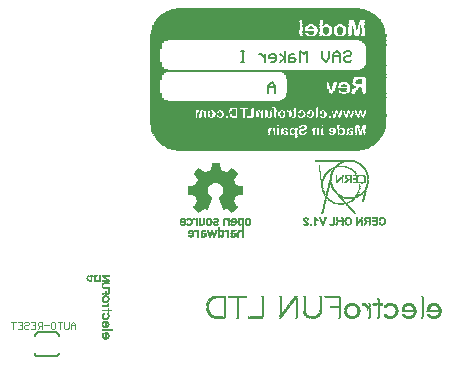
<source format=gbo>
G75*
%MOIN*%
%OFA0B0*%
%FSLAX24Y24*%
%IPPOS*%
%LPD*%
%AMOC8*
5,1,8,0,0,1.08239X$1,22.5*
%
%ADD10C,0.0080*%
%ADD11C,0.0020*%
%ADD12R,0.0033X0.0017*%
%ADD13R,0.0017X0.0017*%
%ADD14R,0.0067X0.0017*%
%ADD15R,0.0017X0.0017*%
%ADD16R,0.0017X0.0017*%
%ADD17R,0.0017X0.0017*%
%ADD18R,0.0033X0.0017*%
%ADD19R,0.0033X0.0017*%
%ADD20R,0.0017X0.0017*%
%ADD21R,0.0017X0.0017*%
%ADD22R,0.0033X0.0017*%
%ADD23R,0.0017X0.0017*%
%ADD24R,0.0017X0.0017*%
%ADD25R,0.0050X0.0017*%
%ADD26R,0.0083X0.0017*%
%ADD27R,0.0200X0.0017*%
%ADD28R,0.0317X0.0017*%
%ADD29R,0.0117X0.0017*%
%ADD30R,0.0167X0.0017*%
%ADD31R,0.0033X0.0017*%
%ADD32R,0.0050X0.0017*%
%ADD33R,0.0033X0.0017*%
%ADD34R,0.0067X0.0017*%
%ADD35R,0.0150X0.0017*%
%ADD36R,0.0450X0.0017*%
%ADD37R,0.0267X0.0017*%
%ADD38R,0.0050X0.0017*%
%ADD39R,0.0283X0.0017*%
%ADD40R,0.0483X0.0017*%
%ADD41R,0.0367X0.0017*%
%ADD42R,0.0183X0.0017*%
%ADD43R,0.0133X0.0017*%
%ADD44R,0.0183X0.0017*%
%ADD45R,0.0067X0.0017*%
%ADD46R,0.0350X0.0017*%
%ADD47R,0.0083X0.0017*%
%ADD48R,0.0483X0.0017*%
%ADD49R,0.0417X0.0017*%
%ADD50R,0.0250X0.0017*%
%ADD51R,0.0050X0.0017*%
%ADD52R,0.0250X0.0017*%
%ADD53R,0.0267X0.0017*%
%ADD54R,0.0150X0.0017*%
%ADD55R,0.0150X0.0017*%
%ADD56R,0.0100X0.0017*%
%ADD57R,0.0100X0.0017*%
%ADD58R,0.0083X0.0017*%
%ADD59R,0.0083X0.0017*%
%ADD60R,0.0400X0.0017*%
%ADD61R,0.0217X0.0017*%
%ADD62R,0.0050X0.0017*%
%ADD63R,0.0117X0.0017*%
%ADD64R,0.0100X0.0017*%
%ADD65R,0.0100X0.0017*%
%ADD66R,0.0067X0.0017*%
%ADD67R,0.0117X0.0017*%
%ADD68R,0.0067X0.0017*%
%ADD69R,0.0133X0.0017*%
%ADD70R,0.0067X0.0017*%
%ADD71R,0.0067X0.0017*%
%ADD72R,0.0150X0.0017*%
%ADD73R,0.0033X0.0017*%
%ADD74R,0.0050X0.0017*%
%ADD75R,0.0083X0.0017*%
%ADD76R,0.0050X0.0017*%
%ADD77R,0.0350X0.0017*%
%ADD78R,0.0400X0.0017*%
%ADD79R,0.0450X0.0017*%
%ADD80R,0.0083X0.0017*%
%ADD81R,0.0467X0.0017*%
%ADD82R,0.0050X0.0017*%
%ADD83R,0.0317X0.0017*%
%ADD84R,0.0317X0.0017*%
%ADD85R,0.0317X0.0017*%
%ADD86R,0.0100X0.0017*%
%ADD87R,0.0150X0.0017*%
%ADD88R,0.0233X0.0017*%
%ADD89R,0.0217X0.0017*%
%ADD90R,0.0233X0.0017*%
%ADD91R,0.0300X0.0017*%
%ADD92R,0.0083X0.0017*%
%ADD93R,0.0133X0.0017*%
%ADD94R,0.0167X0.0017*%
%ADD95R,0.0183X0.0017*%
%ADD96R,0.0183X0.0017*%
%ADD97R,0.0167X0.0017*%
%ADD98R,0.0133X0.0017*%
%ADD99R,0.0033X0.0017*%
%ADD100R,0.0317X0.0017*%
%ADD101R,0.0250X0.0017*%
%ADD102R,0.0217X0.0017*%
%ADD103R,0.0583X0.0017*%
%ADD104R,0.0417X0.0017*%
%ADD105R,0.0600X0.0017*%
%ADD106R,0.0367X0.0017*%
%ADD107R,0.0467X0.0017*%
%ADD108R,0.0567X0.0017*%
%ADD109R,0.0267X0.0017*%
%ADD110R,0.0183X0.0017*%
%ADD111R,0.0217X0.0017*%
%ADD112R,0.0133X0.0017*%
%ADD113R,0.0017X0.0017*%
%ADD114R,0.6146X0.0025*%
%ADD115R,0.6442X0.0025*%
%ADD116R,0.6591X0.0025*%
%ADD117R,0.6739X0.0025*%
%ADD118R,0.6788X0.0025*%
%ADD119R,0.6887X0.0025*%
%ADD120R,0.6985X0.0025*%
%ADD121R,0.7035X0.0025*%
%ADD122R,0.7134X0.0025*%
%ADD123R,0.7183X0.0025*%
%ADD124R,0.7232X0.0025*%
%ADD125R,0.7282X0.0025*%
%ADD126R,0.7331X0.0025*%
%ADD127R,0.7380X0.0025*%
%ADD128R,0.7430X0.0025*%
%ADD129R,0.7479X0.0025*%
%ADD130R,0.7479X0.0025*%
%ADD131R,0.2814X0.0025*%
%ADD132R,0.4665X0.0025*%
%ADD133R,0.2814X0.0025*%
%ADD134R,0.4690X0.0025*%
%ADD135R,0.4690X0.0025*%
%ADD136R,0.2839X0.0025*%
%ADD137R,0.4715X0.0025*%
%ADD138R,0.0568X0.0025*%
%ADD139R,0.0074X0.0025*%
%ADD140R,0.0099X0.0025*%
%ADD141R,0.0025X0.0025*%
%ADD142R,0.0123X0.0025*%
%ADD143R,0.0222X0.0025*%
%ADD144R,0.0247X0.0025*%
%ADD145R,0.0025X0.0025*%
%ADD146R,0.0049X0.0025*%
%ADD147R,0.0074X0.0025*%
%ADD148R,0.3826X0.0025*%
%ADD149R,0.0592X0.0025*%
%ADD150R,0.0074X0.0025*%
%ADD151R,0.0049X0.0025*%
%ADD152R,0.0197X0.0025*%
%ADD153R,0.0099X0.0025*%
%ADD154R,0.0074X0.0025*%
%ADD155R,0.0123X0.0025*%
%ADD156R,0.3851X0.0025*%
%ADD157R,0.0617X0.0025*%
%ADD158R,0.0099X0.0025*%
%ADD159R,0.0173X0.0025*%
%ADD160R,0.3875X0.0025*%
%ADD161R,0.0617X0.0025*%
%ADD162R,0.0025X0.0025*%
%ADD163R,0.0346X0.0025*%
%ADD164R,0.0173X0.0025*%
%ADD165R,0.0123X0.0025*%
%ADD166R,0.3875X0.0025*%
%ADD167R,0.0049X0.0025*%
%ADD168R,0.0222X0.0025*%
%ADD169R,0.0148X0.0025*%
%ADD170R,0.0642X0.0025*%
%ADD171R,0.0346X0.0025*%
%ADD172R,0.0123X0.0025*%
%ADD173R,0.3900X0.0025*%
%ADD174R,0.0642X0.0025*%
%ADD175R,0.0197X0.0025*%
%ADD176R,0.0099X0.0025*%
%ADD177R,0.0272X0.0025*%
%ADD178R,0.3900X0.0025*%
%ADD179R,0.0666X0.0025*%
%ADD180R,0.3925X0.0025*%
%ADD181R,0.0025X0.0025*%
%ADD182R,0.3949X0.0025*%
%ADD183R,0.0666X0.0025*%
%ADD184R,0.0074X0.0025*%
%ADD185R,0.0518X0.0025*%
%ADD186R,0.1012X0.0025*%
%ADD187R,0.0123X0.0025*%
%ADD188R,0.4961X0.0025*%
%ADD189R,0.0518X0.0025*%
%ADD190R,0.1012X0.0025*%
%ADD191R,0.4961X0.0025*%
%ADD192R,0.0666X0.0025*%
%ADD193R,0.0543X0.0025*%
%ADD194R,0.0469X0.0025*%
%ADD195R,0.0518X0.0025*%
%ADD196R,0.0691X0.0025*%
%ADD197R,0.4221X0.0025*%
%ADD198R,0.0543X0.0025*%
%ADD199R,0.0469X0.0025*%
%ADD200R,0.0716X0.0025*%
%ADD201R,0.4221X0.0025*%
%ADD202R,0.7874X0.0025*%
%ADD203R,0.7874X0.0025*%
%ADD204R,0.7874X0.0025*%
%ADD205R,0.0740X0.0025*%
%ADD206R,0.0148X0.0025*%
%ADD207R,0.0173X0.0025*%
%ADD208R,0.1506X0.0025*%
%ADD209R,0.0740X0.0025*%
%ADD210R,0.0148X0.0025*%
%ADD211R,0.0173X0.0025*%
%ADD212R,0.1506X0.0025*%
%ADD213R,0.0716X0.0025*%
%ADD214R,0.0716X0.0025*%
%ADD215R,0.0049X0.0025*%
%ADD216R,0.0691X0.0025*%
%ADD217R,0.0247X0.0025*%
%ADD218R,0.0691X0.0025*%
%ADD219R,0.0666X0.0025*%
%ADD220R,0.0666X0.0025*%
%ADD221R,0.0197X0.0025*%
%ADD222R,0.0247X0.0025*%
%ADD223R,0.0271X0.0025*%
%ADD224R,0.1555X0.0025*%
%ADD225R,0.2271X0.0025*%
%ADD226R,0.0617X0.0025*%
%ADD227R,0.0691X0.0025*%
%ADD228R,0.0222X0.0025*%
%ADD229R,0.0173X0.0025*%
%ADD230R,0.2641X0.0025*%
%ADD231R,0.2271X0.0025*%
%ADD232R,0.2666X0.0025*%
%ADD233R,0.2296X0.0025*%
%ADD234R,0.2691X0.0025*%
%ADD235R,0.2296X0.0025*%
%ADD236R,0.1407X0.0025*%
%ADD237R,0.4097X0.0025*%
%ADD238R,0.3554X0.0025*%
%ADD239R,0.0592X0.0025*%
%ADD240R,0.3456X0.0025*%
%ADD241R,0.0494X0.0025*%
%ADD242R,0.3431X0.0025*%
%ADD243R,0.0469X0.0025*%
%ADD244R,0.3406X0.0025*%
%ADD245R,0.0444X0.0025*%
%ADD246R,0.3382X0.0025*%
%ADD247R,0.0420X0.0025*%
%ADD248R,0.3357X0.0025*%
%ADD249R,0.0395X0.0025*%
%ADD250R,0.3357X0.0025*%
%ADD251R,0.0395X0.0025*%
%ADD252R,0.3332X0.0025*%
%ADD253R,0.0370X0.0025*%
%ADD254R,0.3332X0.0025*%
%ADD255R,0.0370X0.0025*%
%ADD256R,0.0296X0.0025*%
%ADD257R,0.0321X0.0025*%
%ADD258R,0.1481X0.0025*%
%ADD259R,0.1456X0.0025*%
%ADD260R,0.1407X0.0025*%
%ADD261R,0.0346X0.0025*%
%ADD262R,0.0691X0.0025*%
%ADD263R,0.0173X0.0025*%
%ADD264R,0.0099X0.0025*%
%ADD265R,0.1407X0.0025*%
%ADD266R,0.0346X0.0025*%
%ADD267R,0.1382X0.0025*%
%ADD268R,0.0420X0.0025*%
%ADD269R,0.1382X0.0025*%
%ADD270R,0.1358X0.0025*%
%ADD271R,0.1333X0.0025*%
%ADD272R,0.1333X0.0025*%
%ADD273R,0.1308X0.0025*%
%ADD274R,0.0197X0.0025*%
%ADD275R,0.0148X0.0025*%
%ADD276R,0.1308X0.0025*%
%ADD277R,0.1284X0.0025*%
%ADD278R,0.0148X0.0025*%
%ADD279R,0.0197X0.0025*%
%ADD280R,0.1308X0.0025*%
%ADD281R,0.2172X0.0025*%
%ADD282R,0.2172X0.0025*%
%ADD283R,0.2221X0.0025*%
%ADD284R,0.2246X0.0025*%
%ADD285R,0.3382X0.0025*%
%ADD286R,0.3406X0.0025*%
%ADD287R,0.0444X0.0025*%
%ADD288R,0.3431X0.0025*%
%ADD289R,0.0469X0.0025*%
%ADD290R,0.0518X0.0025*%
%ADD291R,0.0889X0.0025*%
%ADD292R,0.0568X0.0025*%
%ADD293R,0.0815X0.0025*%
%ADD294R,0.0790X0.0025*%
%ADD295R,0.0765X0.0025*%
%ADD296R,0.0370X0.0025*%
%ADD297R,0.0666X0.0025*%
%ADD298R,0.0765X0.0025*%
%ADD299R,0.0790X0.0025*%
%ADD300R,0.0469X0.0025*%
%ADD301R,0.0913X0.0025*%
%ADD302R,0.0592X0.0025*%
%ADD303R,0.5011X0.0025*%
%ADD304R,0.4986X0.0025*%
%ADD305R,0.4986X0.0025*%
%ADD306R,0.0691X0.0025*%
%ADD307R,0.4961X0.0025*%
%ADD308R,0.0370X0.0025*%
%ADD309R,0.4937X0.0025*%
%ADD310R,0.4937X0.0025*%
%ADD311R,0.0642X0.0025*%
%ADD312R,0.0025X0.0025*%
%ADD313R,0.0099X0.0025*%
%ADD314R,0.4912X0.0025*%
%ADD315R,0.4912X0.0025*%
%ADD316R,0.4912X0.0025*%
%ADD317R,0.4887X0.0025*%
%ADD318R,0.0222X0.0025*%
%ADD319R,0.4863X0.0025*%
%ADD320R,0.0592X0.0025*%
%ADD321R,0.0864X0.0025*%
%ADD322R,0.4863X0.0025*%
%ADD323R,0.0568X0.0025*%
%ADD324R,0.0864X0.0025*%
%ADD325R,0.4838X0.0025*%
%ADD326R,0.4838X0.0025*%
%ADD327R,0.4813X0.0025*%
%ADD328R,0.0889X0.0025*%
%ADD329R,0.4789X0.0025*%
%ADD330R,0.0938X0.0025*%
%ADD331R,0.7380X0.0025*%
%ADD332R,0.7183X0.0025*%
%ADD333R,0.7134X0.0025*%
%ADD334R,0.6985X0.0025*%
%ADD335R,0.6788X0.0025*%
%ADD336R,0.6739X0.0025*%
%ADD337R,0.6442X0.0025*%
%ADD338C,0.0050*%
%ADD339R,0.0082X0.0009*%
%ADD340R,0.0164X0.0009*%
%ADD341R,0.0027X0.0009*%
%ADD342R,0.0036X0.0009*%
%ADD343R,0.0146X0.0009*%
%ADD344R,0.0046X0.0009*%
%ADD345R,0.0037X0.0009*%
%ADD346R,0.0128X0.0009*%
%ADD347R,0.0192X0.0009*%
%ADD348R,0.0046X0.0009*%
%ADD349R,0.0036X0.0009*%
%ADD350R,0.0055X0.0009*%
%ADD351R,0.0173X0.0009*%
%ADD352R,0.0064X0.0009*%
%ADD353R,0.0155X0.0009*%
%ADD354R,0.0192X0.0009*%
%ADD355R,0.0055X0.0009*%
%ADD356R,0.0064X0.0009*%
%ADD357R,0.0173X0.0009*%
%ADD358R,0.0055X0.0009*%
%ADD359R,0.0183X0.0009*%
%ADD360R,0.0201X0.0009*%
%ADD361R,0.0064X0.0009*%
%ADD362R,0.0073X0.0009*%
%ADD363R,0.0182X0.0009*%
%ADD364R,0.0082X0.0009*%
%ADD365R,0.0073X0.0009*%
%ADD366R,0.0183X0.0009*%
%ADD367R,0.0046X0.0009*%
%ADD368R,0.0055X0.0009*%
%ADD369R,0.0055X0.0009*%
%ADD370R,0.0082X0.0009*%
%ADD371R,0.0173X0.0009*%
%ADD372R,0.0037X0.0009*%
%ADD373R,0.0155X0.0009*%
%ADD374R,0.0091X0.0009*%
%ADD375R,0.0055X0.0009*%
%ADD376R,0.0091X0.0009*%
%ADD377R,0.0064X0.0009*%
%ADD378R,0.0100X0.0009*%
%ADD379R,0.0109X0.0009*%
%ADD380R,0.0009X0.0009*%
%ADD381R,0.0155X0.0009*%
%ADD382R,0.0219X0.0009*%
%ADD383R,0.0064X0.0009*%
%ADD384R,0.0219X0.0009*%
%ADD385R,0.0046X0.0009*%
%ADD386R,0.0183X0.0009*%
%ADD387R,0.0192X0.0009*%
%ADD388R,0.0219X0.0009*%
%ADD389R,0.0046X0.0009*%
%ADD390R,0.0027X0.0009*%
%ADD391R,0.0110X0.0009*%
%ADD392R,0.0110X0.0009*%
%ADD393R,0.0119X0.0009*%
%ADD394R,0.0064X0.0009*%
%ADD395R,0.0055X0.0009*%
%ADD396R,0.0055X0.0009*%
%ADD397R,0.0046X0.0009*%
%ADD398R,0.0091X0.0009*%
%ADD399R,0.0100X0.0009*%
%ADD400R,0.0073X0.0009*%
%ADD401R,0.0073X0.0009*%
%ADD402R,0.0146X0.0009*%
%ADD403R,0.0128X0.0009*%
%ADD404R,0.0182X0.0009*%
%ADD405R,0.0119X0.0009*%
%ADD406R,0.0137X0.0009*%
%ADD407R,0.0100X0.0009*%
%ADD408R,0.0027X0.0009*%
%ADD409R,0.0009X0.0009*%
%ADD410R,0.0037X0.0009*%
%ADD411R,0.0027X0.0009*%
%ADD412R,0.0027X0.0009*%
%ADD413R,0.0036X0.0009*%
%ADD414R,0.0027X0.0009*%
%ADD415R,0.0036X0.0009*%
%ADD416R,0.0210X0.0009*%
%ADD417R,0.0283X0.0009*%
%ADD418R,0.0310X0.0009*%
%ADD419R,0.0037X0.0009*%
%ADD420R,0.0027X0.0009*%
%ADD421R,0.0128X0.0009*%
%ADD422R,0.0018X0.0009*%
%ADD423R,0.0274X0.0009*%
%ADD424R,0.0338X0.0009*%
%ADD425R,0.0392X0.0009*%
%ADD426R,0.0018X0.0009*%
%ADD427R,0.0119X0.0009*%
%ADD428R,0.0091X0.0009*%
%ADD429R,0.0082X0.0009*%
%ADD430R,0.0109X0.0009*%
%ADD431R,0.0027X0.0009*%
%ADD432R,0.0046X0.0009*%
%ADD433R,0.0146X0.0009*%
%ADD434R,0.0164X0.0009*%
%ADD435R,0.0018X0.0009*%
%ADD436R,0.0018X0.0009*%
%ADD437R,0.0018X0.0009*%
%ADD438R,0.0064X0.0009*%
%ADD439R,0.0155X0.0009*%
%ADD440R,0.0137X0.0009*%
%ADD441R,0.0018X0.0009*%
%ADD442R,0.0146X0.0009*%
%ADD443R,0.0164X0.0009*%
%ADD444R,0.0046X0.0009*%
%ADD445R,0.0329X0.0009*%
%ADD446R,0.0265X0.0009*%
%ADD447R,0.0064X0.0009*%
%ADD448R,0.0100X0.0009*%
%ADD449R,0.1341X0.0009*%
%ADD450R,0.1305X0.0009*%
%ADD451R,0.1278X0.0009*%
%ADD452R,0.1214X0.0009*%
%ADD453R,0.0025X0.0006*%
%ADD454R,0.0012X0.0006*%
%ADD455R,0.0019X0.0006*%
%ADD456R,0.0043X0.0006*%
%ADD457R,0.0043X0.0006*%
%ADD458R,0.0074X0.0006*%
%ADD459R,0.0062X0.0006*%
%ADD460R,0.0081X0.0006*%
%ADD461R,0.0099X0.0006*%
%ADD462R,0.0087X0.0006*%
%ADD463R,0.0050X0.0006*%
%ADD464R,0.0105X0.0006*%
%ADD465R,0.0118X0.0006*%
%ADD466R,0.0112X0.0006*%
%ADD467R,0.0112X0.0006*%
%ADD468R,0.0130X0.0006*%
%ADD469R,0.0174X0.0006*%
%ADD470R,0.0056X0.0006*%
%ADD471R,0.0056X0.0006*%
%ADD472R,0.0149X0.0006*%
%ADD473R,0.0043X0.0006*%
%ADD474R,0.0043X0.0006*%
%ADD475R,0.0180X0.0006*%
%ADD476R,0.0174X0.0006*%
%ADD477R,0.0056X0.0006*%
%ADD478R,0.0056X0.0006*%
%ADD479R,0.0180X0.0006*%
%ADD480R,0.0161X0.0006*%
%ADD481R,0.0180X0.0006*%
%ADD482R,0.0186X0.0006*%
%ADD483R,0.0167X0.0006*%
%ADD484R,0.0068X0.0006*%
%ADD485R,0.0186X0.0006*%
%ADD486R,0.0074X0.0006*%
%ADD487R,0.0037X0.0006*%
%ADD488R,0.0050X0.0006*%
%ADD489R,0.0025X0.0006*%
%ADD490R,0.0050X0.0006*%
%ADD491R,0.0081X0.0006*%
%ADD492R,0.0050X0.0006*%
%ADD493R,0.0006X0.0006*%
%ADD494R,0.0037X0.0006*%
%ADD495R,0.0037X0.0006*%
%ADD496R,0.0037X0.0006*%
%ADD497R,0.0180X0.0006*%
%ADD498R,0.0192X0.0006*%
%ADD499R,0.0167X0.0006*%
%ADD500R,0.0174X0.0006*%
%ADD501R,0.0192X0.0006*%
%ADD502R,0.0161X0.0006*%
%ADD503R,0.0043X0.0006*%
%ADD504R,0.0050X0.0006*%
%ADD505R,0.0043X0.0006*%
%ADD506R,0.0050X0.0006*%
%ADD507R,0.0037X0.0006*%
%ADD508R,0.0081X0.0006*%
%ADD509R,0.0062X0.0006*%
%ADD510R,0.0068X0.0006*%
%ADD511R,0.0068X0.0006*%
%ADD512R,0.0012X0.0006*%
%ADD513R,0.0006X0.0006*%
%ADD514R,0.0031X0.0006*%
%ADD515R,0.0019X0.0006*%
%ADD516R,0.0161X0.0006*%
%ADD517R,0.0143X0.0006*%
%ADD518R,0.0136X0.0006*%
%ADD519R,0.0149X0.0006*%
%ADD520R,0.0174X0.0006*%
%ADD521R,0.0112X0.0006*%
%ADD522R,0.0149X0.0006*%
%ADD523R,0.0099X0.0006*%
%ADD524R,0.0105X0.0006*%
%ADD525R,0.0130X0.0006*%
%ADD526R,0.0136X0.0006*%
%ADD527R,0.0099X0.0006*%
%ADD528R,0.0118X0.0006*%
%ADD529R,0.0093X0.0006*%
%ADD530R,0.0031X0.0006*%
%ADD531R,0.0087X0.0006*%
%ADD532R,0.0124X0.0006*%
%ADD533R,0.0136X0.0006*%
%ADD534R,0.0112X0.0006*%
%ADD535R,0.0130X0.0006*%
%ADD536R,0.0136X0.0006*%
%ADD537R,0.0155X0.0006*%
%ADD538R,0.0062X0.0006*%
%ADD539R,0.0068X0.0006*%
%ADD540R,0.0031X0.0006*%
%ADD541R,0.0062X0.0006*%
%ADD542R,0.0019X0.0006*%
%ADD543R,0.0006X0.0006*%
%ADD544R,0.0198X0.0006*%
%ADD545R,0.0124X0.0006*%
%ADD546R,0.0198X0.0006*%
%ADD547R,0.0198X0.0006*%
%ADD548R,0.0198X0.0006*%
%ADD549R,0.0155X0.0006*%
%ADD550R,0.0149X0.0006*%
%ADD551R,0.0130X0.0006*%
%ADD552R,0.0093X0.0006*%
%ADD553R,0.0105X0.0006*%
%ADD554R,0.0217X0.0006*%
%ADD555R,0.0006X0.0006*%
%ADD556R,0.0217X0.0006*%
%ADD557R,0.0229X0.0006*%
%ADD558R,0.0229X0.0006*%
%ADD559R,0.0242X0.0006*%
%ADD560R,0.0248X0.0006*%
%ADD561R,0.0260X0.0006*%
%ADD562R,0.0273X0.0006*%
%ADD563R,0.0291X0.0006*%
%ADD564R,0.0081X0.0006*%
%ADD565R,0.0291X0.0006*%
%ADD566R,0.0304X0.0006*%
%ADD567R,0.0304X0.0006*%
%ADD568R,0.0440X0.0006*%
%ADD569R,0.0453X0.0006*%
%ADD570R,0.0459X0.0006*%
%ADD571R,0.0459X0.0006*%
%ADD572R,0.0471X0.0006*%
%ADD573R,0.0471X0.0006*%
%ADD574R,0.0477X0.0006*%
%ADD575R,0.0484X0.0006*%
%ADD576R,0.0484X0.0006*%
%ADD577R,0.0496X0.0006*%
%ADD578R,0.0496X0.0006*%
%ADD579R,0.0502X0.0006*%
%ADD580R,0.0502X0.0006*%
%ADD581R,0.0496X0.0006*%
%ADD582R,0.0496X0.0006*%
%ADD583R,0.0490X0.0006*%
%ADD584R,0.0484X0.0006*%
%ADD585R,0.0484X0.0006*%
%ADD586R,0.0477X0.0006*%
%ADD587R,0.0471X0.0006*%
%ADD588R,0.0471X0.0006*%
%ADD589R,0.0465X0.0006*%
%ADD590R,0.0465X0.0006*%
%ADD591R,0.0465X0.0006*%
%ADD592R,0.0459X0.0006*%
%ADD593R,0.0453X0.0006*%
%ADD594R,0.0453X0.0006*%
%ADD595R,0.0477X0.0006*%
%ADD596R,0.0502X0.0006*%
%ADD597R,0.0508X0.0006*%
%ADD598R,0.0508X0.0006*%
%ADD599R,0.0515X0.0006*%
%ADD600R,0.0521X0.0006*%
%ADD601R,0.0527X0.0006*%
%ADD602R,0.0527X0.0006*%
%ADD603R,0.0533X0.0006*%
%ADD604R,0.0539X0.0006*%
%ADD605R,0.0539X0.0006*%
%ADD606R,0.0546X0.0006*%
%ADD607R,0.0539X0.0006*%
%ADD608R,0.0539X0.0006*%
%ADD609R,0.0527X0.0006*%
%ADD610R,0.0527X0.0006*%
%ADD611R,0.0515X0.0006*%
%ADD612R,0.0508X0.0006*%
%ADD613R,0.0521X0.0006*%
%ADD614R,0.0558X0.0006*%
%ADD615R,0.0558X0.0006*%
%ADD616R,0.0583X0.0006*%
%ADD617R,0.0614X0.0006*%
%ADD618R,0.0614X0.0006*%
%ADD619R,0.0645X0.0006*%
%ADD620R,0.0670X0.0006*%
%ADD621R,0.0688X0.0006*%
%ADD622R,0.0688X0.0006*%
%ADD623R,0.0682X0.0006*%
%ADD624R,0.0682X0.0006*%
%ADD625R,0.0676X0.0006*%
%ADD626R,0.0676X0.0006*%
%ADD627R,0.0670X0.0006*%
%ADD628R,0.0663X0.0006*%
%ADD629R,0.0663X0.0006*%
%ADD630R,0.0657X0.0006*%
%ADD631R,0.0657X0.0006*%
%ADD632R,0.0657X0.0006*%
%ADD633R,0.0663X0.0006*%
%ADD634R,0.0651X0.0006*%
%ADD635R,0.0651X0.0006*%
%ADD636R,0.0620X0.0006*%
%ADD637R,0.0589X0.0006*%
%ADD638R,0.0589X0.0006*%
%ADD639R,0.0533X0.0006*%
%ADD640R,0.0484X0.0006*%
%ADD641R,0.0484X0.0006*%
%ADD642R,0.0502X0.0006*%
%ADD643R,0.0546X0.0006*%
%ADD644R,0.0564X0.0006*%
%ADD645R,0.0564X0.0006*%
%ADD646R,0.0577X0.0006*%
%ADD647R,0.0577X0.0006*%
%ADD648R,0.0632X0.0006*%
%ADD649R,0.1259X0.0006*%
%ADD650R,0.1259X0.0006*%
%ADD651R,0.1246X0.0006*%
%ADD652R,0.1234X0.0006*%
%ADD653R,0.1234X0.0006*%
%ADD654R,0.1221X0.0006*%
%ADD655R,0.1209X0.0006*%
%ADD656R,0.1209X0.0006*%
%ADD657R,0.1197X0.0006*%
%ADD658R,0.1197X0.0006*%
%ADD659R,0.1246X0.0006*%
%ADD660R,0.1271X0.0006*%
%ADD661R,0.1277X0.0006*%
%ADD662R,0.1283X0.0006*%
%ADD663R,0.1296X0.0006*%
%ADD664R,0.1308X0.0006*%
%ADD665R,0.1321X0.0006*%
%ADD666R,0.1333X0.0006*%
%ADD667R,0.1333X0.0006*%
%ADD668R,0.1345X0.0006*%
%ADD669R,0.1358X0.0006*%
%ADD670R,0.1370X0.0006*%
%ADD671R,0.1383X0.0006*%
%ADD672R,0.1395X0.0006*%
%ADD673R,0.1407X0.0006*%
%ADD674R,0.1420X0.0006*%
%ADD675R,0.1420X0.0006*%
%ADD676R,0.1432X0.0006*%
%ADD677R,0.1445X0.0006*%
%ADD678R,0.1457X0.0006*%
%ADD679R,0.1457X0.0006*%
%ADD680R,0.1432X0.0006*%
%ADD681R,0.0335X0.0006*%
%ADD682R,0.0322X0.0006*%
%ADD683R,0.0639X0.0006*%
%ADD684R,0.0310X0.0006*%
%ADD685R,0.0601X0.0006*%
%ADD686R,0.0291X0.0006*%
%ADD687R,0.0577X0.0006*%
%ADD688R,0.0291X0.0006*%
%ADD689R,0.0279X0.0006*%
%ADD690R,0.0279X0.0006*%
%ADD691R,0.0217X0.0006*%
%ADD692R,0.0415X0.0006*%
%ADD693R,0.0217X0.0006*%
%ADD694R,0.0391X0.0006*%
%ADD695R,0.0366X0.0006*%
%ADD696R,0.0341X0.0006*%
%ADD697R,0.0341X0.0006*%
%ADD698R,0.0329X0.0006*%
%ADD699R,0.0329X0.0006*%
%ADD700R,0.0316X0.0006*%
%ADD701R,0.0316X0.0006*%
%ADD702R,0.0304X0.0006*%
%ADD703R,0.0291X0.0006*%
%ADD704R,0.0279X0.0006*%
%ADD705R,0.0267X0.0006*%
%ADD706R,0.0267X0.0006*%
%ADD707R,0.0254X0.0006*%
%ADD708R,0.0254X0.0006*%
%ADD709R,0.0242X0.0006*%
D10*
X003335Y002881D02*
X003965Y002881D01*
X003965Y002882D02*
X003981Y002887D01*
X003997Y002895D01*
X004011Y002905D01*
X004023Y002917D01*
X004033Y002932D01*
X004040Y002948D01*
X004044Y002965D01*
X004045Y002982D01*
X004043Y003000D01*
X004043Y003550D02*
X004045Y003568D01*
X004044Y003585D01*
X004040Y003602D01*
X004033Y003618D01*
X004023Y003633D01*
X004011Y003645D01*
X003997Y003655D01*
X003981Y003663D01*
X003965Y003668D01*
X003965Y003669D02*
X003335Y003669D01*
X003335Y003668D02*
X003319Y003663D01*
X003303Y003655D01*
X003289Y003645D01*
X003277Y003633D01*
X003267Y003618D01*
X003260Y003602D01*
X003256Y003585D01*
X003255Y003568D01*
X003257Y003550D01*
X003257Y003000D02*
X003255Y002982D01*
X003256Y002965D01*
X003260Y002948D01*
X003267Y002932D01*
X003277Y002917D01*
X003289Y002905D01*
X003303Y002895D01*
X003319Y002887D01*
X003335Y002882D01*
D11*
X003341Y003795D02*
X003414Y003868D01*
X003377Y003868D02*
X003487Y003868D01*
X003487Y003795D02*
X003487Y004015D01*
X003377Y004015D01*
X003341Y003978D01*
X003341Y003905D01*
X003377Y003868D01*
X003266Y003905D02*
X003193Y003905D01*
X003266Y003795D02*
X003120Y003795D01*
X003045Y003832D02*
X003009Y003795D01*
X002935Y003795D01*
X002899Y003832D01*
X002899Y003868D01*
X002935Y003905D01*
X003009Y003905D01*
X003045Y003942D01*
X003045Y003978D01*
X003009Y004015D01*
X002935Y004015D01*
X002899Y003978D01*
X002825Y004015D02*
X002825Y003795D01*
X002678Y003795D01*
X002751Y003905D02*
X002825Y003905D01*
X002825Y004015D02*
X002678Y004015D01*
X002604Y004015D02*
X002457Y004015D01*
X002530Y004015D02*
X002530Y003795D01*
X003120Y004015D02*
X003266Y004015D01*
X003266Y003795D01*
X003562Y003905D02*
X003708Y003905D01*
X003783Y003832D02*
X003783Y003978D01*
X003819Y004015D01*
X003893Y004015D01*
X003929Y003978D01*
X003929Y003832D01*
X003893Y003795D01*
X003819Y003795D01*
X003783Y003832D01*
X004004Y004015D02*
X004150Y004015D01*
X004077Y004015D02*
X004077Y003795D01*
X004225Y003832D02*
X004225Y004015D01*
X004371Y004015D02*
X004371Y003832D01*
X004335Y003795D01*
X004261Y003795D01*
X004225Y003832D01*
X004446Y003795D02*
X004446Y003942D01*
X004519Y004015D01*
X004592Y003942D01*
X004592Y003795D01*
X004592Y003905D02*
X004446Y003905D01*
D12*
X005627Y004108D03*
X005643Y004008D03*
X005710Y003858D03*
X005743Y003708D03*
X005627Y003425D03*
X005760Y004392D03*
X005710Y004525D03*
X005627Y004641D03*
X005627Y004658D03*
X005627Y004875D03*
X005593Y004958D03*
X005693Y004958D03*
X005527Y005208D03*
X005693Y005408D03*
X005577Y005491D03*
X009310Y004125D03*
X010026Y004125D03*
X013409Y004125D03*
X013709Y004525D03*
X013726Y004575D03*
X015609Y004392D03*
X016409Y004492D03*
X016559Y004392D03*
X016575Y004608D03*
D13*
X016550Y004608D03*
X016534Y004608D03*
X016500Y004608D03*
X016467Y004575D03*
X016434Y004575D03*
X016417Y004542D03*
X016384Y004525D03*
X016384Y004492D03*
X016367Y004492D03*
X016417Y004458D03*
X016434Y004492D03*
X016467Y004525D03*
X016484Y004525D03*
X016484Y004542D03*
X016500Y004542D03*
X016600Y004608D03*
X016617Y004608D03*
X016650Y004608D03*
X016700Y004575D03*
X016717Y004575D03*
X016734Y004542D03*
X016767Y004492D03*
X016784Y004492D03*
X016800Y004458D03*
X016717Y004458D03*
X016700Y004492D03*
X016667Y004525D03*
X016650Y004542D03*
X016584Y004392D03*
X016534Y004392D03*
X016367Y004342D03*
X016350Y004342D03*
X016350Y004392D03*
X016367Y004225D03*
X016384Y004192D03*
X016434Y004225D03*
X016467Y004192D03*
X016484Y004192D03*
X016500Y004192D03*
X016500Y004125D03*
X016484Y004125D03*
X016534Y004125D03*
X016600Y004125D03*
X016617Y004125D03*
X016650Y004125D03*
X016650Y004192D03*
X016667Y004192D03*
X016700Y004225D03*
X016717Y004258D03*
X016734Y004275D03*
X016784Y004258D03*
X016800Y004258D03*
X016800Y004275D03*
X016784Y004225D03*
X016767Y004225D03*
X016734Y004342D03*
X016734Y004392D03*
X016200Y004125D03*
X016184Y004125D03*
X016167Y004125D03*
X015967Y004258D03*
X015967Y004275D03*
X015967Y004308D03*
X015967Y004342D03*
X015950Y004342D03*
X015900Y004275D03*
X015884Y004258D03*
X015934Y004225D03*
X015817Y004192D03*
X015817Y004125D03*
X015700Y004125D03*
X015667Y004125D03*
X015650Y004125D03*
X015650Y004192D03*
X015634Y004192D03*
X015600Y004225D03*
X015550Y004192D03*
X015534Y004225D03*
X015534Y004342D03*
X015517Y004342D03*
X015517Y004392D03*
X015584Y004392D03*
X015584Y004458D03*
X015600Y004492D03*
X015634Y004525D03*
X015650Y004525D03*
X015650Y004542D03*
X015667Y004542D03*
X015667Y004608D03*
X015700Y004608D03*
X015767Y004608D03*
X015784Y004608D03*
X015817Y004608D03*
X015817Y004542D03*
X015834Y004525D03*
X015850Y004525D03*
X015900Y004542D03*
X015884Y004575D03*
X015950Y004492D03*
X015967Y004458D03*
X015884Y004458D03*
X015850Y004392D03*
X015717Y004392D03*
X015534Y004492D03*
X015550Y004525D03*
X015600Y004575D03*
X015367Y004458D03*
X015350Y004458D03*
X015350Y004492D03*
X015334Y004492D03*
X015300Y004542D03*
X015284Y004575D03*
X015234Y004525D03*
X015184Y004542D03*
X015184Y004608D03*
X015167Y004608D03*
X015067Y004608D03*
X015050Y004608D03*
X015050Y004542D03*
X015017Y004525D03*
X015000Y004525D03*
X014984Y004492D03*
X014950Y004492D03*
X014934Y004492D03*
X014934Y004525D03*
X014934Y004542D03*
X014984Y004575D03*
X014867Y004575D03*
X014867Y004608D03*
X014934Y004258D03*
X014950Y004258D03*
X014984Y004225D03*
X015000Y004225D03*
X015017Y004192D03*
X015050Y004192D03*
X015050Y004125D03*
X015067Y004125D03*
X015167Y004125D03*
X015184Y004125D03*
X015184Y004192D03*
X015250Y004225D03*
X015284Y004258D03*
X015284Y004275D03*
X015300Y004308D03*
X015300Y004342D03*
X015367Y004342D03*
X015367Y004308D03*
X015367Y004275D03*
X015350Y004275D03*
X015350Y004258D03*
X015334Y004225D03*
X015300Y004192D03*
X015367Y004392D03*
X015284Y004458D03*
X014950Y004192D03*
X014934Y004192D03*
X014717Y004125D03*
X014701Y004125D03*
X014684Y004125D03*
X014384Y004125D03*
X014101Y004275D03*
X014101Y004308D03*
X014101Y004342D03*
X014101Y004392D03*
X014034Y004392D03*
X014034Y004342D03*
X014034Y004308D03*
X014001Y004258D03*
X013984Y004225D03*
X013967Y004225D03*
X013934Y004192D03*
X013917Y004192D03*
X013917Y004125D03*
X013934Y004125D03*
X013884Y004125D03*
X013817Y004125D03*
X013801Y004125D03*
X013767Y004125D03*
X013767Y004192D03*
X013751Y004192D03*
X013701Y004258D03*
X013684Y004258D03*
X013684Y004275D03*
X013617Y004275D03*
X013617Y004258D03*
X013634Y004225D03*
X013434Y004125D03*
X013384Y004125D03*
X013617Y004458D03*
X013634Y004492D03*
X013651Y004525D03*
X013684Y004525D03*
X013701Y004492D03*
X013684Y004458D03*
X013734Y004525D03*
X013751Y004525D03*
X013751Y004542D03*
X013767Y004542D03*
X013767Y004608D03*
X013801Y004608D03*
X013817Y004608D03*
X013884Y004608D03*
X013917Y004608D03*
X013934Y004608D03*
X013984Y004575D03*
X014001Y004575D03*
X014034Y004542D03*
X014051Y004525D03*
X014067Y004492D03*
X014001Y004492D03*
X013967Y004525D03*
X013934Y004542D03*
X013917Y004542D03*
X013701Y004575D03*
X014001Y004192D03*
X014034Y004192D03*
X014051Y004192D03*
X014067Y004225D03*
X014184Y004575D03*
X014267Y004608D03*
X014284Y004608D03*
X014334Y004575D03*
X014351Y004542D03*
X014301Y004525D03*
X014284Y004542D03*
X014267Y004542D03*
X014334Y004492D03*
X014351Y004458D03*
X014384Y004608D03*
X014534Y004575D03*
X013117Y004492D03*
X013034Y004808D03*
X012967Y004808D03*
X012751Y004375D03*
X012751Y004342D03*
X012817Y004342D03*
X012817Y004308D03*
X012801Y004275D03*
X012684Y004225D03*
X012617Y004192D03*
X012617Y004125D03*
X012601Y004125D03*
X012434Y004125D03*
X012318Y004258D03*
X012268Y004225D03*
X012218Y004308D03*
X012218Y004342D03*
X012284Y004342D03*
X012284Y004375D03*
X011951Y004125D03*
X011668Y004375D03*
X011668Y004492D03*
X011751Y004492D03*
X011734Y004575D03*
X011751Y004608D03*
X011784Y004641D03*
X011868Y004641D03*
X011901Y004691D03*
X011851Y004725D03*
X011901Y004791D03*
X011551Y004342D03*
X011501Y004275D03*
X011484Y004258D03*
X011551Y004225D03*
X011568Y004258D03*
X011418Y004125D03*
X010401Y004125D03*
X010051Y004125D03*
X010001Y004125D03*
X009601Y004125D03*
X009285Y004125D03*
X009251Y004125D03*
X009251Y004192D03*
X009285Y004192D03*
X009185Y004225D03*
X009135Y004192D03*
X009118Y004192D03*
X009101Y004225D03*
X009068Y004258D03*
X009051Y004275D03*
X009035Y004308D03*
X009001Y004375D03*
X009001Y004392D03*
X009068Y004392D03*
X009118Y004308D03*
X009135Y004275D03*
X009068Y004542D03*
X009068Y004575D03*
X009001Y004575D03*
X009001Y004608D03*
X009001Y004542D03*
X009101Y004658D03*
X009118Y004691D03*
X009068Y004725D03*
X009118Y004791D03*
X009135Y004791D03*
X009251Y004791D03*
X009285Y004791D03*
X009301Y004808D03*
X010318Y004808D03*
X005768Y004375D03*
X005735Y004342D03*
X005718Y004342D03*
X005718Y004308D03*
X005735Y004308D03*
X005718Y004275D03*
X005718Y004258D03*
X005685Y004258D03*
X005685Y004275D03*
X005718Y004192D03*
X005735Y004192D03*
X005735Y004125D03*
X005718Y004125D03*
X005718Y004108D03*
X005685Y004108D03*
X005668Y004108D03*
X005652Y004108D03*
X005685Y004125D03*
X005602Y004108D03*
X005568Y004108D03*
X005552Y004108D03*
X005552Y004125D03*
X005568Y004125D03*
X005535Y004125D03*
X005535Y004192D03*
X005552Y004192D03*
X005552Y004225D03*
X005535Y004225D03*
X005535Y004258D03*
X005552Y004258D03*
X005568Y004258D03*
X005568Y004275D03*
X005552Y004275D03*
X005535Y004375D03*
X005535Y004392D03*
X005552Y004392D03*
X005568Y004392D03*
X005602Y004375D03*
X005652Y004542D03*
X005668Y004542D03*
X005685Y004542D03*
X005718Y004575D03*
X005735Y004575D03*
X005735Y004608D03*
X005718Y004608D03*
X005685Y004658D03*
X005668Y004658D03*
X005652Y004658D03*
X005652Y004641D03*
X005602Y004641D03*
X005602Y004658D03*
X005568Y004658D03*
X005568Y004691D03*
X005552Y004691D03*
X005535Y004691D03*
X005535Y004725D03*
X005552Y004725D03*
X005552Y004791D03*
X005535Y004791D03*
X005535Y004808D03*
X005552Y004808D03*
X005568Y004808D03*
X005602Y004875D03*
X005652Y004875D03*
X005668Y004875D03*
X005668Y004958D03*
X005652Y004958D03*
X005652Y004991D03*
X005618Y004991D03*
X005618Y004958D03*
X005568Y004958D03*
X005618Y005025D03*
X005652Y005025D03*
X005718Y005025D03*
X005735Y005025D03*
X005735Y005058D03*
X005718Y005058D03*
X005718Y005075D03*
X005735Y005075D03*
X005685Y005141D03*
X005652Y005108D03*
X005535Y005141D03*
X005535Y005225D03*
X005535Y005258D03*
X005552Y005258D03*
X005552Y005291D03*
X005452Y005408D03*
X005435Y005408D03*
X005385Y005375D03*
X005435Y005475D03*
X005435Y005491D03*
X005452Y005491D03*
X005452Y005475D03*
X005552Y005491D03*
X005602Y005491D03*
X005602Y005475D03*
X005618Y005475D03*
X005668Y005408D03*
X005718Y005408D03*
X005718Y004991D03*
X005735Y004991D03*
X005735Y004958D03*
X005718Y004958D03*
X005718Y004808D03*
X005735Y004808D03*
X005735Y004725D03*
X005718Y004725D03*
X005718Y004691D03*
X005735Y004691D03*
X005685Y004691D03*
X005668Y004691D03*
X005735Y004525D03*
X005552Y004542D03*
X005535Y004542D03*
X005552Y004008D03*
X005568Y004008D03*
X005568Y003975D03*
X005552Y003975D03*
X005552Y003958D03*
X005535Y003958D03*
X005535Y003975D03*
X005535Y003925D03*
X005535Y003892D03*
X005552Y003892D03*
X005552Y003858D03*
X005568Y003858D03*
X005568Y003842D03*
X005552Y003842D03*
X005535Y003842D03*
X005535Y003858D03*
X005602Y003842D03*
X005618Y003842D03*
X005618Y003858D03*
X005618Y003892D03*
X005618Y003925D03*
X005618Y003958D03*
X005618Y003975D03*
X005618Y004008D03*
X005652Y003975D03*
X005652Y003958D03*
X005652Y003925D03*
X005652Y003892D03*
X005652Y003858D03*
X005652Y003842D03*
X005668Y003842D03*
X005685Y003842D03*
X005685Y003858D03*
X005718Y003842D03*
X005735Y003858D03*
X005735Y003892D03*
X005718Y003892D03*
X005718Y003925D03*
X005735Y003925D03*
X005735Y003958D03*
X005718Y003958D03*
X005718Y003975D03*
X005735Y003975D03*
X005685Y003975D03*
X005685Y004008D03*
X005668Y004008D03*
X005668Y003808D03*
X005652Y003808D03*
X005618Y003808D03*
X005602Y003808D03*
X005618Y003625D03*
X005618Y003592D03*
X005618Y003575D03*
X005618Y003542D03*
X005652Y003542D03*
X005652Y003575D03*
X005652Y003592D03*
X005685Y003625D03*
X005718Y003592D03*
X005735Y003592D03*
X005735Y003575D03*
X005718Y003575D03*
X005718Y003542D03*
X005735Y003542D03*
X005652Y003508D03*
X005618Y003508D03*
X005552Y003508D03*
X005535Y003508D03*
X005535Y003542D03*
X005535Y003575D03*
X005535Y003592D03*
X005552Y003592D03*
X005552Y003575D03*
X005552Y003625D03*
X005568Y003625D03*
X005568Y003442D03*
X005602Y003425D03*
X005652Y003425D03*
X005668Y003425D03*
X005668Y003442D03*
X005685Y003442D03*
X005852Y003708D03*
X005268Y005375D03*
X005268Y005408D03*
X005268Y005475D03*
X005268Y005491D03*
X005152Y005491D03*
X005152Y005475D03*
X005152Y005408D03*
X005152Y005375D03*
X005135Y005375D03*
X005035Y005408D03*
X005018Y005408D03*
X005018Y005475D03*
X005018Y005491D03*
X005035Y005491D03*
X005035Y005475D03*
D14*
X005093Y005375D03*
X005127Y005558D03*
X005427Y005375D03*
X005593Y004542D03*
X005627Y003442D03*
X009043Y004375D03*
X009076Y004308D03*
X009093Y004275D03*
X009110Y004258D03*
X009143Y004225D03*
X009026Y004458D03*
X009026Y004492D03*
X009026Y004525D03*
X009043Y004608D03*
X009060Y004641D03*
X009060Y004658D03*
X009076Y004691D03*
X009110Y004725D03*
X009576Y004725D03*
X009576Y004691D03*
X009576Y004658D03*
X009576Y004641D03*
X009576Y004608D03*
X009576Y004575D03*
X009576Y004542D03*
X009576Y004525D03*
X009576Y004492D03*
X009576Y004458D03*
X009576Y004392D03*
X009576Y004375D03*
X009576Y004342D03*
X009576Y004308D03*
X009576Y004275D03*
X009576Y004258D03*
X009576Y004225D03*
X009576Y004192D03*
X010026Y004192D03*
X010026Y004225D03*
X010026Y004258D03*
X010026Y004275D03*
X010026Y004308D03*
X010026Y004342D03*
X010026Y004375D03*
X010026Y004392D03*
X010026Y004458D03*
X010026Y004492D03*
X010026Y004525D03*
X010026Y004542D03*
X010026Y004575D03*
X010026Y004608D03*
X010026Y004641D03*
X010026Y004658D03*
X010026Y004691D03*
X010026Y004725D03*
X010026Y004791D03*
X010026Y004808D03*
X009576Y004808D03*
X009576Y004791D03*
X010843Y004791D03*
X010843Y004808D03*
X010843Y004725D03*
X010843Y004691D03*
X010843Y004658D03*
X010843Y004641D03*
X010843Y004608D03*
X010843Y004575D03*
X010843Y004542D03*
X010843Y004525D03*
X010843Y004492D03*
X010843Y004458D03*
X010843Y004392D03*
X010843Y004375D03*
X010843Y004342D03*
X010843Y004308D03*
X010843Y004275D03*
X010843Y004258D03*
X010843Y004225D03*
X010843Y004192D03*
X011443Y004258D03*
X011443Y004275D03*
X011443Y004308D03*
X011443Y004342D03*
X011443Y004375D03*
X011443Y004392D03*
X011443Y004458D03*
X011443Y004492D03*
X011443Y004525D03*
X011443Y004542D03*
X011443Y004575D03*
X011443Y004608D03*
X011443Y004641D03*
X011443Y004658D03*
X011443Y004691D03*
X011443Y004725D03*
X011443Y004791D03*
X011443Y004808D03*
X011776Y004575D03*
X011826Y004641D03*
X011859Y004691D03*
X011893Y004725D03*
X011976Y004725D03*
X011976Y004691D03*
X011976Y004658D03*
X011976Y004641D03*
X011976Y004608D03*
X011976Y004575D03*
X011976Y004542D03*
X011976Y004525D03*
X011976Y004492D03*
X011976Y004458D03*
X011976Y004392D03*
X011976Y004375D03*
X011976Y004342D03*
X011976Y004308D03*
X011976Y004275D03*
X011976Y004258D03*
X011976Y004225D03*
X011976Y004192D03*
X012259Y004308D03*
X012276Y004275D03*
X012276Y004258D03*
X012309Y004225D03*
X012243Y004375D03*
X012243Y004392D03*
X012243Y004458D03*
X012243Y004492D03*
X012243Y004525D03*
X012243Y004542D03*
X012243Y004575D03*
X012243Y004608D03*
X012243Y004641D03*
X012243Y004658D03*
X012243Y004691D03*
X012243Y004725D03*
X012243Y004791D03*
X012243Y004808D03*
X012792Y004808D03*
X012792Y004791D03*
X012792Y004725D03*
X012792Y004691D03*
X012792Y004658D03*
X012792Y004641D03*
X012792Y004608D03*
X012792Y004575D03*
X012792Y004542D03*
X012792Y004525D03*
X012792Y004492D03*
X012792Y004458D03*
X012792Y004392D03*
X012792Y004375D03*
X012776Y004308D03*
X012759Y004275D03*
X012759Y004258D03*
X012726Y004225D03*
X013409Y004225D03*
X013409Y004258D03*
X013409Y004275D03*
X013409Y004308D03*
X013409Y004342D03*
X013409Y004375D03*
X013409Y004392D03*
X013409Y004458D03*
X013409Y004525D03*
X013409Y004542D03*
X013409Y004575D03*
X013409Y004608D03*
X013409Y004641D03*
X013409Y004658D03*
X013409Y004691D03*
X013409Y004725D03*
X013409Y004791D03*
X013409Y004808D03*
X013709Y004542D03*
X013626Y004392D03*
X013626Y004375D03*
X013676Y004225D03*
X013709Y004192D03*
X013409Y004192D03*
X014026Y004225D03*
X014076Y004375D03*
X014009Y004525D03*
X013992Y004542D03*
X014409Y004542D03*
X014409Y004525D03*
X014409Y004575D03*
X014409Y004392D03*
X014409Y004375D03*
X014409Y004342D03*
X014409Y004308D03*
X014409Y004275D03*
X014409Y004258D03*
X014409Y004225D03*
X014409Y004192D03*
X014709Y004192D03*
X014709Y004225D03*
X014709Y004258D03*
X014709Y004275D03*
X014709Y004308D03*
X014709Y004342D03*
X014709Y004375D03*
X014709Y004392D03*
X014709Y004458D03*
X014709Y004492D03*
X014709Y004525D03*
X014709Y004542D03*
X014709Y004641D03*
X014709Y004658D03*
X014709Y004691D03*
X014709Y004725D03*
X015275Y004525D03*
X015342Y004375D03*
X015609Y004542D03*
X015859Y004542D03*
X015909Y004492D03*
X015925Y004458D03*
X015942Y004392D03*
X015925Y004258D03*
X016175Y004258D03*
X016175Y004275D03*
X016175Y004308D03*
X016175Y004342D03*
X016175Y004375D03*
X016175Y004392D03*
X016175Y004458D03*
X016175Y004492D03*
X016175Y004525D03*
X016175Y004542D03*
X016175Y004575D03*
X016175Y004608D03*
X016175Y004641D03*
X016175Y004658D03*
X016175Y004691D03*
X016175Y004725D03*
X016175Y004791D03*
X016175Y004808D03*
X016492Y004392D03*
X016692Y004542D03*
X016709Y004525D03*
X016759Y004458D03*
X016775Y004392D03*
X016775Y004342D03*
X016775Y004308D03*
X016709Y004192D03*
X016175Y004192D03*
X016175Y004225D03*
X011709Y004492D03*
X011593Y004342D03*
X011543Y004275D03*
X011526Y004258D03*
D15*
X011584Y004275D03*
X011634Y004342D03*
X011584Y004392D03*
X011701Y004542D03*
X011818Y004575D03*
X011884Y004658D03*
X011818Y004691D03*
X011934Y004725D03*
X012234Y004275D03*
X012351Y004225D03*
X012417Y004192D03*
X012417Y004125D03*
X012717Y004258D03*
X012767Y004225D03*
X013134Y004525D03*
X013367Y004808D03*
X013667Y004542D03*
X013667Y004525D03*
X013601Y004458D03*
X013601Y004342D03*
X013601Y004308D03*
X013601Y004275D03*
X013667Y004308D03*
X013667Y004342D03*
X013717Y004225D03*
X013667Y004192D03*
X013784Y004192D03*
X013784Y004125D03*
X013901Y004125D03*
X013951Y004192D03*
X014017Y004192D03*
X014017Y004258D03*
X014017Y004275D03*
X014084Y004275D03*
X014084Y004258D03*
X014084Y004458D03*
X014084Y004492D03*
X014017Y004458D03*
X013951Y004525D03*
X013951Y004542D03*
X013901Y004608D03*
X013784Y004608D03*
X013784Y004542D03*
X014201Y004608D03*
X014251Y004608D03*
X014317Y004575D03*
X014317Y004525D03*
X014367Y004525D03*
X014367Y004542D03*
X014434Y004608D03*
X014551Y004608D03*
X014551Y004575D03*
X014667Y004608D03*
X014851Y004608D03*
X014917Y004492D03*
X014967Y004492D03*
X015034Y004542D03*
X015034Y004608D03*
X015084Y004608D03*
X015150Y004608D03*
X015200Y004608D03*
X015200Y004542D03*
X015267Y004575D03*
X015317Y004542D03*
X015317Y004525D03*
X015267Y004492D03*
X015567Y004525D03*
X015567Y004542D03*
X015617Y004575D03*
X015684Y004608D03*
X015800Y004608D03*
X015800Y004542D03*
X015867Y004575D03*
X015917Y004525D03*
X015867Y004492D03*
X015984Y004375D03*
X015984Y004342D03*
X015917Y004308D03*
X015867Y004225D03*
X015917Y004192D03*
X015800Y004192D03*
X015800Y004125D03*
X015684Y004125D03*
X015734Y004392D03*
X015567Y004392D03*
X015200Y004192D03*
X015200Y004125D03*
X015150Y004125D03*
X015084Y004125D03*
X015034Y004125D03*
X015034Y004192D03*
X014967Y004258D03*
X014917Y004225D03*
X014734Y004125D03*
X014434Y004125D03*
X014367Y004392D03*
X016150Y004125D03*
X016400Y004392D03*
X016450Y004392D03*
X016450Y004458D03*
X016450Y004492D03*
X016400Y004525D03*
X016400Y004542D03*
X016450Y004575D03*
X016517Y004608D03*
X016634Y004608D03*
X016750Y004525D03*
X016817Y004375D03*
X016817Y004342D03*
X016750Y004192D03*
X016634Y004192D03*
X016634Y004125D03*
X016517Y004125D03*
X012001Y004125D03*
X011518Y004192D03*
X011468Y004125D03*
X010868Y004125D03*
X010801Y004192D03*
X010384Y004125D03*
X009734Y004808D03*
X009318Y004808D03*
X009268Y004791D03*
X009151Y004808D03*
X009151Y004725D03*
X009085Y004608D03*
X009018Y004641D03*
X009085Y004375D03*
X009085Y004342D03*
X009018Y004342D03*
X009085Y004225D03*
X009151Y004258D03*
X009201Y004225D03*
X009268Y004192D03*
X009268Y004125D03*
X005818Y004375D03*
X005818Y004392D03*
X005702Y004392D03*
X005635Y004392D03*
X005585Y004392D03*
X005518Y004392D03*
X005518Y004375D03*
X005585Y004275D03*
X005585Y004258D03*
X005518Y004225D03*
X005518Y004192D03*
X005585Y004125D03*
X005585Y004108D03*
X005585Y004008D03*
X005635Y003975D03*
X005635Y003958D03*
X005635Y003925D03*
X005635Y003892D03*
X005635Y003858D03*
X005635Y003842D03*
X005635Y003808D03*
X005585Y003808D03*
X005585Y003842D03*
X005518Y003892D03*
X005518Y003925D03*
X005518Y003958D03*
X005518Y003975D03*
X005702Y003975D03*
X005702Y003958D03*
X005702Y004008D03*
X005752Y003925D03*
X005702Y003842D03*
X005702Y003625D03*
X005702Y003592D03*
X005702Y003575D03*
X005752Y003542D03*
X005752Y003508D03*
X005702Y003442D03*
X005635Y003508D03*
X005635Y003542D03*
X005635Y003575D03*
X005635Y003592D03*
X005585Y003625D03*
X005518Y003592D03*
X005518Y003575D03*
X005518Y003542D03*
X005518Y003508D03*
X005585Y003442D03*
X005518Y003708D03*
X005702Y004108D03*
X005702Y004125D03*
X005752Y004192D03*
X005702Y004258D03*
X005702Y004275D03*
X005702Y004542D03*
X005702Y004575D03*
X005635Y004542D03*
X005518Y004525D03*
X005585Y004658D03*
X005585Y004691D03*
X005518Y004725D03*
X005518Y004791D03*
X005518Y004808D03*
X005518Y004941D03*
X005518Y004958D03*
X005635Y004958D03*
X005635Y004991D03*
X005635Y005025D03*
X005585Y005108D03*
X005585Y005141D03*
X005518Y005225D03*
X005518Y005258D03*
X005518Y005375D03*
X005585Y005475D03*
X005752Y005375D03*
X005752Y005291D03*
X005752Y005075D03*
X005752Y005058D03*
X005752Y005025D03*
X005752Y004991D03*
X005752Y004958D03*
X005752Y004941D03*
X005702Y004808D03*
X005702Y004725D03*
X005702Y004691D03*
X005335Y005375D03*
X005285Y005375D03*
X005285Y005408D03*
X005285Y005475D03*
X005285Y005491D03*
X005168Y005491D03*
X005168Y005475D03*
X005168Y005408D03*
X005168Y005375D03*
X005052Y005375D03*
X005052Y005408D03*
D16*
X005068Y005391D03*
X005085Y005391D03*
X005035Y005391D03*
X005035Y005425D03*
X005018Y005425D03*
X005018Y005458D03*
X005002Y005458D03*
X005035Y005458D03*
X005035Y005508D03*
X005018Y005508D03*
X005068Y005541D03*
X005152Y005508D03*
X005152Y005458D03*
X005152Y005425D03*
X005152Y005391D03*
X005268Y005391D03*
X005268Y005425D03*
X005268Y005458D03*
X005268Y005508D03*
X005202Y005541D03*
X005352Y005541D03*
X005435Y005541D03*
X005452Y005541D03*
X005452Y005508D03*
X005435Y005508D03*
X005435Y005458D03*
X005452Y005458D03*
X005452Y005425D03*
X005435Y005425D03*
X005435Y005391D03*
X005452Y005391D03*
X005535Y005391D03*
X005552Y005391D03*
X005618Y005391D03*
X005652Y005425D03*
X005668Y005425D03*
X005685Y005425D03*
X005685Y005391D03*
X005735Y005391D03*
X005735Y005308D03*
X005602Y005308D03*
X005552Y005241D03*
X005535Y005241D03*
X005535Y005191D03*
X005535Y005158D03*
X005552Y005158D03*
X005552Y005125D03*
X005618Y004975D03*
X005652Y004975D03*
X005718Y004975D03*
X005735Y004975D03*
X005735Y005041D03*
X005718Y005041D03*
X005685Y004858D03*
X005685Y004825D03*
X005718Y004825D03*
X005718Y004775D03*
X005735Y004775D03*
X005735Y004741D03*
X005718Y004741D03*
X005718Y004708D03*
X005735Y004708D03*
X005685Y004558D03*
X005718Y004442D03*
X005735Y004442D03*
X005735Y004408D03*
X005718Y004408D03*
X005718Y004208D03*
X005735Y004208D03*
X005735Y004175D03*
X005718Y004175D03*
X005718Y004142D03*
X005735Y004142D03*
X005685Y004092D03*
X005668Y004092D03*
X005668Y004025D03*
X005618Y004025D03*
X005568Y004092D03*
X005552Y004142D03*
X005535Y004142D03*
X005535Y004175D03*
X005552Y004175D03*
X005535Y004208D03*
X005535Y003942D03*
X005552Y003942D03*
X005618Y003942D03*
X005652Y003942D03*
X005718Y003942D03*
X005735Y003942D03*
X005735Y003875D03*
X005718Y003875D03*
X005652Y003875D03*
X005618Y003875D03*
X005552Y003875D03*
X005535Y003875D03*
X005618Y003642D03*
X005652Y003642D03*
X005668Y003642D03*
X005685Y003642D03*
X005685Y003608D03*
X005668Y003608D03*
X005652Y003608D03*
X005618Y003608D03*
X005568Y003608D03*
X005552Y003608D03*
X005535Y003608D03*
X005535Y003525D03*
X005535Y003492D03*
X005552Y003492D03*
X005552Y003458D03*
X005618Y003492D03*
X005618Y003525D03*
X005652Y003525D03*
X005652Y003492D03*
X005652Y003458D03*
X005668Y003458D03*
X005685Y003458D03*
X005718Y003458D03*
X005718Y003492D03*
X005735Y003492D03*
X005735Y003525D03*
X005718Y003525D03*
X005718Y003608D03*
X005852Y003725D03*
X005568Y004708D03*
X005552Y004708D03*
X005535Y004708D03*
X005535Y004741D03*
X005552Y004741D03*
X005535Y004775D03*
X005535Y004825D03*
X005552Y004825D03*
X005568Y004825D03*
X005568Y004858D03*
X005602Y005458D03*
X005652Y005458D03*
X005535Y005508D03*
X009001Y004558D03*
X009068Y004558D03*
X009068Y004442D03*
X009068Y004408D03*
X009001Y004408D03*
X008985Y004408D03*
X009001Y004442D03*
X009118Y004292D03*
X009135Y004292D03*
X009118Y004208D03*
X009101Y004208D03*
X009218Y004208D03*
X009235Y004208D03*
X009235Y004142D03*
X009218Y004142D03*
X009301Y004175D03*
X009135Y004708D03*
X009168Y004741D03*
X009218Y004775D03*
X009235Y004775D03*
X009185Y004825D03*
X009168Y004825D03*
X009118Y004775D03*
X009101Y004775D03*
X009068Y004741D03*
X009051Y004708D03*
X009251Y004858D03*
X009285Y004858D03*
X009601Y004858D03*
X010318Y004858D03*
X010318Y004825D03*
X010818Y004858D03*
X011418Y004858D03*
X011718Y004558D03*
X011801Y004558D03*
X011851Y004625D03*
X011834Y004708D03*
X011918Y004708D03*
X011918Y004825D03*
X011951Y004858D03*
X012218Y004858D03*
X012268Y004858D03*
X012284Y004358D03*
X012384Y004208D03*
X012368Y004142D03*
X012318Y004175D03*
X012484Y004175D03*
X012667Y004142D03*
X012734Y004292D03*
X012751Y004358D03*
X013117Y004475D03*
X012817Y004858D03*
X013434Y004858D03*
X013684Y004558D03*
X013684Y004475D03*
X013701Y004475D03*
X013617Y004475D03*
X013801Y004558D03*
X013817Y004558D03*
X013984Y004558D03*
X014001Y004558D03*
X014001Y004475D03*
X014034Y004442D03*
X014034Y004408D03*
X014101Y004408D03*
X014101Y004442D03*
X014101Y004292D03*
X014034Y004292D03*
X014051Y004208D03*
X013967Y004208D03*
X013967Y004142D03*
X013817Y004175D03*
X013801Y004175D03*
X013751Y004208D03*
X013734Y004208D03*
X013684Y004175D03*
X013651Y004208D03*
X013734Y004142D03*
X013751Y004142D03*
X014217Y004558D03*
X014234Y004558D03*
X014351Y004558D03*
X014351Y004475D03*
X014567Y004558D03*
X014584Y004558D03*
X014751Y004558D03*
X014767Y004558D03*
X014817Y004558D03*
X014834Y004558D03*
X014751Y004625D03*
X014684Y004775D03*
X014950Y004558D03*
X014950Y004475D03*
X014934Y004475D03*
X015067Y004558D03*
X015167Y004558D03*
X015284Y004558D03*
X015300Y004558D03*
X015284Y004475D03*
X015300Y004442D03*
X015300Y004408D03*
X015367Y004408D03*
X015367Y004442D03*
X015350Y004475D03*
X015517Y004442D03*
X015517Y004408D03*
X015517Y004358D03*
X015584Y004442D03*
X015600Y004475D03*
X015534Y004475D03*
X015584Y004558D03*
X015700Y004558D03*
X015750Y004558D03*
X015767Y004558D03*
X015784Y004558D03*
X015817Y004558D03*
X015884Y004558D03*
X015900Y004558D03*
X015884Y004475D03*
X015900Y004442D03*
X015900Y004408D03*
X015967Y004408D03*
X015967Y004442D03*
X015950Y004475D03*
X015967Y004292D03*
X015900Y004292D03*
X015934Y004208D03*
X015900Y004175D03*
X015884Y004175D03*
X015850Y004208D03*
X015834Y004208D03*
X015784Y004175D03*
X015767Y004175D03*
X015784Y004142D03*
X015834Y004142D03*
X015850Y004142D03*
X015700Y004175D03*
X015634Y004175D03*
X015634Y004142D03*
X015584Y004175D03*
X015534Y004208D03*
X015367Y004292D03*
X015300Y004292D03*
X015234Y004208D03*
X015284Y004175D03*
X015250Y004142D03*
X015234Y004142D03*
X015217Y004142D03*
X015167Y004175D03*
X015100Y004175D03*
X015017Y004208D03*
X015000Y004208D03*
X014950Y004175D03*
X014934Y004208D03*
X015000Y004142D03*
X015017Y004142D03*
X014684Y004142D03*
X014384Y004142D03*
X016200Y004142D03*
X016367Y004208D03*
X016384Y004208D03*
X016417Y004175D03*
X016467Y004142D03*
X016534Y004175D03*
X016600Y004175D03*
X016617Y004175D03*
X016667Y004208D03*
X016667Y004142D03*
X016734Y004175D03*
X016767Y004208D03*
X016800Y004292D03*
X016734Y004292D03*
X016734Y004408D03*
X016734Y004442D03*
X016717Y004475D03*
X016784Y004475D03*
X016800Y004442D03*
X016717Y004558D03*
X016617Y004558D03*
X016600Y004558D03*
X016550Y004558D03*
X016534Y004558D03*
X016417Y004558D03*
X016434Y004475D03*
X016417Y004442D03*
X016367Y004475D03*
X016350Y004442D03*
X016350Y004408D03*
X016350Y004358D03*
X016200Y004858D03*
X011734Y004475D03*
X011718Y004442D03*
X011684Y004408D03*
X011651Y004358D03*
X011601Y004408D03*
X011568Y004358D03*
X011601Y004292D03*
X011534Y004208D03*
X011484Y004142D03*
X011651Y004475D03*
X010401Y004175D03*
D17*
X010384Y004142D03*
X010868Y004858D03*
X011468Y004858D03*
X011768Y004625D03*
X011884Y004775D03*
X012001Y004858D03*
X012301Y004292D03*
X012651Y004208D03*
X012717Y004175D03*
X012767Y004858D03*
X012951Y004825D03*
X013601Y004442D03*
X013601Y004408D03*
X013667Y004408D03*
X013667Y004442D03*
X013667Y004292D03*
X013601Y004292D03*
X013901Y004175D03*
X013951Y004208D03*
X013951Y004142D03*
X014017Y004175D03*
X014017Y004475D03*
X014084Y004475D03*
X014017Y004558D03*
X013901Y004558D03*
X014201Y004558D03*
X014251Y004558D03*
X014367Y004442D03*
X014367Y004408D03*
X014434Y004142D03*
X014734Y004142D03*
X014967Y004175D03*
X015084Y004175D03*
X015150Y004175D03*
X015317Y004208D03*
X015567Y004175D03*
X015617Y004208D03*
X015617Y004142D03*
X015684Y004175D03*
X015567Y004408D03*
X015684Y004558D03*
X015800Y004558D03*
X015984Y004358D03*
X016150Y004142D03*
X016400Y004175D03*
X016450Y004208D03*
X016450Y004142D03*
X016517Y004175D03*
X016684Y004208D03*
X016684Y004142D03*
X016817Y004358D03*
X016517Y004558D03*
X016400Y004408D03*
X016334Y004358D03*
X016150Y004858D03*
X015150Y004558D03*
X015084Y004558D03*
X014967Y004558D03*
X014967Y004475D03*
X014851Y004558D03*
X014734Y004625D03*
X014667Y004625D03*
X014734Y004775D03*
X011518Y004292D03*
X009734Y004858D03*
X009268Y004858D03*
X009085Y004775D03*
X009085Y004741D03*
X009085Y004625D03*
X009018Y004625D03*
X009018Y004358D03*
X009085Y004358D03*
X009151Y004175D03*
X009201Y004142D03*
X009318Y004175D03*
X005752Y004175D03*
X005752Y004208D03*
X005702Y004142D03*
X005702Y004092D03*
X005585Y004092D03*
X005518Y004142D03*
X005518Y004175D03*
X005518Y004208D03*
X005518Y003942D03*
X005518Y003875D03*
X005635Y003875D03*
X005635Y003942D03*
X005702Y003875D03*
X005518Y003725D03*
X005635Y003642D03*
X005635Y003608D03*
X005702Y003608D03*
X005635Y003525D03*
X005635Y003492D03*
X005635Y003458D03*
X005702Y003458D03*
X005702Y003492D03*
X005518Y003492D03*
X005518Y003525D03*
X005518Y004708D03*
X005518Y004741D03*
X005518Y004775D03*
X005585Y004825D03*
X005702Y004825D03*
X005702Y004858D03*
X005752Y004775D03*
X005702Y004708D03*
X005752Y004975D03*
X005752Y005041D03*
X005752Y005125D03*
X005635Y004975D03*
X005518Y005158D03*
X005518Y005191D03*
X005518Y005241D03*
X005585Y005308D03*
X005585Y005508D03*
X005518Y005541D03*
X005752Y005541D03*
X005285Y005508D03*
X005285Y005458D03*
X005285Y005425D03*
X005285Y005391D03*
X005168Y005391D03*
X005168Y005425D03*
X005168Y005458D03*
X005168Y005508D03*
X005168Y005541D03*
X005052Y005541D03*
X005052Y005508D03*
X005052Y005391D03*
D18*
X005627Y005458D03*
X005643Y005391D03*
X005710Y005391D03*
X005593Y004858D03*
X005710Y004558D03*
X005643Y004025D03*
X005577Y003458D03*
X009310Y004858D03*
X012243Y004858D03*
X013842Y004558D03*
X013842Y004175D03*
X014659Y004558D03*
X014792Y004558D03*
X015609Y004175D03*
X015809Y004142D03*
X015725Y004558D03*
X016575Y004558D03*
D19*
X016375Y004408D03*
X016175Y004142D03*
X015659Y004175D03*
X015542Y004408D03*
X015125Y004175D03*
X015059Y004175D03*
X014709Y004142D03*
X014409Y004142D03*
X013876Y004175D03*
X013876Y004558D03*
X014709Y004775D03*
X016175Y004858D03*
X012792Y004858D03*
X011976Y004858D03*
X011443Y004858D03*
X010843Y004858D03*
X005727Y004625D03*
X005727Y004358D03*
X005610Y003458D03*
X005560Y005508D03*
D20*
X005618Y005441D03*
X005668Y005441D03*
X005452Y005441D03*
X005435Y005441D03*
X005435Y005525D03*
X005452Y005525D03*
X005302Y005525D03*
X005268Y005525D03*
X005202Y005525D03*
X005152Y005525D03*
X005135Y005525D03*
X005085Y005525D03*
X005068Y005525D03*
X005035Y005525D03*
X005035Y005441D03*
X005018Y005441D03*
X005002Y005441D03*
X005152Y005441D03*
X005268Y005441D03*
X005535Y005175D03*
X005552Y004841D03*
X005568Y004841D03*
X005602Y004841D03*
X005618Y004841D03*
X005652Y004841D03*
X005668Y004841D03*
X005685Y004841D03*
X005718Y004841D03*
X005718Y004758D03*
X005735Y004758D03*
X005535Y004758D03*
X005718Y004425D03*
X005735Y004425D03*
X005735Y004158D03*
X005718Y004158D03*
X005668Y004075D03*
X005652Y004075D03*
X005618Y004075D03*
X005602Y004075D03*
X005552Y004158D03*
X005535Y004158D03*
X005852Y003742D03*
X005735Y003475D03*
X005718Y003475D03*
X005685Y003475D03*
X005652Y003475D03*
X005618Y003475D03*
X005568Y003475D03*
X005552Y003475D03*
X005535Y003475D03*
X009001Y004425D03*
X009068Y004425D03*
X009168Y004158D03*
X009185Y004158D03*
X009185Y004758D03*
X009101Y004758D03*
X009218Y004841D03*
X009235Y004841D03*
X011501Y004158D03*
X011618Y004425D03*
X011868Y004758D03*
X012334Y004158D03*
X012701Y004158D03*
X012934Y004841D03*
X013701Y004158D03*
X014001Y004158D03*
X014034Y004425D03*
X014101Y004425D03*
X014684Y004758D03*
X014984Y004158D03*
X015250Y004158D03*
X015300Y004425D03*
X015367Y004425D03*
X015517Y004425D03*
X015584Y004425D03*
X015584Y004158D03*
X015600Y004158D03*
X015884Y004158D03*
X015900Y004425D03*
X015967Y004425D03*
X016200Y004158D03*
X016417Y004158D03*
X016434Y004158D03*
X016700Y004158D03*
X016717Y004158D03*
X016734Y004425D03*
X016800Y004425D03*
X016417Y004425D03*
X016367Y004425D03*
X016350Y004425D03*
X016200Y004841D03*
D21*
X016150Y004841D03*
X015867Y004158D03*
X015267Y004158D03*
X014967Y004158D03*
X014734Y004758D03*
X014367Y004425D03*
X013667Y004425D03*
X013601Y004425D03*
X013717Y004158D03*
X012951Y004841D03*
X011934Y004841D03*
X011701Y004425D03*
X010384Y004158D03*
X009201Y004758D03*
X009201Y004841D03*
X009085Y004758D03*
X005752Y004758D03*
X005702Y004841D03*
X005635Y004841D03*
X005585Y004841D03*
X005518Y004758D03*
X005518Y005175D03*
X005518Y005525D03*
X005285Y005525D03*
X005218Y005525D03*
X005168Y005525D03*
X005168Y005441D03*
X005285Y005441D03*
X005052Y005525D03*
X005752Y005525D03*
X005518Y004158D03*
X005585Y004075D03*
X005635Y004075D03*
X005518Y003742D03*
X005585Y003475D03*
X005635Y003475D03*
X005702Y003475D03*
D22*
X005727Y003508D03*
X005727Y004225D03*
X005793Y004375D03*
X005793Y004392D03*
X005727Y004392D03*
X005727Y004458D03*
X005610Y004392D03*
X005727Y004791D03*
X005543Y004958D03*
X005560Y005141D03*
X005360Y005375D03*
X011443Y004125D03*
X011976Y004125D03*
X013976Y004192D03*
X014226Y004608D03*
X014342Y004525D03*
X014409Y004608D03*
X014409Y004125D03*
X015542Y004392D03*
X015775Y004125D03*
X015942Y004308D03*
X016375Y004392D03*
X016425Y004392D03*
D23*
X016384Y004508D03*
X016467Y004591D03*
X016484Y004591D03*
X016650Y004591D03*
X016667Y004591D03*
X016767Y004508D03*
X016784Y004242D03*
X016717Y004242D03*
X016417Y004242D03*
X016384Y004242D03*
X016367Y004242D03*
X015950Y004242D03*
X015884Y004242D03*
X015850Y004508D03*
X015850Y004591D03*
X015834Y004591D03*
X015934Y004508D03*
X015650Y004591D03*
X015634Y004591D03*
X015550Y004508D03*
X015334Y004508D03*
X015250Y004508D03*
X015234Y004591D03*
X015217Y004591D03*
X015017Y004591D03*
X015000Y004591D03*
X014984Y004591D03*
X014984Y004508D03*
X015000Y004508D03*
X014867Y004591D03*
X014934Y004242D03*
X014950Y004242D03*
X014984Y004242D03*
X015300Y004325D03*
X015367Y004325D03*
X015350Y004242D03*
X015334Y004242D03*
X015534Y004242D03*
X015550Y004242D03*
X015584Y004242D03*
X014534Y004591D03*
X014334Y004508D03*
X014301Y004591D03*
X014184Y004591D03*
X014067Y004508D03*
X013984Y004508D03*
X013984Y004591D03*
X013967Y004591D03*
X013751Y004591D03*
X013734Y004591D03*
X013634Y004508D03*
X013634Y004242D03*
X013701Y004242D03*
X014001Y004242D03*
X014034Y004325D03*
X014101Y004325D03*
X013117Y004508D03*
X012817Y004325D03*
X012784Y004242D03*
X012701Y004242D03*
X012334Y004242D03*
X012251Y004242D03*
X012218Y004325D03*
X011834Y004591D03*
X011801Y004675D03*
X011684Y004508D03*
X011534Y004325D03*
X009168Y004242D03*
X009068Y004242D03*
X009101Y004325D03*
X009068Y004591D03*
X009001Y004591D03*
X009035Y004675D03*
X009118Y004675D03*
X005735Y004591D03*
X005718Y004591D03*
X005718Y004675D03*
X005685Y004675D03*
X005668Y004675D03*
X005652Y004675D03*
X005602Y004675D03*
X005552Y004675D03*
X005568Y004508D03*
X005735Y004508D03*
X005735Y004325D03*
X005718Y004325D03*
X005718Y004242D03*
X005735Y004242D03*
X005568Y004242D03*
X005568Y003992D03*
X005552Y003992D03*
X005535Y003992D03*
X005618Y003992D03*
X005652Y003992D03*
X005668Y003992D03*
X005718Y003992D03*
X005718Y003908D03*
X005735Y003908D03*
X005652Y003908D03*
X005618Y003908D03*
X005535Y003908D03*
X005552Y003825D03*
X005568Y003825D03*
X005602Y003825D03*
X005618Y003825D03*
X005685Y003825D03*
X005652Y003558D03*
X005618Y003558D03*
X005552Y003558D03*
X005535Y003558D03*
X005718Y003558D03*
X005735Y003558D03*
X005735Y004925D03*
X005735Y005008D03*
X005718Y005008D03*
X005652Y005008D03*
X005618Y005008D03*
X005652Y004925D03*
X005568Y004925D03*
X005535Y005275D03*
X005652Y005275D03*
X005452Y005358D03*
X005368Y005358D03*
X005352Y005358D03*
X005268Y005358D03*
X005118Y005358D03*
X005085Y005358D03*
D24*
X005102Y005358D03*
X005285Y005358D03*
X005335Y005358D03*
X005518Y005358D03*
X005585Y005275D03*
X005752Y005358D03*
X005752Y005008D03*
X005635Y005008D03*
X005518Y004925D03*
X005702Y004675D03*
X005518Y004508D03*
X005518Y004242D03*
X005702Y004242D03*
X005635Y003992D03*
X005585Y003992D03*
X005635Y003908D03*
X005585Y003825D03*
X005518Y003908D03*
X005702Y003825D03*
X005752Y003908D03*
X005635Y003558D03*
X005518Y003558D03*
X009018Y004325D03*
X009085Y004242D03*
X011768Y004508D03*
X013601Y004325D03*
X013667Y004325D03*
X013717Y004508D03*
X013717Y004591D03*
X013951Y004591D03*
X014317Y004591D03*
X014317Y004508D03*
X014917Y004508D03*
X014917Y004242D03*
X014967Y004242D03*
X015267Y004242D03*
X015567Y004242D03*
X015617Y004508D03*
X015867Y004508D03*
X015917Y004325D03*
X016400Y004242D03*
X016450Y004508D03*
X016634Y004591D03*
X016684Y004591D03*
X016684Y004508D03*
X016750Y004325D03*
D25*
X016767Y004275D03*
X016750Y004258D03*
X016734Y004225D03*
X016567Y004125D03*
X016400Y004225D03*
X016384Y004458D03*
X016434Y004525D03*
X016450Y004542D03*
X016734Y004492D03*
X015934Y004275D03*
X015900Y004225D03*
X015884Y004392D03*
X015884Y004525D03*
X015734Y004608D03*
X015600Y004525D03*
X015567Y004492D03*
X015550Y004458D03*
X015334Y004392D03*
X015334Y004342D03*
X015334Y004308D03*
X015317Y004275D03*
X015317Y004258D03*
X015317Y004458D03*
X015300Y004492D03*
X014967Y004525D03*
X014951Y004225D03*
X014984Y004192D03*
X015567Y004225D03*
X015734Y004125D03*
X014317Y004542D03*
X014034Y004492D03*
X014067Y004392D03*
X014067Y004342D03*
X014067Y004308D03*
X013851Y004125D03*
X013651Y004258D03*
X013651Y004275D03*
X013651Y004458D03*
X013667Y004492D03*
X013851Y004608D03*
X013001Y004808D03*
X012784Y004342D03*
X012251Y004342D03*
X009035Y004392D03*
X009035Y004542D03*
X009035Y004575D03*
X005718Y005141D03*
X005618Y005108D03*
X005568Y004375D03*
X005652Y003625D03*
D26*
X005802Y003708D03*
X005652Y004375D03*
X005702Y005108D03*
X005635Y005141D03*
X011568Y004308D03*
X011634Y004392D03*
X011684Y004458D03*
X011751Y004542D03*
X011834Y004658D03*
X014984Y004542D03*
X015250Y004542D03*
X015250Y004192D03*
X015667Y004392D03*
X015867Y004192D03*
D27*
X005627Y003708D03*
D28*
X005685Y003725D03*
D29*
X005785Y003742D03*
D30*
X005610Y003742D03*
D31*
X005710Y003742D03*
X005643Y005441D03*
X005327Y005525D03*
X005110Y005525D03*
X016392Y004425D03*
D32*
X016417Y004508D03*
X016750Y004242D03*
X015917Y004242D03*
X015900Y004508D03*
X015584Y004508D03*
X015334Y004325D03*
X015300Y004242D03*
X014951Y004508D03*
X014067Y004325D03*
X013667Y004242D03*
X009035Y004591D03*
X005685Y005275D03*
X005618Y005275D03*
X005652Y003825D03*
D33*
X005693Y003992D03*
X005627Y004675D03*
X005577Y004675D03*
X005393Y005358D03*
D34*
X005643Y004858D03*
X005627Y004092D03*
X009026Y004475D03*
X009076Y004292D03*
X009093Y004708D03*
X009126Y004741D03*
X009576Y004741D03*
X009576Y004708D03*
X009576Y004775D03*
X009576Y004625D03*
X009576Y004558D03*
X009576Y004475D03*
X009576Y004442D03*
X009576Y004408D03*
X009576Y004358D03*
X009576Y004292D03*
X009576Y004208D03*
X009576Y004175D03*
X010026Y004175D03*
X010026Y004208D03*
X010026Y004142D03*
X010026Y004292D03*
X010026Y004358D03*
X010026Y004408D03*
X010026Y004442D03*
X010026Y004475D03*
X010026Y004558D03*
X010026Y004625D03*
X010026Y004708D03*
X010026Y004741D03*
X010026Y004775D03*
X010843Y004775D03*
X010843Y004741D03*
X010843Y004708D03*
X010843Y004625D03*
X010843Y004558D03*
X010843Y004475D03*
X010843Y004442D03*
X010843Y004408D03*
X010843Y004358D03*
X010843Y004292D03*
X010843Y004208D03*
X010843Y004175D03*
X011443Y004142D03*
X011443Y004292D03*
X011443Y004358D03*
X011443Y004408D03*
X011443Y004442D03*
X011443Y004475D03*
X011443Y004558D03*
X011443Y004625D03*
X011443Y004708D03*
X011443Y004741D03*
X011443Y004775D03*
X011443Y004825D03*
X011759Y004558D03*
X011809Y004625D03*
X011876Y004708D03*
X011976Y004708D03*
X011976Y004625D03*
X011976Y004558D03*
X011976Y004475D03*
X011976Y004442D03*
X011976Y004408D03*
X011976Y004358D03*
X011976Y004292D03*
X011976Y004208D03*
X011976Y004175D03*
X011976Y004142D03*
X012259Y004292D03*
X012243Y004358D03*
X012243Y004408D03*
X012243Y004442D03*
X012243Y004475D03*
X012243Y004558D03*
X012243Y004625D03*
X012243Y004708D03*
X012243Y004741D03*
X012243Y004775D03*
X012243Y004825D03*
X012792Y004825D03*
X012792Y004775D03*
X012792Y004741D03*
X012792Y004708D03*
X012792Y004625D03*
X012792Y004558D03*
X012792Y004475D03*
X012792Y004442D03*
X012792Y004408D03*
X012792Y004358D03*
X012776Y004292D03*
X012526Y004175D03*
X011693Y004475D03*
X011643Y004408D03*
X011559Y004292D03*
X010843Y004825D03*
X013409Y004775D03*
X013409Y004741D03*
X013409Y004708D03*
X013409Y004625D03*
X013409Y004558D03*
X013409Y004442D03*
X013409Y004408D03*
X013409Y004358D03*
X013409Y004292D03*
X013409Y004208D03*
X013409Y004175D03*
X013409Y004142D03*
X013626Y004358D03*
X013942Y004558D03*
X014076Y004358D03*
X014009Y004208D03*
X014409Y004208D03*
X014409Y004175D03*
X014409Y004292D03*
X014409Y004358D03*
X014409Y004408D03*
X014409Y004442D03*
X014409Y004558D03*
X014709Y004558D03*
X014709Y004475D03*
X014709Y004442D03*
X014709Y004408D03*
X014709Y004358D03*
X014709Y004292D03*
X014709Y004208D03*
X014709Y004175D03*
X015009Y004175D03*
X015275Y004208D03*
X015342Y004358D03*
X015575Y004208D03*
X016175Y004208D03*
X016175Y004175D03*
X016175Y004292D03*
X016175Y004358D03*
X016175Y004408D03*
X016175Y004442D03*
X016175Y004475D03*
X016175Y004558D03*
X016175Y004625D03*
X016175Y004708D03*
X016175Y004741D03*
X016175Y004775D03*
X016175Y004825D03*
X016775Y004408D03*
X016725Y004208D03*
X014709Y004708D03*
X014709Y004741D03*
D35*
X012517Y004125D03*
D36*
X010634Y004125D03*
D37*
X009460Y004125D03*
X015125Y004575D03*
D38*
X015117Y004608D03*
X015117Y004125D03*
X014051Y004258D03*
X014051Y004275D03*
X014051Y004458D03*
X013634Y004342D03*
X013634Y004308D03*
X009051Y004342D03*
X005668Y004392D03*
X005668Y004525D03*
D39*
X012517Y004142D03*
D40*
X013201Y004825D03*
X010634Y004142D03*
D41*
X009426Y004142D03*
D42*
X005652Y005125D03*
X013851Y004142D03*
X016567Y004142D03*
D43*
X015709Y004142D03*
X009226Y004175D03*
D44*
X015117Y004142D03*
D45*
X014709Y004158D03*
X014709Y004425D03*
X014409Y004425D03*
X014409Y004158D03*
X013409Y004158D03*
X013409Y004425D03*
X013409Y004758D03*
X012792Y004758D03*
X012792Y004841D03*
X012792Y004425D03*
X012243Y004425D03*
X011976Y004425D03*
X011976Y004158D03*
X011659Y004425D03*
X011443Y004425D03*
X011443Y004758D03*
X011443Y004841D03*
X011976Y004841D03*
X012243Y004841D03*
X012243Y004758D03*
X010843Y004758D03*
X010843Y004841D03*
X010843Y004425D03*
X010026Y004425D03*
X010026Y004158D03*
X009576Y004425D03*
X009576Y004758D03*
X009143Y004758D03*
X010026Y004758D03*
X016175Y004758D03*
X016175Y004425D03*
D46*
X012517Y004158D03*
D47*
X011451Y004158D03*
D48*
X010634Y004158D03*
X013201Y004841D03*
D49*
X009401Y004158D03*
D50*
X016567Y004158D03*
D51*
X016767Y004425D03*
X016167Y004158D03*
X015934Y004425D03*
X015550Y004425D03*
X015334Y004425D03*
X014067Y004425D03*
X009035Y004425D03*
D52*
X015117Y004158D03*
X015734Y004158D03*
D53*
X013859Y004158D03*
D54*
X012634Y004175D03*
D55*
X012401Y004175D03*
X011934Y004741D03*
D56*
X011459Y004175D03*
X012709Y004208D03*
X013959Y004175D03*
D57*
X013742Y004175D03*
X013742Y004558D03*
X012326Y004208D03*
X015225Y004175D03*
X015225Y004558D03*
X016675Y004175D03*
D58*
X016467Y004175D03*
X016467Y004558D03*
X015634Y004558D03*
X015017Y004558D03*
X014301Y004558D03*
X005118Y005541D03*
D59*
X009168Y004775D03*
X009168Y004208D03*
X011668Y004442D03*
X011968Y004825D03*
X014401Y004475D03*
X015834Y004175D03*
X016667Y004558D03*
D60*
X010609Y004175D03*
D61*
X009435Y004175D03*
X005635Y005541D03*
D62*
X005585Y005391D03*
X009035Y004558D03*
X009035Y004442D03*
X009035Y004408D03*
X013651Y004475D03*
X014067Y004442D03*
X014067Y004408D03*
X014067Y004292D03*
X014617Y004558D03*
X014967Y004208D03*
X015334Y004292D03*
X015334Y004408D03*
X015334Y004442D03*
X015317Y004475D03*
X015550Y004442D03*
X015567Y004475D03*
X015850Y004558D03*
X015917Y004475D03*
X015934Y004442D03*
X015934Y004408D03*
X015934Y004292D03*
X015734Y004175D03*
X016384Y004442D03*
X016400Y004475D03*
X016417Y004208D03*
X016567Y004175D03*
X016767Y004292D03*
X016767Y004442D03*
X016750Y004475D03*
D63*
X014251Y004575D03*
X012684Y004192D03*
X012351Y004192D03*
X005585Y004525D03*
D64*
X011459Y004192D03*
X014609Y004608D03*
X015792Y004392D03*
D65*
X014392Y004492D03*
X011959Y004791D03*
X011959Y004808D03*
X009193Y004791D03*
X009193Y004192D03*
D66*
X005727Y004375D03*
X015292Y004225D03*
X015592Y004192D03*
X016425Y004192D03*
D67*
X011951Y004775D03*
X011468Y004208D03*
X005668Y005308D03*
D68*
X011609Y004358D03*
X013692Y004208D03*
X015892Y004208D03*
D69*
X016659Y004392D03*
X011476Y004225D03*
X009226Y004808D03*
D70*
X009076Y004675D03*
X009026Y004508D03*
X009060Y004325D03*
X009126Y004242D03*
X009576Y004242D03*
X009576Y004325D03*
X009576Y004508D03*
X009576Y004591D03*
X009576Y004675D03*
X010026Y004675D03*
X010026Y004591D03*
X010026Y004508D03*
X010026Y004325D03*
X010026Y004242D03*
X010843Y004242D03*
X010843Y004325D03*
X010843Y004508D03*
X010843Y004591D03*
X010843Y004675D03*
X011443Y004675D03*
X011443Y004591D03*
X011443Y004508D03*
X011443Y004325D03*
X011726Y004508D03*
X011976Y004508D03*
X011976Y004591D03*
X011976Y004675D03*
X012243Y004675D03*
X012243Y004591D03*
X012243Y004508D03*
X012259Y004325D03*
X012293Y004242D03*
X011976Y004242D03*
X011976Y004325D03*
X012776Y004325D03*
X012792Y004508D03*
X012792Y004591D03*
X012792Y004675D03*
X013409Y004675D03*
X013409Y004591D03*
X013409Y004325D03*
X013409Y004242D03*
X013676Y004508D03*
X014026Y004508D03*
X014042Y004242D03*
X014409Y004242D03*
X014409Y004325D03*
X014409Y004591D03*
X014709Y004508D03*
X014709Y004675D03*
X014709Y004325D03*
X014709Y004242D03*
X016175Y004242D03*
X016175Y004325D03*
X016175Y004508D03*
X016175Y004591D03*
X016175Y004675D03*
X016725Y004508D03*
X005693Y004925D03*
D71*
X005610Y004925D03*
X012742Y004242D03*
X015292Y004508D03*
D72*
X011484Y004242D03*
D73*
X005727Y005275D03*
X005727Y005358D03*
X005560Y005275D03*
X005427Y005358D03*
X005143Y005358D03*
X005543Y004925D03*
X005543Y004508D03*
X005543Y004242D03*
D74*
X009051Y004358D03*
X009051Y004625D03*
X013634Y004442D03*
X013634Y004408D03*
X013634Y004292D03*
X014051Y004475D03*
X014701Y004625D03*
X015117Y004558D03*
D75*
X011584Y004325D03*
D76*
X013634Y004325D03*
X015950Y004325D03*
X016784Y004325D03*
D77*
X016550Y004342D03*
D78*
X015742Y004342D03*
D79*
X015750Y004358D03*
X016584Y004358D03*
D80*
X014401Y004458D03*
X011801Y004608D03*
X011734Y004525D03*
X011618Y004375D03*
D81*
X015742Y004375D03*
X016575Y004375D03*
D82*
X013634Y004425D03*
D83*
X013284Y004475D03*
D84*
X013284Y004492D03*
D85*
X013284Y004508D03*
X014701Y004591D03*
D86*
X014392Y004508D03*
X014242Y004591D03*
D87*
X005652Y004508D03*
D88*
X013259Y004525D03*
X013859Y004575D03*
D89*
X016584Y004575D03*
D90*
X015742Y004575D03*
D91*
X014709Y004575D03*
D92*
X011851Y004675D03*
X011784Y004591D03*
D93*
X016559Y004591D03*
D94*
X015742Y004591D03*
D95*
X015117Y004591D03*
D96*
X013851Y004591D03*
X005618Y005358D03*
D97*
X014759Y004608D03*
D98*
X011943Y004758D03*
D99*
X014709Y004758D03*
X016175Y004841D03*
X005243Y005525D03*
D100*
X013201Y004808D03*
D101*
X010184Y004808D03*
X009868Y004808D03*
D102*
X009435Y004808D03*
X005635Y004941D03*
X005635Y005375D03*
D103*
X010018Y004825D03*
D104*
X009401Y004825D03*
D105*
X010026Y004841D03*
D106*
X009426Y004841D03*
D107*
X013192Y004858D03*
D108*
X010026Y004858D03*
D109*
X009460Y004858D03*
D110*
X005652Y005291D03*
D111*
X005635Y005525D03*
D112*
X005277Y005541D03*
D113*
X005652Y005375D03*
X005668Y005391D03*
D114*
X011025Y009725D03*
X011025Y014440D03*
D115*
X011025Y009750D03*
D116*
X011025Y009774D03*
X011025Y014390D03*
D117*
X011025Y009799D03*
D118*
X011025Y009824D03*
D119*
X011025Y009848D03*
X011025Y014316D03*
D120*
X011025Y009873D03*
D121*
X011025Y009898D03*
X011025Y014267D03*
D122*
X011025Y009922D03*
D123*
X011025Y009947D03*
D124*
X011025Y009972D03*
X011025Y014193D03*
D125*
X011025Y014168D03*
X011025Y009997D03*
D126*
X011025Y010021D03*
X011025Y014143D03*
D127*
X011025Y010046D03*
D128*
X011025Y010071D03*
X011025Y014094D03*
D129*
X011025Y010095D03*
D130*
X011025Y010120D03*
D131*
X013383Y010145D03*
X013407Y010194D03*
D132*
X009594Y010145D03*
D133*
X013407Y010169D03*
D134*
X009581Y010169D03*
D135*
X009581Y010194D03*
D136*
X013420Y010219D03*
D137*
X009569Y010219D03*
D138*
X012457Y013946D03*
X012457Y013995D03*
X012457Y014045D03*
X014530Y013995D03*
X014555Y010243D03*
D139*
X014185Y010243D03*
X014037Y010243D03*
X013617Y010293D03*
X013617Y010416D03*
X013469Y010416D03*
X013469Y010293D03*
X013321Y010836D03*
X013395Y011033D03*
X013518Y010959D03*
X013790Y011033D03*
X013913Y010959D03*
X014111Y010836D03*
X014185Y011033D03*
X013321Y011823D03*
X013321Y011872D03*
X013370Y011947D03*
X012728Y011033D03*
X012728Y010836D03*
X012605Y010416D03*
X012185Y010293D03*
X011865Y010293D03*
X011865Y010416D03*
X011716Y010416D03*
X011420Y010243D03*
X011149Y010416D03*
X010877Y010836D03*
X010877Y011033D03*
X010581Y010959D03*
X010581Y010910D03*
X010581Y010836D03*
X011371Y011033D03*
X009001Y011033D03*
X008853Y010959D03*
X008853Y010910D03*
X008853Y010836D03*
X009001Y010836D03*
X008705Y010959D03*
X012704Y013699D03*
X012704Y013748D03*
X013666Y013748D03*
X013666Y013699D03*
X013864Y013625D03*
X013864Y013576D03*
X014111Y013625D03*
X014111Y013699D03*
D140*
X014098Y013576D03*
X013975Y013872D03*
X013654Y013625D03*
X013185Y013625D03*
X012691Y013625D03*
X012222Y013625D03*
X012222Y013748D03*
X013802Y011749D03*
X014098Y011823D03*
X014024Y011033D03*
X013901Y010910D03*
X013629Y011033D03*
X013506Y010910D03*
X013234Y011033D03*
X012988Y010836D03*
X012864Y010959D03*
X012445Y010959D03*
X012297Y010836D03*
X012000Y010836D03*
X011852Y010910D03*
X011852Y010959D03*
X012050Y010416D03*
X012050Y010243D03*
X011729Y010243D03*
X011679Y010367D03*
X011581Y010416D03*
X011581Y010293D03*
X011136Y010367D03*
X011186Y010836D03*
X011186Y010910D03*
X011186Y010959D03*
X011038Y010959D03*
X011038Y010910D03*
X011038Y011033D03*
X010593Y011033D03*
X009729Y010836D03*
X009557Y010836D03*
X009285Y010836D03*
X009137Y010910D03*
X009137Y010959D03*
X008693Y010910D03*
X008693Y010836D03*
X012617Y010367D03*
X012617Y010293D03*
X012617Y010243D03*
X012766Y010243D03*
X013580Y010243D03*
X013901Y010243D03*
X013876Y010367D03*
X014098Y010540D03*
D141*
X014111Y010416D03*
X014185Y010367D03*
X014012Y010416D03*
X013716Y010243D03*
X013420Y010243D03*
X013395Y010910D03*
X013395Y010959D03*
X013518Y011033D03*
X013790Y010910D03*
X013913Y011033D03*
X014111Y010910D03*
X014185Y010910D03*
X013148Y011749D03*
X011815Y010836D03*
X010778Y011033D03*
X008754Y011033D03*
X013987Y013748D03*
X014135Y013872D03*
D142*
X013642Y013576D03*
X012951Y013625D03*
X012679Y013576D03*
X012235Y013576D03*
X012235Y013699D03*
X012284Y011033D03*
X011667Y010959D03*
X011667Y010910D03*
X011494Y010910D03*
X011494Y010959D03*
X011149Y010293D03*
X011149Y010243D03*
X009273Y011033D03*
X013296Y010243D03*
X013469Y010367D03*
D143*
X012975Y010243D03*
X012383Y010416D03*
X012383Y010910D03*
X012803Y010910D03*
X010359Y010910D03*
X010359Y010959D03*
X010359Y011033D03*
X009618Y011033D03*
X009372Y010959D03*
X009372Y010910D03*
D144*
X012074Y010910D03*
X012074Y010959D03*
X012395Y010243D03*
X013309Y011626D03*
X014049Y011626D03*
D145*
X011914Y010243D03*
D146*
X012025Y010293D03*
X012025Y010367D03*
X011729Y010293D03*
X011531Y010243D03*
X011433Y010293D03*
X011433Y010367D03*
X011433Y010416D03*
X011605Y011033D03*
X011828Y011033D03*
X012025Y011033D03*
X012297Y010959D03*
X012593Y010959D03*
X012593Y010910D03*
X012716Y010959D03*
X013234Y010959D03*
X013309Y010910D03*
X013629Y010959D03*
X013704Y010910D03*
X013802Y010959D03*
X014024Y010959D03*
X014197Y010959D03*
X014024Y010367D03*
X014024Y010293D03*
X013901Y010293D03*
X013901Y010416D03*
X013629Y010367D03*
X013309Y010367D03*
X013309Y010416D03*
X013309Y010293D03*
X012766Y010293D03*
X012766Y010367D03*
X012766Y010416D03*
X014172Y010293D03*
X011161Y011033D03*
X010890Y010959D03*
X010890Y010910D03*
X010272Y010836D03*
X008989Y010910D03*
X008989Y010959D03*
X013185Y013699D03*
X013185Y013748D03*
X013852Y013748D03*
X013852Y013699D03*
X014123Y013748D03*
D147*
X013716Y010836D03*
X013765Y010293D03*
X013148Y010836D03*
X011297Y010416D03*
X011297Y010367D03*
X011297Y010293D03*
X011297Y010243D03*
D148*
X009125Y010243D03*
D149*
X014567Y010268D03*
X014543Y013921D03*
D150*
X014111Y013674D03*
X014111Y013650D03*
X013987Y013847D03*
X013864Y013650D03*
X013864Y013600D03*
X013666Y013674D03*
X013666Y013724D03*
X013666Y013773D03*
X013173Y013773D03*
X013173Y013674D03*
X013173Y013650D03*
X012951Y013600D03*
X012704Y013674D03*
X012704Y013724D03*
X012704Y013773D03*
X012457Y013847D03*
X013346Y011922D03*
X013346Y011897D03*
X013321Y011848D03*
X013395Y011009D03*
X013395Y010984D03*
X013518Y010934D03*
X013617Y011009D03*
X013790Y011009D03*
X013790Y010984D03*
X013913Y010934D03*
X014012Y011009D03*
X014185Y011009D03*
X014185Y010984D03*
X014111Y010860D03*
X014111Y010515D03*
X014111Y010466D03*
X014185Y010268D03*
X014037Y010268D03*
X013913Y010268D03*
X013889Y010466D03*
X013617Y010441D03*
X013617Y010391D03*
X013617Y010317D03*
X013296Y010268D03*
X013296Y010441D03*
X013321Y010860D03*
X013222Y011009D03*
X012852Y010860D03*
X012580Y010860D03*
X012580Y010885D03*
X012580Y010984D03*
X012580Y011009D03*
X012432Y010860D03*
X012284Y010860D03*
X012136Y010860D03*
X011988Y010860D03*
X011988Y010885D03*
X011988Y010984D03*
X011840Y011009D03*
X011840Y010860D03*
X011716Y010441D03*
X011716Y010268D03*
X011420Y010268D03*
X011445Y010441D03*
X011149Y010391D03*
X010877Y010811D03*
X010778Y011058D03*
X010581Y011009D03*
X010581Y010984D03*
X010581Y010934D03*
X010581Y010885D03*
X010581Y010860D03*
X010285Y010860D03*
X010038Y011107D03*
X009717Y010860D03*
X009421Y010860D03*
X009273Y010860D03*
X009273Y011009D03*
X009001Y011009D03*
X009001Y010860D03*
X008853Y010860D03*
X008853Y010885D03*
X008853Y010934D03*
X008853Y010984D03*
X008705Y010984D03*
X011173Y011009D03*
X011173Y011058D03*
X011494Y010860D03*
X012037Y010391D03*
X012037Y010268D03*
X012778Y010466D03*
X012284Y011009D03*
D151*
X012297Y010984D03*
X012297Y010934D03*
X012297Y010885D03*
X012445Y011009D03*
X012593Y010934D03*
X012716Y010934D03*
X012716Y010984D03*
X012716Y011009D03*
X012864Y011009D03*
X012716Y010860D03*
X012766Y010441D03*
X012766Y010391D03*
X012766Y010342D03*
X012766Y010317D03*
X012766Y010268D03*
X013309Y010317D03*
X013309Y010342D03*
X013309Y010391D03*
X013605Y010268D03*
X013629Y010342D03*
X013901Y010342D03*
X013901Y010317D03*
X014024Y010317D03*
X014024Y010342D03*
X014098Y010441D03*
X013901Y010441D03*
X014098Y010885D03*
X014024Y010934D03*
X014024Y010984D03*
X013901Y010984D03*
X013901Y011058D03*
X013704Y010885D03*
X013629Y010934D03*
X013629Y010984D03*
X013506Y010984D03*
X013506Y011058D03*
X013309Y010885D03*
X013234Y010934D03*
X013234Y010984D03*
X012148Y011009D03*
X012000Y011009D03*
X011729Y011058D03*
X011482Y011009D03*
X011038Y010860D03*
X010988Y010811D03*
X010890Y010860D03*
X010890Y010885D03*
X010890Y010934D03*
X010890Y010984D03*
X010890Y011009D03*
X011433Y010391D03*
X011433Y010342D03*
X011433Y010317D03*
X011556Y010342D03*
X011704Y010342D03*
X011729Y010317D03*
X012025Y010317D03*
X012025Y010342D03*
X011803Y010811D03*
X010026Y011132D03*
X009285Y010984D03*
X009285Y010885D03*
X009137Y010860D03*
X009137Y011009D03*
X008989Y010984D03*
X008989Y010934D03*
X008989Y010885D03*
X012864Y013526D03*
X012864Y013896D03*
X013185Y013724D03*
X013852Y013724D03*
X013852Y013674D03*
X013975Y013773D03*
X013975Y013798D03*
X014123Y013798D03*
X014123Y013773D03*
X014123Y013724D03*
D152*
X013407Y013724D03*
X012667Y013526D03*
X014049Y012021D03*
X014049Y011971D03*
X013852Y011848D03*
X014049Y011675D03*
X013531Y011724D03*
X013555Y011848D03*
X012297Y011058D03*
X012420Y010466D03*
X012395Y010268D03*
X012963Y010268D03*
X012963Y010441D03*
X011655Y010811D03*
D153*
X011482Y010885D03*
X011482Y010984D03*
X011186Y010984D03*
X011186Y010934D03*
X011186Y010885D03*
X011186Y010860D03*
X011038Y010885D03*
X011038Y010934D03*
X011038Y010984D03*
X011038Y011009D03*
X010890Y011058D03*
X010272Y010811D03*
X009581Y010860D03*
X009433Y010984D03*
X009137Y010984D03*
X009137Y010885D03*
X008742Y011058D03*
X008693Y010934D03*
X008693Y010885D03*
X008693Y010860D03*
X008693Y010811D03*
X011433Y010466D03*
X011581Y010317D03*
X012198Y010515D03*
X012617Y010391D03*
X012617Y010342D03*
X012617Y010317D03*
X012617Y010268D03*
X013284Y010466D03*
X013012Y010860D03*
X012864Y010984D03*
X012445Y010984D03*
X012148Y010984D03*
X011852Y010984D03*
X011852Y010934D03*
X011852Y010885D03*
X011828Y011058D03*
X013383Y011971D03*
X013555Y011922D03*
X013555Y011675D03*
X013802Y011724D03*
X014098Y013551D03*
X014098Y013600D03*
X013975Y013896D03*
X013654Y013798D03*
X013654Y013650D03*
X013654Y013600D03*
X013185Y013600D03*
X013185Y013798D03*
X012889Y013921D03*
X012691Y013798D03*
X012691Y013650D03*
X012691Y013600D03*
X012222Y013600D03*
X012222Y013724D03*
X012222Y013773D03*
X012222Y013798D03*
D154*
X011346Y011009D03*
X011346Y010860D03*
X011297Y010466D03*
X011297Y010441D03*
X011297Y010391D03*
X011297Y010342D03*
X011297Y010317D03*
X011297Y010268D03*
X010729Y010984D03*
X008878Y011058D03*
X013148Y010860D03*
X013716Y010860D03*
X013765Y010317D03*
D155*
X013617Y010466D03*
X013469Y010391D03*
X013469Y010342D03*
X013469Y010317D03*
X013321Y010811D03*
X013518Y010860D03*
X013518Y010885D03*
X013395Y011058D03*
X013913Y010885D03*
X013913Y010860D03*
X014111Y010811D03*
X014111Y010564D03*
X014185Y011058D03*
X014086Y011774D03*
X014086Y011798D03*
X014086Y012070D03*
X013815Y011897D03*
X013815Y011774D03*
X013321Y011798D03*
X012753Y011058D03*
X012728Y010811D03*
X012136Y010885D03*
X012037Y011058D03*
X011667Y010984D03*
X011667Y010934D03*
X011667Y010885D03*
X011667Y010860D03*
X011494Y010934D03*
X011593Y011058D03*
X011173Y010811D03*
X011149Y010342D03*
X011149Y010317D03*
X011149Y010268D03*
X011716Y010466D03*
X012185Y010317D03*
X010581Y010811D03*
X010408Y011107D03*
X009890Y010885D03*
X009421Y010885D03*
X009125Y010934D03*
X012235Y013847D03*
X012679Y013847D03*
X013420Y013600D03*
X013642Y013847D03*
X013987Y013921D03*
X013864Y013551D03*
X013864Y013526D03*
X014086Y013526D03*
D156*
X009112Y010268D03*
D157*
X014580Y010293D03*
D158*
X013778Y010416D03*
X013160Y010416D03*
X013160Y010293D03*
X012568Y010836D03*
X012568Y011033D03*
X013136Y011823D03*
X013136Y011872D03*
X010741Y010959D03*
X010741Y010910D03*
X010741Y010836D03*
D159*
X009865Y010959D03*
X009643Y010910D03*
X012408Y010293D03*
X012951Y010293D03*
X012951Y010367D03*
X012951Y010416D03*
X013568Y011872D03*
X013839Y011823D03*
X012951Y013699D03*
X012951Y013748D03*
D160*
X009100Y010293D03*
D161*
X010853Y011132D03*
X011593Y011132D03*
X011593Y011107D03*
X014580Y010342D03*
X014580Y010317D03*
X014555Y013896D03*
X012457Y014069D03*
D162*
X012852Y013551D03*
X013420Y013847D03*
X013839Y013847D03*
X013839Y013798D03*
X013839Y013773D03*
X014135Y013847D03*
X014135Y013896D03*
X013913Y011009D03*
X013790Y010934D03*
X013716Y010934D03*
X013518Y011009D03*
X013395Y010934D03*
X013321Y010934D03*
X013420Y010466D03*
X013765Y010441D03*
X014012Y010441D03*
X014012Y010391D03*
X014111Y010391D03*
X014185Y010391D03*
X014185Y010342D03*
X014185Y010317D03*
X014185Y010934D03*
X014111Y010934D03*
X012654Y010466D03*
X011568Y010441D03*
X011198Y010466D03*
X011618Y011009D03*
X010729Y011009D03*
X009421Y011009D03*
X008853Y011009D03*
D163*
X013037Y010317D03*
X013185Y013921D03*
D164*
X012951Y013798D03*
X012951Y013773D03*
X012951Y013724D03*
X012951Y013674D03*
X012951Y013650D03*
X012654Y013896D03*
X012260Y013896D03*
X012260Y013526D03*
X013420Y013650D03*
X013420Y013674D03*
X013420Y013773D03*
X013420Y013798D03*
X013617Y013896D03*
X013987Y014020D03*
X014061Y011724D03*
X013296Y011675D03*
X013296Y011650D03*
X013518Y010811D03*
X013913Y010811D03*
X012951Y010391D03*
X012408Y010342D03*
X012408Y010317D03*
X012284Y010811D03*
X009865Y010984D03*
X009865Y011009D03*
X009643Y010934D03*
X009643Y010885D03*
X009618Y010984D03*
X009618Y011009D03*
X009273Y010811D03*
X009026Y011058D03*
D165*
X008853Y010811D03*
X010729Y010811D03*
X011865Y010391D03*
X011865Y010342D03*
X011865Y010317D03*
X012556Y010811D03*
X013716Y010811D03*
X013790Y011058D03*
X013790Y011922D03*
D166*
X009100Y010342D03*
X009100Y010317D03*
D167*
X011334Y010885D03*
X011334Y010934D03*
X011334Y010984D03*
X013136Y011774D03*
X013136Y011798D03*
X013728Y010342D03*
D168*
X012975Y010342D03*
X012975Y010466D03*
X012803Y010885D03*
X012408Y010441D03*
X012111Y010466D03*
X011642Y010391D03*
X010359Y010885D03*
X010359Y010934D03*
X010359Y010984D03*
X010359Y011009D03*
X010359Y011058D03*
X009372Y010934D03*
X009273Y011058D03*
X012284Y013921D03*
X013592Y013921D03*
X013617Y013526D03*
D169*
X013629Y013551D03*
X013975Y013971D03*
X012667Y013551D03*
X012445Y013600D03*
X012247Y013551D03*
X013555Y011897D03*
X013827Y011798D03*
X013309Y011724D03*
X013234Y011058D03*
X012988Y010811D03*
X012420Y010885D03*
X012000Y010811D03*
X012074Y010441D03*
X012198Y010342D03*
X011038Y011058D03*
X010618Y011058D03*
X010421Y011132D03*
X009878Y011058D03*
X009878Y010934D03*
X009754Y010811D03*
X009014Y010811D03*
X013629Y011058D03*
X014024Y011058D03*
D170*
X014592Y010416D03*
X014592Y010367D03*
X014567Y013872D03*
D171*
X012321Y010367D03*
X007261Y011749D03*
X007261Y011823D03*
X007261Y011872D03*
X007261Y011947D03*
X007261Y012045D03*
X007261Y012712D03*
X007261Y012786D03*
X007261Y012835D03*
X007261Y012959D03*
X007261Y013033D03*
X007261Y013082D03*
D172*
X011346Y010836D03*
X011865Y010367D03*
X013741Y011626D03*
X013765Y011947D03*
D173*
X009088Y010416D03*
X009088Y010367D03*
D174*
X014592Y010391D03*
X014567Y013847D03*
D175*
X013185Y013551D03*
X013136Y011971D03*
X013728Y011601D03*
X013086Y010885D03*
X013827Y010391D03*
D176*
X013160Y010391D03*
X013160Y010811D03*
X013753Y011650D03*
X013778Y011675D03*
X013136Y011848D03*
X010741Y010934D03*
X010741Y010885D03*
X010741Y010860D03*
D177*
X012358Y010391D03*
D178*
X009088Y010391D03*
D179*
X010877Y011107D03*
X012284Y011107D03*
X012284Y011132D03*
X014604Y010564D03*
X014604Y010515D03*
X014604Y010466D03*
X014604Y010441D03*
X014580Y013773D03*
X014580Y013798D03*
D180*
X009075Y010441D03*
D181*
X011914Y010466D03*
D182*
X009088Y010466D03*
D183*
X012284Y011083D03*
X014604Y010490D03*
D184*
X014111Y010490D03*
X013987Y013822D03*
D185*
X013666Y010490D03*
D186*
X012827Y010490D03*
D187*
X012185Y010490D03*
X013296Y011700D03*
X013420Y013822D03*
X012951Y013822D03*
X012457Y013822D03*
X009890Y011083D03*
D188*
X009594Y010490D03*
D189*
X013666Y010515D03*
D190*
X012827Y010515D03*
D191*
X009594Y010515D03*
X009594Y013600D03*
X009594Y013650D03*
X009594Y013674D03*
X009594Y013724D03*
D192*
X014580Y013748D03*
X014604Y010540D03*
D193*
X013679Y010540D03*
D194*
X013099Y010540D03*
D195*
X012556Y010540D03*
X014506Y014045D03*
D196*
X014592Y013699D03*
X014592Y013625D03*
X011729Y010540D03*
D197*
X009223Y010540D03*
D198*
X012543Y010564D03*
X013679Y010564D03*
X014518Y014020D03*
D199*
X013099Y010564D03*
D200*
X011741Y010564D03*
D201*
X009223Y010564D03*
D202*
X011025Y010589D03*
X011025Y010638D03*
X011025Y010688D03*
X011025Y010737D03*
X011025Y010762D03*
X011025Y011181D03*
X011025Y011231D03*
X011025Y011255D03*
X011025Y011305D03*
X011025Y011354D03*
X011025Y012341D03*
X011025Y012391D03*
X011025Y013403D03*
X011025Y013428D03*
X011025Y013477D03*
D203*
X011025Y013452D03*
X011025Y012366D03*
X011025Y011329D03*
X011025Y011280D03*
X011025Y011206D03*
X011025Y010712D03*
X011025Y010663D03*
X011025Y010614D03*
D204*
X011025Y010786D03*
X011025Y013502D03*
D205*
X014592Y012514D03*
X014592Y010811D03*
D206*
X013753Y011971D03*
X013136Y011922D03*
X013136Y011897D03*
X012543Y011058D03*
X011383Y011058D03*
X011359Y010811D03*
X009557Y010811D03*
X013185Y013847D03*
D207*
X012457Y013798D03*
X012457Y013773D03*
X013049Y011009D03*
X013049Y010984D03*
X013074Y010934D03*
X010087Y010934D03*
X010087Y010885D03*
X010087Y010860D03*
X010087Y010811D03*
X010087Y010984D03*
X010087Y011009D03*
X010087Y011058D03*
D208*
X007841Y011009D03*
X007841Y010984D03*
X007841Y010934D03*
X007841Y010885D03*
X007841Y010860D03*
X007841Y010811D03*
D209*
X014592Y010836D03*
X014592Y013279D03*
D210*
X013975Y013946D03*
X013975Y013995D03*
X013629Y013872D03*
X013407Y013625D03*
X012667Y013872D03*
X012247Y013872D03*
X013827Y011872D03*
X014074Y011749D03*
X013901Y010836D03*
X013506Y010836D03*
X011655Y010836D03*
X009878Y010910D03*
X009878Y011033D03*
X009631Y010959D03*
D211*
X010087Y010959D03*
X010087Y010910D03*
X010087Y010836D03*
X010087Y011033D03*
X013074Y010959D03*
X013074Y010910D03*
D212*
X007841Y010910D03*
X007841Y010959D03*
X007841Y011033D03*
X007841Y010836D03*
D213*
X014604Y010860D03*
X014604Y010885D03*
X014604Y011601D03*
X014604Y012144D03*
X014604Y012564D03*
X014604Y013230D03*
X014604Y013255D03*
X014604Y013526D03*
X014604Y013551D03*
D214*
X014604Y013576D03*
X014604Y012539D03*
X014604Y010910D03*
D215*
X011334Y010910D03*
X011334Y010959D03*
D216*
X014617Y010934D03*
X014617Y010984D03*
X014617Y011058D03*
X014617Y011650D03*
X014617Y011675D03*
X014617Y011724D03*
X014617Y011774D03*
X014617Y011798D03*
X014617Y011848D03*
X014617Y011897D03*
X014617Y011922D03*
X014617Y011971D03*
X014617Y012021D03*
X014617Y012070D03*
X014617Y012095D03*
X014617Y012588D03*
X014617Y012638D03*
X014617Y013131D03*
X014617Y013181D03*
D217*
X013975Y014069D03*
X014049Y011650D03*
X012074Y010934D03*
D218*
X014617Y010959D03*
X014617Y011626D03*
X014617Y011749D03*
X014617Y011823D03*
X014617Y011872D03*
X014617Y011947D03*
X014617Y012045D03*
X014617Y012119D03*
X014617Y012662D03*
X014617Y013156D03*
D219*
X014629Y013107D03*
X014629Y013057D03*
X014629Y013008D03*
X014629Y012983D03*
X014629Y012934D03*
X014629Y012884D03*
X014629Y012860D03*
X014629Y012810D03*
X014629Y012761D03*
X014629Y012736D03*
X014629Y012687D03*
X014629Y011009D03*
D220*
X014629Y011033D03*
X014629Y012712D03*
X014629Y012786D03*
X014629Y012835D03*
X014629Y012959D03*
X014629Y013033D03*
X014629Y013082D03*
D221*
X013037Y011033D03*
X012445Y013625D03*
D222*
X013185Y013526D03*
X013185Y013896D03*
X013012Y011058D03*
D223*
X009594Y011058D03*
D224*
X007866Y011058D03*
D225*
X013827Y011083D03*
D226*
X011593Y011083D03*
D227*
X010890Y011083D03*
D228*
X010359Y011083D03*
X014037Y011996D03*
D229*
X013741Y011996D03*
X010087Y011083D03*
D230*
X008409Y011083D03*
D231*
X012766Y012144D03*
X013827Y011107D03*
D232*
X008421Y011107D03*
D233*
X013815Y011132D03*
D234*
X008434Y011132D03*
D235*
X013815Y011157D03*
D236*
X011939Y011157D03*
D237*
X009137Y011157D03*
D238*
X013185Y011379D03*
D239*
X007385Y011379D03*
D240*
X013234Y011403D03*
X013234Y012317D03*
D241*
X007335Y012440D03*
X007335Y013353D03*
X007335Y011403D03*
D242*
X013247Y011428D03*
D243*
X007323Y011428D03*
X007323Y012465D03*
D244*
X013259Y011453D03*
D245*
X007310Y011453D03*
X007310Y012490D03*
D246*
X013272Y011478D03*
D247*
X007298Y011478D03*
X007298Y012514D03*
D248*
X013284Y011502D03*
D249*
X007286Y011502D03*
X007286Y012539D03*
D250*
X013284Y012218D03*
X013284Y012193D03*
X013284Y011527D03*
D251*
X013457Y011774D03*
X007286Y011527D03*
X007286Y012193D03*
X007286Y012218D03*
X007286Y012564D03*
X007286Y013230D03*
X007286Y013255D03*
D252*
X013296Y011552D03*
D253*
X007273Y011552D03*
X007273Y011601D03*
X007273Y012095D03*
X007273Y012144D03*
X007273Y012588D03*
X007273Y012638D03*
X007273Y013131D03*
X007273Y013181D03*
D254*
X013296Y012169D03*
X013296Y011576D03*
D255*
X007273Y011576D03*
X007273Y011626D03*
X007273Y012119D03*
X007273Y012169D03*
X007273Y012662D03*
X007273Y013156D03*
D256*
X014049Y011601D03*
D257*
X013321Y011601D03*
D258*
X012371Y011601D03*
D259*
X012358Y011626D03*
D260*
X012358Y011650D03*
X012358Y011675D03*
D261*
X007261Y011675D03*
X007261Y011650D03*
X007261Y011724D03*
X007261Y011774D03*
X007261Y011798D03*
X007261Y011848D03*
X007261Y011897D03*
X007261Y011922D03*
X007261Y011971D03*
X007261Y012021D03*
X007261Y012070D03*
X007261Y012687D03*
X007261Y012736D03*
X007261Y012761D03*
X007261Y012810D03*
X007261Y012860D03*
X007261Y012884D03*
X007261Y012934D03*
X007261Y012983D03*
X007261Y013008D03*
X007261Y013057D03*
X007261Y013107D03*
D262*
X014617Y013205D03*
X014617Y012613D03*
X014617Y011996D03*
X014617Y011700D03*
D263*
X014061Y011700D03*
X013543Y011700D03*
D264*
X013778Y011700D03*
D265*
X012358Y011700D03*
D266*
X007261Y011700D03*
X007261Y011996D03*
X007261Y012909D03*
D267*
X012346Y011724D03*
D268*
X013444Y011749D03*
X007298Y012243D03*
X007298Y013279D03*
D269*
X012346Y011749D03*
D270*
X012334Y011774D03*
X012334Y011798D03*
D271*
X012321Y011823D03*
X012321Y011872D03*
D272*
X012321Y011848D03*
D273*
X012309Y011897D03*
X012309Y011922D03*
D274*
X014049Y011947D03*
X014049Y012045D03*
X013407Y013699D03*
X013407Y013748D03*
X013975Y014045D03*
D275*
X013185Y013872D03*
X013185Y013576D03*
X013136Y011947D03*
D276*
X012309Y011947D03*
D277*
X012297Y011971D03*
D278*
X013383Y011996D03*
D279*
X013136Y011996D03*
D280*
X012309Y011996D03*
D281*
X012741Y012021D03*
X012741Y012070D03*
D282*
X012741Y012045D03*
D283*
X012741Y012095D03*
D284*
X012753Y012119D03*
D285*
X013272Y012243D03*
D286*
X013259Y012267D03*
D287*
X007310Y012267D03*
X007310Y013304D03*
D288*
X013247Y012292D03*
D289*
X007323Y012292D03*
D290*
X007348Y012317D03*
D291*
X014518Y012415D03*
D292*
X007372Y012415D03*
D293*
X014555Y012440D03*
X014555Y013353D03*
D294*
X014567Y012465D03*
D295*
X014580Y012490D03*
D296*
X007273Y012613D03*
X007273Y013205D03*
D297*
X014629Y012909D03*
D298*
X014580Y013304D03*
D299*
X014567Y013329D03*
D300*
X007323Y013329D03*
D301*
X014506Y013378D03*
D302*
X007385Y013378D03*
D303*
X009594Y013526D03*
D304*
X009581Y013551D03*
D305*
X009581Y013576D03*
D306*
X014592Y013600D03*
X014592Y013650D03*
X014592Y013674D03*
X014592Y013724D03*
D307*
X009594Y013699D03*
X009594Y013625D03*
D308*
X012358Y013650D03*
X012358Y013674D03*
D309*
X009606Y013748D03*
D310*
X009606Y013773D03*
X009606Y013798D03*
D311*
X014567Y013822D03*
D312*
X014135Y013822D03*
X013839Y013822D03*
D313*
X013654Y013822D03*
X013185Y013822D03*
X012691Y013822D03*
X012222Y013822D03*
D314*
X009618Y013822D03*
D315*
X009618Y013847D03*
D316*
X009618Y013872D03*
D317*
X009631Y013896D03*
D318*
X012630Y013921D03*
D319*
X009643Y013921D03*
D320*
X014543Y013946D03*
D321*
X013272Y013946D03*
X013272Y013995D03*
D322*
X009643Y013946D03*
D323*
X012457Y013971D03*
X012457Y014020D03*
X014481Y014069D03*
X014530Y013971D03*
D324*
X013272Y013971D03*
X013272Y014020D03*
D325*
X009655Y013971D03*
D326*
X009655Y013995D03*
D327*
X009668Y014020D03*
X009692Y014069D03*
D328*
X013284Y014045D03*
D329*
X009680Y014045D03*
D330*
X013284Y014069D03*
D331*
X011025Y014119D03*
D332*
X011025Y014217D03*
D333*
X011025Y014242D03*
D334*
X011025Y014291D03*
D335*
X011025Y014341D03*
D336*
X011025Y014365D03*
D337*
X011025Y014415D03*
D338*
X011587Y013050D02*
X011587Y012700D01*
X011587Y012817D02*
X011411Y012934D01*
X011280Y012875D02*
X011221Y012934D01*
X011105Y012934D01*
X011046Y012875D01*
X011046Y012817D01*
X011280Y012817D01*
X011280Y012875D02*
X011280Y012758D01*
X011221Y012700D01*
X011105Y012700D01*
X010911Y012700D02*
X010911Y012934D01*
X010795Y012934D02*
X010736Y012934D01*
X010795Y012934D02*
X010911Y012817D01*
X011411Y012700D02*
X011587Y012817D01*
X011721Y012817D02*
X011897Y012817D01*
X011955Y012758D01*
X011897Y012700D01*
X011721Y012700D01*
X011721Y012875D01*
X011780Y012934D01*
X011897Y012934D01*
X012090Y013050D02*
X012090Y012700D01*
X012323Y012700D02*
X012323Y013050D01*
X012207Y012934D01*
X012090Y013050D01*
X012826Y013050D02*
X012826Y012817D01*
X012943Y012700D01*
X013060Y012817D01*
X013060Y013050D01*
X013195Y012934D02*
X013195Y012700D01*
X013195Y012875D02*
X013428Y012875D01*
X013428Y012934D02*
X013428Y012700D01*
X013563Y012758D02*
X013621Y012700D01*
X013738Y012700D01*
X013797Y012758D01*
X013738Y012875D02*
X013621Y012875D01*
X013563Y012817D01*
X013563Y012758D01*
X013738Y012875D02*
X013797Y012934D01*
X013797Y012992D01*
X013738Y013050D01*
X013621Y013050D01*
X013563Y012992D01*
X013428Y012934D02*
X013311Y013050D01*
X013195Y012934D01*
X011265Y011895D02*
X011265Y011662D01*
X011265Y011837D02*
X011031Y011837D01*
X011031Y011895D02*
X011031Y011662D01*
X011031Y011895D02*
X011148Y012012D01*
X011265Y011895D01*
X010236Y012700D02*
X010119Y012700D01*
X010178Y012700D02*
X010178Y013050D01*
X010236Y013050D02*
X010119Y013050D01*
D339*
X013472Y009315D03*
X013289Y009160D03*
X013234Y009141D03*
X013189Y009123D03*
X013691Y009141D03*
X014019Y008192D03*
X013700Y007982D03*
X013234Y007973D03*
X013700Y007481D03*
X013700Y007225D03*
X014001Y007271D03*
X014138Y007435D03*
X014786Y007444D03*
X014831Y007225D03*
X012851Y007252D03*
D340*
X014580Y007225D03*
D341*
X014412Y007225D03*
X014247Y007225D03*
X014147Y007481D03*
X013983Y007481D03*
X013891Y007654D03*
X013590Y007982D03*
X013472Y008110D03*
X013453Y008128D03*
X013161Y008512D03*
X012851Y008430D03*
X012860Y008384D03*
X012869Y008347D03*
X012961Y008156D03*
X012952Y008128D03*
X012952Y008110D03*
X012942Y008092D03*
X012942Y008083D03*
X012915Y007973D03*
X012906Y007919D03*
X012897Y007891D03*
X012869Y007763D03*
X012860Y007718D03*
X012851Y007681D03*
X013335Y007481D03*
X013499Y007481D03*
X013335Y007225D03*
X014183Y008001D03*
X014238Y008211D03*
X014275Y008347D03*
X014065Y008384D03*
X014065Y008393D03*
X014056Y008366D03*
X014056Y008347D03*
X014028Y008284D03*
X014019Y008274D03*
X013983Y008220D03*
X013901Y008110D03*
X013882Y008092D03*
X014074Y008430D03*
X014329Y008557D03*
X014357Y008712D03*
X014357Y008731D03*
X014357Y008749D03*
X014357Y008758D03*
X014357Y008776D03*
X014275Y009059D03*
X012869Y008758D03*
X012860Y008731D03*
X012851Y008712D03*
X012851Y008694D03*
X012851Y008685D03*
X012805Y008712D03*
X012805Y008731D03*
X012805Y008749D03*
X012787Y008877D03*
X012787Y008886D03*
X012769Y009014D03*
X012769Y009032D03*
X012769Y009050D03*
X012769Y009059D03*
X012358Y007398D03*
D342*
X012600Y007462D03*
X012682Y007380D03*
X012600Y007225D03*
X012847Y007654D03*
X012847Y007672D03*
X012856Y007700D03*
X012865Y007736D03*
X012865Y007745D03*
X012874Y007782D03*
X012874Y007791D03*
X012892Y007855D03*
X012901Y007909D03*
X012910Y007937D03*
X012920Y007982D03*
X012938Y008065D03*
X012956Y008147D03*
X012965Y008174D03*
X012974Y008211D03*
X012974Y008220D03*
X012983Y008238D03*
X012983Y008274D03*
X012993Y008284D03*
X012993Y008302D03*
X013002Y008320D03*
X013002Y008329D03*
X013002Y008347D03*
X013020Y008430D03*
X013029Y008448D03*
X013029Y008457D03*
X013038Y008475D03*
X013038Y008493D03*
X013047Y008512D03*
X013047Y008521D03*
X013047Y008539D03*
X013066Y008603D03*
X013066Y008621D03*
X013075Y008630D03*
X013075Y008649D03*
X013075Y008667D03*
X013120Y008667D03*
X013129Y008630D03*
X013129Y008621D03*
X013129Y008603D03*
X013148Y008539D03*
X013157Y008521D03*
X013166Y008493D03*
X013175Y008475D03*
X013193Y008448D03*
X013202Y008430D03*
X013248Y008366D03*
X013412Y008174D03*
X013431Y008156D03*
X013494Y008083D03*
X013513Y008065D03*
X013549Y008019D03*
X013568Y008001D03*
X013595Y007973D03*
X013631Y007937D03*
X013650Y007919D03*
X013677Y007891D03*
X013713Y007846D03*
X013732Y007827D03*
X013750Y007809D03*
X013768Y007791D03*
X013777Y007782D03*
X013796Y007763D03*
X013814Y007745D03*
X013814Y007736D03*
X013850Y007700D03*
X013869Y007681D03*
X013878Y007672D03*
X013923Y007617D03*
X013987Y007225D03*
X014152Y007225D03*
X014745Y007316D03*
X014188Y008019D03*
X014188Y008037D03*
X014197Y008046D03*
X014197Y008065D03*
X014206Y008083D03*
X014206Y008092D03*
X014225Y008147D03*
X014225Y008156D03*
X014225Y008174D03*
X014234Y008192D03*
X014243Y008220D03*
X014243Y008238D03*
X014252Y008274D03*
X014197Y008320D03*
X014206Y008329D03*
X014179Y008302D03*
X014234Y008366D03*
X014279Y008366D03*
X014316Y008512D03*
X014316Y008521D03*
X014325Y008539D03*
X014334Y008576D03*
X014334Y008585D03*
X014343Y008603D03*
X014343Y008621D03*
X014343Y008630D03*
X014352Y008649D03*
X014352Y008667D03*
X014352Y008685D03*
X014352Y008694D03*
X014270Y008731D03*
X014270Y008749D03*
X014270Y008758D03*
X014270Y008776D03*
X014252Y008840D03*
X014234Y008858D03*
X014334Y008904D03*
X014334Y008922D03*
X014325Y008931D03*
X014316Y008968D03*
X014298Y009014D03*
X014288Y009032D03*
X014279Y009050D03*
X014252Y009096D03*
X014243Y009114D03*
X014234Y009123D03*
X014343Y008886D03*
X014343Y008877D03*
X014352Y008840D03*
X014352Y008822D03*
X014352Y008813D03*
X014252Y008685D03*
X013987Y008685D03*
X013987Y008694D03*
X013987Y008712D03*
X013987Y008731D03*
X013987Y008749D03*
X013987Y008758D03*
X013987Y008813D03*
X013987Y008822D03*
X013987Y008840D03*
X013987Y008858D03*
X013933Y008968D03*
X013896Y009014D03*
X013777Y008877D03*
X013777Y008858D03*
X013777Y008840D03*
X013777Y008822D03*
X013777Y008813D03*
X013777Y008776D03*
X013777Y008758D03*
X013777Y008749D03*
X013777Y008731D03*
X013777Y008712D03*
X013777Y008694D03*
X013777Y008685D03*
X013777Y008667D03*
X013777Y008649D03*
X013677Y008731D03*
X013987Y008667D03*
X014042Y008320D03*
X014033Y008302D03*
X013878Y008083D03*
X013120Y008840D03*
X013129Y008877D03*
X013129Y008886D03*
X013157Y008968D03*
X013166Y008986D03*
X013166Y008995D03*
X013175Y009014D03*
X013193Y009050D03*
X013212Y009077D03*
X012983Y008968D03*
X012956Y008931D03*
X012947Y008922D03*
X012920Y008886D03*
X012920Y008877D03*
X012910Y008858D03*
X012901Y008840D03*
X012892Y008822D03*
X012874Y008776D03*
X012865Y008749D03*
X012828Y008585D03*
X012828Y008576D03*
X012828Y008557D03*
X012856Y008393D03*
X012865Y008366D03*
X012892Y008302D03*
X012901Y008284D03*
X012901Y008274D03*
X013504Y007225D03*
D343*
X013166Y007225D03*
X012290Y007225D03*
X013586Y008147D03*
X013933Y008776D03*
X013586Y009351D03*
X014361Y007335D03*
X014836Y007462D03*
D344*
X014749Y007398D03*
X014749Y007307D03*
X014923Y007307D03*
X014412Y007307D03*
X014412Y007316D03*
X014412Y007289D03*
X014412Y007271D03*
X014412Y007252D03*
X014412Y007243D03*
X014412Y007380D03*
X014412Y007398D03*
X014412Y007435D03*
X014156Y007243D03*
X013983Y007316D03*
X013983Y007335D03*
X013983Y007353D03*
X013983Y007371D03*
X013983Y007380D03*
X013983Y007398D03*
X013983Y007435D03*
X013983Y007444D03*
X013983Y007462D03*
X013599Y007371D03*
X013599Y007353D03*
X013599Y007335D03*
X013499Y007243D03*
X013335Y007243D03*
X013335Y007252D03*
X013335Y007271D03*
X013335Y007289D03*
X013335Y007307D03*
X013335Y007316D03*
X013335Y007398D03*
X013335Y007435D03*
X013335Y007444D03*
X013335Y007462D03*
X013499Y007462D03*
X012915Y007398D03*
X012906Y007371D03*
X012888Y007316D03*
X012879Y007289D03*
X012824Y007289D03*
X012815Y007307D03*
X012815Y007316D03*
X012805Y007335D03*
X012787Y007380D03*
X012769Y007435D03*
X012760Y007462D03*
X012851Y007225D03*
X012605Y007243D03*
X012240Y007371D03*
X012231Y007398D03*
X013025Y008110D03*
X013043Y008092D03*
X013052Y008083D03*
X013070Y008065D03*
X013107Y008037D03*
X013280Y008329D03*
X013262Y008347D03*
X013234Y008384D03*
X013125Y008649D03*
X013116Y008813D03*
X013116Y008822D03*
X013125Y008858D03*
X012997Y008986D03*
X013006Y008995D03*
X013025Y009014D03*
X013043Y009032D03*
X013079Y009059D03*
X013198Y009059D03*
X013225Y009096D03*
X013481Y008822D03*
X013472Y008813D03*
X013435Y008776D03*
X013417Y008758D03*
X013408Y008749D03*
X013390Y008731D03*
X013371Y008712D03*
X013326Y008667D03*
X013517Y008858D03*
X013618Y008858D03*
X013618Y008813D03*
X013663Y008776D03*
X013691Y008749D03*
X013663Y008712D03*
X013645Y008694D03*
X013636Y008685D03*
X013618Y008667D03*
X013609Y008649D03*
X013983Y008649D03*
X014074Y008649D03*
X014238Y008667D03*
X014256Y008694D03*
X014202Y008877D03*
X014074Y008877D03*
X013983Y008877D03*
X013919Y008986D03*
X013855Y009050D03*
X014129Y009233D03*
X014193Y009169D03*
X014202Y009160D03*
X014220Y009141D03*
X014302Y008475D03*
X014293Y008457D03*
X014293Y008448D03*
X014284Y008430D03*
X014156Y008284D03*
X014147Y008274D03*
X013855Y008065D03*
X013818Y008037D03*
X013791Y008019D03*
X012833Y008603D03*
X012833Y008621D03*
D345*
X012837Y008512D03*
X012837Y008493D03*
X012883Y008320D03*
X013011Y008366D03*
X013011Y008384D03*
X013011Y008393D03*
X013056Y008557D03*
X013056Y008576D03*
X013056Y008585D03*
X013139Y008585D03*
X013139Y008576D03*
X013184Y008457D03*
X013230Y008393D03*
X013440Y008147D03*
X013485Y008092D03*
X013659Y007909D03*
X013704Y007855D03*
X013832Y007718D03*
X013832Y008046D03*
X014088Y008512D03*
X014088Y008521D03*
X014215Y008347D03*
X014261Y008302D03*
X014215Y008128D03*
X014215Y008110D03*
X014307Y008493D03*
X014261Y008712D03*
X014261Y008813D03*
X014261Y008822D03*
X014307Y008986D03*
X014307Y008995D03*
X014261Y009077D03*
X013914Y008995D03*
X013613Y008840D03*
X013613Y008822D03*
X013184Y009032D03*
X013139Y008922D03*
X012929Y008904D03*
X013011Y008128D03*
X012929Y008019D03*
X012883Y007827D03*
X012837Y007636D03*
X012837Y007617D03*
X012454Y007225D03*
D346*
X013695Y007234D03*
X014836Y007234D03*
D347*
X014576Y007234D03*
X014585Y007453D03*
D348*
X014749Y007408D03*
X014749Y007298D03*
X014923Y007389D03*
X014412Y007389D03*
X014412Y007408D03*
X014412Y007426D03*
X014412Y007325D03*
X014412Y007298D03*
X014412Y007280D03*
X014412Y007234D03*
X014247Y007234D03*
X014147Y007471D03*
X013983Y007471D03*
X013983Y007453D03*
X013983Y007426D03*
X013983Y007408D03*
X013983Y007389D03*
X013983Y007362D03*
X013983Y007325D03*
X013599Y007362D03*
X013499Y007471D03*
X013335Y007471D03*
X013335Y007453D03*
X013335Y007426D03*
X013335Y007408D03*
X013335Y007389D03*
X013335Y007325D03*
X013335Y007298D03*
X013335Y007280D03*
X013335Y007234D03*
X013499Y007234D03*
X013225Y007471D03*
X012879Y007298D03*
X012815Y007298D03*
X012805Y007325D03*
X012787Y007389D03*
X012778Y007408D03*
X012760Y007471D03*
X012678Y007389D03*
X012459Y007234D03*
X012358Y007408D03*
X012349Y007426D03*
X012231Y007426D03*
X012231Y007408D03*
X012231Y007389D03*
X013015Y008119D03*
X013061Y008074D03*
X013253Y008357D03*
X013198Y008439D03*
X013180Y008466D03*
X013362Y008703D03*
X013426Y008767D03*
X013444Y008785D03*
X013463Y008804D03*
X013490Y008831D03*
X013618Y008849D03*
X013682Y008740D03*
X013654Y008703D03*
X013627Y008676D03*
X013618Y008658D03*
X013864Y009041D03*
X014211Y009150D03*
X014229Y009132D03*
X014247Y008676D03*
X014311Y008503D03*
X014302Y008466D03*
X014138Y008265D03*
X013864Y008074D03*
X013846Y008055D03*
X013116Y008804D03*
X013125Y008849D03*
X012988Y008977D03*
X013015Y009004D03*
X012961Y008941D03*
X013189Y009041D03*
X013207Y009068D03*
X013216Y009087D03*
X013307Y009196D03*
X012833Y008612D03*
X012833Y008594D03*
D349*
X012847Y008439D03*
X012892Y008293D03*
X012910Y008265D03*
X012920Y008247D03*
X012974Y008229D03*
X012983Y008247D03*
X012983Y008265D03*
X012993Y008293D03*
X012993Y008311D03*
X013020Y008402D03*
X013020Y008420D03*
X013029Y008439D03*
X013029Y008466D03*
X013038Y008503D03*
X013047Y008530D03*
X013047Y008548D03*
X013066Y008594D03*
X013066Y008612D03*
X013075Y008658D03*
X013120Y008658D03*
X013129Y008612D03*
X013148Y008548D03*
X013166Y008503D03*
X013212Y008420D03*
X013221Y008402D03*
X013239Y008375D03*
X013421Y008165D03*
X013449Y008138D03*
X013504Y008074D03*
X013558Y008010D03*
X013577Y007992D03*
X013604Y007964D03*
X013622Y007946D03*
X013640Y007928D03*
X013668Y007900D03*
X013686Y007882D03*
X013723Y007836D03*
X013741Y007818D03*
X013805Y007754D03*
X013841Y007709D03*
X013860Y007690D03*
X013668Y007964D03*
X014015Y008265D03*
X014170Y008293D03*
X014188Y008311D03*
X014225Y008357D03*
X014252Y008265D03*
X014252Y008247D03*
X014243Y008229D03*
X014234Y008201D03*
X014225Y008165D03*
X014197Y008074D03*
X014197Y008055D03*
X014188Y008010D03*
X014079Y008439D03*
X013987Y008658D03*
X013987Y008676D03*
X013987Y008703D03*
X013987Y008740D03*
X013987Y008785D03*
X013987Y008804D03*
X013987Y008831D03*
X013987Y008849D03*
X013942Y008959D03*
X013923Y008977D03*
X013905Y009004D03*
X013777Y008849D03*
X013777Y008831D03*
X013777Y008804D03*
X013777Y008785D03*
X013777Y008740D03*
X013777Y008703D03*
X013777Y008676D03*
X013777Y008658D03*
X013640Y008785D03*
X013622Y008804D03*
X013321Y008658D03*
X013120Y008831D03*
X013129Y008895D03*
X013148Y008941D03*
X013148Y008959D03*
X013157Y008977D03*
X013166Y009004D03*
X012974Y008959D03*
X012938Y008913D03*
X012901Y008849D03*
X012892Y008831D03*
X012874Y008785D03*
X012974Y008201D03*
X012965Y008165D03*
X012956Y008138D03*
X012938Y008055D03*
X012910Y007946D03*
X012901Y007900D03*
X012892Y007864D03*
X012874Y007773D03*
X012865Y007754D03*
X012856Y007709D03*
X012856Y007690D03*
X012847Y007663D03*
X012938Y007471D03*
X012600Y007471D03*
X012600Y007234D03*
X014152Y007234D03*
X014325Y008530D03*
X014325Y008548D03*
X014343Y008612D03*
X014352Y008658D03*
X014352Y008676D03*
X014352Y008703D03*
X014270Y008740D03*
X014270Y008767D03*
X014270Y008785D03*
X014270Y008804D03*
X014252Y008831D03*
X014243Y008849D03*
X014352Y008849D03*
X014352Y008831D03*
X014352Y008804D03*
X014343Y008895D03*
X014334Y008913D03*
X014325Y008941D03*
X014316Y008959D03*
X014316Y008977D03*
X014298Y009004D03*
X014288Y009041D03*
X014270Y009068D03*
D350*
X014152Y009214D03*
X014115Y009242D03*
X013805Y009087D03*
X013513Y008849D03*
X013330Y008676D03*
X013111Y008767D03*
X013111Y008785D03*
X012828Y008658D03*
X013294Y008311D03*
X013084Y008055D03*
X013148Y008010D03*
X012938Y007453D03*
X012920Y007408D03*
X012910Y007389D03*
X012901Y007362D03*
X012892Y007325D03*
X012774Y007426D03*
X012764Y007453D03*
X012600Y007453D03*
X012600Y007389D03*
X012600Y007362D03*
X012600Y007325D03*
X012600Y007298D03*
X012600Y007280D03*
X012336Y007280D03*
X012317Y007298D03*
X012244Y007362D03*
X013504Y007389D03*
X013504Y007408D03*
X013504Y007426D03*
X013504Y007453D03*
X013604Y007389D03*
X013604Y007325D03*
X013504Y007325D03*
X013504Y007298D03*
X013504Y007280D03*
X013777Y007280D03*
X013796Y007325D03*
X013796Y007362D03*
X013796Y007389D03*
X013777Y007426D03*
X013987Y007234D03*
X014079Y007362D03*
X014152Y007362D03*
X014152Y007325D03*
X014152Y007298D03*
X014152Y007280D03*
X014270Y007280D03*
X014252Y007408D03*
X013777Y008010D03*
X014115Y008247D03*
X014279Y008420D03*
X014288Y008439D03*
X014225Y008658D03*
X013330Y009214D03*
X013120Y009087D03*
X014918Y007408D03*
X014927Y007362D03*
X014927Y007325D03*
X014918Y007298D03*
D351*
X014831Y007453D03*
X014348Y007471D03*
X013700Y007453D03*
X013161Y007234D03*
X012285Y007234D03*
X013463Y009196D03*
D352*
X013380Y009260D03*
X014065Y009278D03*
X014275Y008402D03*
X013344Y008265D03*
X014284Y007298D03*
X014758Y007280D03*
X014758Y007426D03*
X012851Y007234D03*
D353*
X013700Y007243D03*
X013700Y007462D03*
X014831Y007243D03*
D354*
X014576Y007243D03*
X014576Y007462D03*
D355*
X014407Y007371D03*
X014288Y007307D03*
X014252Y007243D03*
X014152Y007252D03*
X014152Y007271D03*
X014152Y007289D03*
X014152Y007307D03*
X014152Y007316D03*
X014152Y007335D03*
X014152Y007353D03*
X014152Y007371D03*
X014152Y007380D03*
X014079Y007371D03*
X014069Y007353D03*
X014060Y007335D03*
X014252Y007398D03*
X013796Y007398D03*
X013796Y007380D03*
X013796Y007371D03*
X013796Y007353D03*
X013796Y007335D03*
X013796Y007316D03*
X013796Y007307D03*
X013604Y007307D03*
X013604Y007316D03*
X013604Y007380D03*
X013604Y007398D03*
X013504Y007398D03*
X013504Y007435D03*
X013504Y007444D03*
X013504Y007335D03*
X013504Y007316D03*
X013504Y007307D03*
X013504Y007289D03*
X013504Y007271D03*
X013504Y007252D03*
X013339Y007335D03*
X013339Y007380D03*
X012938Y007462D03*
X012910Y007380D03*
X012901Y007353D03*
X012892Y007335D03*
X012783Y007398D03*
X012764Y007444D03*
X012600Y007398D03*
X012600Y007380D03*
X012600Y007371D03*
X012600Y007353D03*
X012600Y007335D03*
X012600Y007316D03*
X012600Y007307D03*
X012600Y007289D03*
X012600Y007271D03*
X012600Y007252D03*
X012345Y007271D03*
X012308Y007307D03*
X012345Y007435D03*
X012290Y007481D03*
X013129Y008019D03*
X013166Y008001D03*
X013330Y008274D03*
X013321Y008284D03*
X013303Y008302D03*
X013285Y008320D03*
X013111Y008749D03*
X013111Y008758D03*
X013111Y008776D03*
X013066Y009050D03*
X013321Y009205D03*
X013339Y009223D03*
X013348Y009233D03*
X013640Y008877D03*
X013814Y009077D03*
X013841Y009059D03*
X014079Y009269D03*
X014142Y009223D03*
X014161Y009205D03*
X014206Y008649D03*
X012828Y008649D03*
X012828Y008667D03*
X012828Y008630D03*
X014754Y007289D03*
X014900Y007271D03*
X014918Y007289D03*
X014927Y007316D03*
X014927Y007335D03*
X014927Y007353D03*
X014927Y007371D03*
X014927Y007380D03*
X014918Y007398D03*
D356*
X014895Y007435D03*
X014831Y007481D03*
X014293Y007316D03*
X014275Y007289D03*
X014147Y007462D03*
X013992Y007243D03*
X013773Y007271D03*
X013627Y007271D03*
X013499Y007380D03*
X012851Y007243D03*
X012605Y007444D03*
X012340Y007444D03*
X012249Y007444D03*
X012258Y007353D03*
X012294Y007316D03*
X013335Y008685D03*
X013508Y008840D03*
X013171Y009114D03*
X014074Y008220D03*
X014101Y008238D03*
D357*
X014348Y007353D03*
X014831Y007252D03*
X013700Y007252D03*
X013161Y007243D03*
X012294Y007252D03*
D358*
X012326Y007289D03*
X012235Y007380D03*
X012235Y007435D03*
X012454Y007252D03*
X012454Y007243D03*
X012792Y007371D03*
X012883Y007307D03*
X012929Y007435D03*
X012929Y007444D03*
X013230Y007444D03*
X013230Y007435D03*
X013230Y007462D03*
X013230Y007398D03*
X013230Y007380D03*
X013230Y007371D03*
X013230Y007353D03*
X013230Y007335D03*
X013230Y007316D03*
X013230Y007307D03*
X013230Y007289D03*
X013230Y007271D03*
X013613Y007289D03*
X013786Y007289D03*
X014042Y007316D03*
X014088Y007380D03*
X014653Y007380D03*
X014653Y007398D03*
X014653Y007435D03*
X014653Y007335D03*
X014653Y007316D03*
X014653Y007307D03*
X014653Y007289D03*
X014653Y007271D03*
X013704Y008758D03*
X013786Y009096D03*
X014179Y009187D03*
X013102Y009077D03*
X013093Y008046D03*
D359*
X013741Y008110D03*
X014343Y007462D03*
X014590Y007444D03*
X014590Y007371D03*
X014590Y007353D03*
X012290Y007243D03*
D360*
X014334Y007444D03*
X014580Y007252D03*
D361*
X014767Y007271D03*
X014767Y007435D03*
X014266Y007435D03*
X014266Y007380D03*
X014266Y007271D03*
X014256Y007252D03*
X013755Y008001D03*
X014056Y008211D03*
X014266Y008384D03*
X014266Y008393D03*
X013755Y009114D03*
X013736Y009123D03*
X014047Y009287D03*
X013134Y009096D03*
X013107Y008731D03*
X013107Y008712D03*
X012669Y007398D03*
X012276Y007335D03*
D362*
X013102Y008685D03*
X013102Y008694D03*
X013394Y009269D03*
X013440Y009296D03*
X013996Y009315D03*
X014033Y009296D03*
X013878Y008877D03*
X014142Y008630D03*
X014142Y007444D03*
X013996Y007252D03*
D363*
X013166Y007252D03*
D364*
X014886Y007262D03*
D365*
X014781Y007262D03*
X013996Y007262D03*
D366*
X014590Y007262D03*
X014590Y007344D03*
D367*
X014412Y007262D03*
X013983Y007344D03*
X013599Y007344D03*
X013335Y007262D03*
X012897Y007344D03*
X012805Y007344D03*
X013034Y008101D03*
X013171Y008484D03*
X013125Y008639D03*
X013380Y008722D03*
X013599Y008639D03*
X013672Y008722D03*
X013627Y008868D03*
X013882Y009023D03*
X014220Y008868D03*
X014293Y009023D03*
X014247Y009105D03*
X013034Y009023D03*
D368*
X013230Y007344D03*
X014261Y007262D03*
D369*
X014152Y007262D03*
X014152Y007344D03*
X014060Y007344D03*
X013796Y007344D03*
X013504Y007262D03*
X013805Y008028D03*
X013120Y008028D03*
X012828Y008639D03*
X012600Y007344D03*
X012600Y007262D03*
X014188Y009178D03*
X014927Y007344D03*
D370*
X013755Y007262D03*
X013645Y007262D03*
X012851Y007262D03*
D371*
X013171Y007262D03*
D372*
X012454Y007262D03*
X012929Y008028D03*
X013056Y008566D03*
X013139Y008566D03*
X014215Y008338D03*
X014307Y008484D03*
D373*
X012294Y007262D03*
D374*
X012847Y007271D03*
X013650Y007444D03*
X013750Y007444D03*
X014006Y007289D03*
X014288Y007371D03*
X014882Y007444D03*
X013887Y008649D03*
X013494Y008174D03*
X013394Y008220D03*
D375*
X013312Y008293D03*
X013056Y009041D03*
X013093Y009068D03*
X013358Y009242D03*
X013832Y009068D03*
X014170Y009196D03*
X014088Y008229D03*
X014261Y007426D03*
X014261Y007389D03*
X014051Y007325D03*
X013786Y007298D03*
X013786Y007408D03*
X013613Y007408D03*
X013230Y007408D03*
X013230Y007426D03*
X013230Y007453D03*
X013230Y007389D03*
X013230Y007362D03*
X013230Y007325D03*
X013230Y007298D03*
X013230Y007280D03*
X012929Y007426D03*
X014653Y007426D03*
X014653Y007408D03*
X014653Y007389D03*
X014653Y007325D03*
X014653Y007298D03*
X014653Y007280D03*
X014909Y007280D03*
X014909Y007426D03*
D376*
X014133Y007426D03*
X014006Y007280D03*
X013385Y008229D03*
X012618Y007426D03*
X012290Y007471D03*
X013668Y009150D03*
X013494Y009324D03*
X013978Y009324D03*
D377*
X014092Y009260D03*
X013408Y009278D03*
X013107Y008740D03*
X012833Y008676D03*
X013362Y008247D03*
X013180Y007992D03*
X013736Y007992D03*
X013618Y007426D03*
X013609Y007298D03*
X013618Y007280D03*
X014302Y007325D03*
X012285Y007325D03*
D378*
X012851Y007280D03*
X013262Y007964D03*
X013517Y008165D03*
X014129Y007408D03*
X014010Y007298D03*
D379*
X014015Y007307D03*
X013640Y009160D03*
X013330Y009169D03*
D380*
X012358Y007389D03*
X014749Y007325D03*
D381*
X014357Y007344D03*
D382*
X013421Y007344D03*
D383*
X012267Y007344D03*
X013152Y009105D03*
X013773Y009105D03*
D384*
X013421Y007371D03*
X013421Y007353D03*
D385*
X012796Y007353D03*
X013873Y009032D03*
D386*
X014590Y007362D03*
D387*
X014339Y007362D03*
X014339Y007453D03*
D388*
X013421Y007362D03*
D389*
X012796Y007362D03*
X013399Y008740D03*
D390*
X013152Y008530D03*
X012851Y008420D03*
X012851Y008402D03*
X012860Y008375D03*
X012869Y008357D03*
X012952Y008119D03*
X012942Y008074D03*
X012915Y007964D03*
X012906Y007928D03*
X012897Y007882D03*
X013463Y008119D03*
X013517Y008055D03*
X013992Y008229D03*
X014028Y008293D03*
X014037Y008311D03*
X014056Y008357D03*
X014065Y008375D03*
X014074Y008402D03*
X014074Y008420D03*
X014275Y008357D03*
X014339Y008594D03*
X014357Y008740D03*
X014357Y008767D03*
X014357Y008785D03*
X013882Y007663D03*
X014749Y007389D03*
X012851Y008703D03*
X012860Y008740D03*
X012869Y008767D03*
X012805Y008740D03*
X012805Y008703D03*
X012787Y008895D03*
X012778Y008959D03*
X012769Y009041D03*
X012769Y009068D03*
D391*
X013923Y009342D03*
X013951Y008165D03*
X014124Y007389D03*
D392*
X014124Y007398D03*
X013923Y008156D03*
D393*
X014831Y007471D03*
X012632Y007408D03*
D394*
X013353Y008256D03*
X014914Y007417D03*
D395*
X014754Y007417D03*
X014252Y007417D03*
X013504Y007417D03*
X012920Y007417D03*
X014124Y008256D03*
X014279Y008411D03*
X014106Y009251D03*
D396*
X013786Y007417D03*
X013613Y007417D03*
X013230Y007417D03*
X014653Y007417D03*
D397*
X014412Y007417D03*
X013983Y007417D03*
X013335Y007417D03*
X012778Y007417D03*
X012358Y007417D03*
X012231Y007417D03*
X013116Y008795D03*
X013453Y008795D03*
D398*
X013951Y009333D03*
X014133Y007417D03*
D399*
X012623Y007417D03*
X013517Y009333D03*
D400*
X013421Y009287D03*
X013339Y008694D03*
X013376Y008238D03*
X013212Y007982D03*
X013677Y007973D03*
X013631Y007435D03*
X013768Y007435D03*
X012609Y007435D03*
D401*
X013102Y008676D03*
X013102Y008703D03*
X014015Y009306D03*
X014133Y008895D03*
X014261Y008375D03*
X014142Y007453D03*
D402*
X012290Y007453D03*
D403*
X012290Y007462D03*
D404*
X014580Y007471D03*
D405*
X013700Y007471D03*
D406*
X013882Y008147D03*
X014576Y007481D03*
X013599Y009169D03*
X013891Y009351D03*
D407*
X013974Y008174D03*
X013408Y008211D03*
X014357Y007481D03*
D408*
X013910Y007636D03*
X013536Y008037D03*
X013526Y008046D03*
X014001Y008238D03*
X014047Y008329D03*
X014083Y008448D03*
X014083Y008457D03*
X014083Y008475D03*
X014083Y008493D03*
X014092Y008539D03*
X014092Y008557D03*
X014266Y008329D03*
X014266Y008320D03*
X014256Y008284D03*
X014348Y008858D03*
X013526Y008877D03*
X013317Y008649D03*
X013143Y008557D03*
X012833Y008539D03*
X012833Y008521D03*
X012842Y008475D03*
X012842Y008457D03*
X012842Y008448D03*
X012879Y008329D03*
X012924Y008238D03*
X012970Y008192D03*
X012933Y008046D03*
X012933Y008037D03*
X012924Y008001D03*
X012888Y007846D03*
X012879Y007809D03*
X012933Y007481D03*
X012760Y007481D03*
X013225Y007481D03*
X012796Y008776D03*
X012796Y008813D03*
X012796Y008822D03*
X012888Y008813D03*
X013134Y008904D03*
X013143Y008931D03*
X012760Y009096D03*
X012760Y009114D03*
X012760Y009123D03*
X012760Y009141D03*
X012751Y009160D03*
X012751Y009169D03*
X012751Y009187D03*
X012751Y009205D03*
D409*
X012933Y008211D03*
X012596Y007481D03*
X014056Y008858D03*
D410*
X014261Y008703D03*
X014088Y008530D03*
X014088Y008503D03*
X014215Y008138D03*
X014215Y008119D03*
X013786Y007773D03*
X013704Y007864D03*
X013914Y007627D03*
X012883Y007818D03*
X012837Y007627D03*
X012883Y008311D03*
X013011Y008357D03*
X013011Y008375D03*
X012837Y008503D03*
X012883Y008804D03*
X012929Y008895D03*
X013613Y008831D03*
X014261Y009087D03*
D411*
X014065Y008868D03*
X014357Y008722D03*
X013891Y008101D03*
X013545Y008028D03*
X013901Y007645D03*
X012860Y007727D03*
X012805Y008722D03*
X012769Y009023D03*
D412*
X012760Y009105D03*
X012751Y009178D03*
X013234Y009105D03*
X012842Y008484D03*
X012879Y007800D03*
X012842Y007645D03*
X014047Y008338D03*
X014083Y008484D03*
X014092Y008566D03*
X014348Y008639D03*
D413*
X014334Y008566D03*
X014270Y008722D03*
X014343Y008868D03*
X013987Y008868D03*
X013987Y008722D03*
X013777Y008722D03*
X013777Y008639D03*
X013777Y008868D03*
X013522Y008868D03*
X013175Y009023D03*
X013129Y008868D03*
X012910Y008868D03*
X012856Y008722D03*
X012828Y008566D03*
X013038Y008484D03*
X013002Y008338D03*
X012874Y008338D03*
X012965Y008183D03*
X012947Y008101D03*
X013403Y008183D03*
X013476Y008101D03*
X013759Y007800D03*
X013823Y007727D03*
X014188Y008028D03*
X014206Y008101D03*
X014234Y008183D03*
X014270Y008338D03*
X013075Y008639D03*
D414*
X013134Y008594D03*
X012833Y008548D03*
X012833Y008530D03*
X012842Y008466D03*
X012924Y008229D03*
X013006Y008138D03*
X012924Y008010D03*
X012924Y007992D03*
X012888Y007836D03*
X012796Y008785D03*
X012796Y008804D03*
X012760Y009087D03*
X012760Y009132D03*
X012751Y009196D03*
X012751Y009214D03*
X013134Y008913D03*
X014083Y008466D03*
X014092Y008548D03*
X014266Y008311D03*
X014256Y008293D03*
X014001Y008247D03*
D415*
X014252Y008256D03*
X013695Y007873D03*
X013212Y008411D03*
X013020Y008411D03*
X012983Y008256D03*
X012910Y008256D03*
X012892Y007873D03*
X013148Y008950D03*
X013631Y008795D03*
X013777Y008795D03*
X013987Y008795D03*
X013951Y008950D03*
X014270Y008795D03*
X014352Y008795D03*
X014325Y008950D03*
D416*
X013453Y007928D03*
D417*
X013444Y007937D03*
D418*
X013421Y007946D03*
D419*
X013613Y007955D03*
D420*
X013554Y007955D03*
X012915Y007955D03*
X012851Y008411D03*
X012778Y008950D03*
X014074Y008411D03*
D421*
X013303Y007955D03*
D422*
X013914Y008119D03*
X013531Y008658D03*
X013531Y008676D03*
X013531Y008703D03*
X013531Y008740D03*
X013531Y008767D03*
X013531Y008785D03*
X013531Y008804D03*
X013531Y008831D03*
X013312Y008831D03*
X013312Y008849D03*
X013312Y008804D03*
X013312Y008785D03*
X013312Y008767D03*
X013312Y008740D03*
X013312Y008703D03*
X012801Y008767D03*
X012792Y008831D03*
X012792Y008849D03*
X012755Y009150D03*
X013951Y008941D03*
D423*
X013732Y008119D03*
D424*
X013727Y008128D03*
D425*
X013727Y008138D03*
D426*
X013969Y008211D03*
X014088Y008576D03*
X013951Y008931D03*
X013531Y008886D03*
X013531Y008822D03*
X013531Y008813D03*
X013531Y008776D03*
X013531Y008758D03*
X013531Y008749D03*
X013531Y008731D03*
X013531Y008712D03*
X013531Y008694D03*
X013531Y008685D03*
X013531Y008667D03*
X013531Y008649D03*
X013312Y008712D03*
X013312Y008731D03*
X013312Y008749D03*
X013312Y008758D03*
X013312Y008776D03*
X013312Y008813D03*
X013312Y008822D03*
X013312Y008840D03*
X013312Y008858D03*
X013312Y008877D03*
X013312Y008886D03*
X012792Y008858D03*
X012792Y008840D03*
X012801Y008758D03*
X012764Y009077D03*
X012746Y009223D03*
X012929Y008220D03*
X013002Y008147D03*
D427*
X013435Y008192D03*
X013545Y008156D03*
D428*
X013476Y008183D03*
X013996Y008183D03*
D429*
X014037Y008201D03*
X013718Y009132D03*
X013453Y009306D03*
X013262Y009150D03*
X013216Y009132D03*
D430*
X013421Y008201D03*
D431*
X014010Y008256D03*
X012879Y008795D03*
X012796Y008795D03*
D432*
X013271Y008338D03*
D433*
X014142Y008639D03*
D434*
X013923Y008639D03*
D435*
X013531Y008639D03*
X013531Y008722D03*
X013312Y008722D03*
X013312Y008639D03*
X013312Y008868D03*
X012792Y008868D03*
D436*
X012783Y008913D03*
X012783Y008941D03*
X012774Y008977D03*
X012774Y009004D03*
X014060Y008658D03*
D437*
X013248Y009114D03*
X013285Y009187D03*
X012774Y008995D03*
X012774Y008986D03*
X012774Y008968D03*
X012783Y008931D03*
X012783Y008922D03*
X012783Y008904D03*
X012810Y008694D03*
X012810Y008685D03*
D438*
X013107Y008722D03*
D439*
X013928Y008767D03*
D440*
X013727Y008767D03*
D441*
X013531Y008795D03*
X013312Y008795D03*
D442*
X014133Y008886D03*
D443*
X013923Y008886D03*
X013714Y008886D03*
D444*
X012970Y008950D03*
D445*
X013476Y009178D03*
D446*
X013472Y009187D03*
D447*
X013371Y009251D03*
D448*
X013545Y009342D03*
D449*
X013262Y009360D03*
D450*
X013244Y009369D03*
D451*
X013230Y009379D03*
D452*
X013198Y009388D03*
D453*
X009889Y006825D03*
D454*
X009473Y006825D03*
D455*
X008894Y006825D03*
X008454Y006825D03*
D456*
X008534Y006906D03*
X008534Y006912D03*
X008534Y006924D03*
X008534Y006930D03*
X008534Y006974D03*
X008534Y006986D03*
X008534Y006992D03*
X008702Y006992D03*
X008702Y006986D03*
X008702Y006974D03*
X008702Y006968D03*
X008702Y006961D03*
X008702Y006955D03*
X008702Y006943D03*
X008702Y006937D03*
X008702Y006930D03*
X008702Y006924D03*
X008702Y006912D03*
X008702Y006906D03*
X008702Y006899D03*
X008702Y006893D03*
X008702Y006881D03*
X008702Y006875D03*
X008702Y006868D03*
X008702Y006862D03*
X008702Y006850D03*
X008702Y006844D03*
X008702Y006837D03*
X008702Y006831D03*
X008702Y007054D03*
X008702Y007061D03*
X008702Y007067D03*
X008894Y007302D03*
X008894Y007309D03*
X008894Y007315D03*
X008894Y007321D03*
X008894Y007333D03*
X008894Y007340D03*
X008894Y007346D03*
X008894Y007352D03*
X008894Y007364D03*
X008894Y007371D03*
X008894Y007377D03*
X008894Y007383D03*
X008894Y007395D03*
X008894Y007402D03*
X008894Y007408D03*
X008894Y007414D03*
X008894Y007420D03*
X008894Y007433D03*
X008894Y007439D03*
X008894Y007445D03*
X008894Y007451D03*
X008987Y007377D03*
X008987Y007371D03*
X008987Y007364D03*
X008987Y007352D03*
X008987Y007346D03*
X008987Y007340D03*
X008987Y007333D03*
X008987Y007321D03*
X008987Y007315D03*
X008987Y007309D03*
X008987Y007302D03*
X009216Y007290D03*
X009216Y007284D03*
X009297Y007216D03*
X009384Y007166D03*
X009384Y007160D03*
X009384Y007154D03*
X009384Y007147D03*
X009384Y007135D03*
X009384Y007129D03*
X009384Y007123D03*
X009384Y007116D03*
X009384Y007104D03*
X009384Y007098D03*
X009384Y007092D03*
X009384Y007085D03*
X009384Y007073D03*
X009384Y007067D03*
X009384Y007061D03*
X009384Y007054D03*
X009384Y006974D03*
X009384Y006968D03*
X009384Y006961D03*
X009384Y006955D03*
X009384Y006943D03*
X009384Y006937D03*
X009384Y006930D03*
X009384Y006924D03*
X009384Y006850D03*
X009384Y006844D03*
X009384Y006837D03*
X009384Y006831D03*
X009297Y007030D03*
X009297Y007036D03*
X009191Y006961D03*
X009061Y006906D03*
X009061Y006899D03*
X009049Y006937D03*
X009049Y006943D03*
X009036Y006986D03*
X009036Y006992D03*
X009024Y007023D03*
X009024Y007030D03*
X009012Y007067D03*
X009086Y006837D03*
X009086Y006831D03*
X009359Y007377D03*
X009359Y007383D03*
X009359Y007395D03*
X009359Y007402D03*
X009706Y007377D03*
X009706Y007371D03*
X009706Y007364D03*
X009706Y007352D03*
X009706Y007346D03*
X009706Y007340D03*
X009706Y007333D03*
X009706Y007321D03*
X009706Y007315D03*
X009706Y007309D03*
X009706Y007302D03*
X009706Y007290D03*
X009706Y007284D03*
X009706Y007278D03*
X009706Y007271D03*
X009706Y007259D03*
X009706Y007253D03*
X009706Y007247D03*
X009706Y007240D03*
X009706Y007228D03*
X009706Y007222D03*
X009799Y007364D03*
X009706Y007433D03*
X009706Y007439D03*
X009706Y007445D03*
X009706Y007451D03*
X009942Y007395D03*
X009954Y007364D03*
X009954Y007315D03*
X010183Y007315D03*
X010183Y007321D03*
X010183Y007333D03*
X010183Y007340D03*
X010183Y007346D03*
X010183Y007352D03*
X010183Y007364D03*
X010183Y007309D03*
X010183Y007228D03*
X010183Y007222D03*
X010183Y007216D03*
X010183Y007209D03*
X010183Y007197D03*
X010183Y007191D03*
X010183Y007185D03*
X010183Y007178D03*
X010183Y007166D03*
X010183Y007160D03*
X010183Y007154D03*
X010183Y007147D03*
X010183Y007135D03*
X010183Y007129D03*
X010183Y007123D03*
X010183Y007116D03*
X010183Y007104D03*
X010183Y007098D03*
X010183Y007092D03*
X010183Y007085D03*
X010183Y007073D03*
X010183Y007067D03*
X010183Y007061D03*
X010183Y007054D03*
X010183Y006974D03*
X010183Y006968D03*
X010183Y006961D03*
X010183Y006955D03*
X010183Y006943D03*
X010183Y006937D03*
X010183Y006930D03*
X010183Y006924D03*
X010183Y006912D03*
X010183Y006906D03*
X010183Y006899D03*
X010183Y006893D03*
X010183Y006881D03*
X010183Y006875D03*
X010183Y006868D03*
X010183Y006862D03*
X010183Y006850D03*
X010183Y006844D03*
X010183Y006837D03*
X010183Y006831D03*
X009954Y006893D03*
X009954Y006899D03*
X010276Y007302D03*
X010276Y007309D03*
X010276Y007315D03*
X010276Y007321D03*
X010276Y007333D03*
X010276Y007340D03*
X010276Y007346D03*
X010276Y007352D03*
X010276Y007364D03*
X010276Y007371D03*
X010276Y007377D03*
X010183Y007439D03*
X010183Y007445D03*
X010183Y007451D03*
X008261Y007383D03*
X008261Y007290D03*
X008261Y007284D03*
X008119Y007371D03*
X008119Y007377D03*
X008119Y007383D03*
D457*
X008255Y007402D03*
X008268Y007377D03*
X008268Y007371D03*
X008268Y007364D03*
X008268Y007315D03*
X008268Y007309D03*
X008268Y007302D03*
X008342Y007408D03*
X008478Y007371D03*
X008478Y007364D03*
X008478Y007352D03*
X008478Y007321D03*
X008478Y007315D03*
X008478Y007309D03*
X008478Y007302D03*
X008745Y007309D03*
X008745Y007315D03*
X008745Y007321D03*
X008745Y007333D03*
X008745Y007340D03*
X008745Y007346D03*
X008745Y007352D03*
X008745Y007364D03*
X008745Y007371D03*
X008745Y007377D03*
X008745Y007383D03*
X008745Y007395D03*
X008745Y007402D03*
X008745Y007408D03*
X008745Y007414D03*
X008745Y007420D03*
X008745Y007433D03*
X008745Y007439D03*
X008745Y007445D03*
X008745Y007451D03*
X008745Y007228D03*
X008745Y007222D03*
X008807Y007005D03*
X008807Y006999D03*
X008807Y006992D03*
X008807Y006986D03*
X008807Y006974D03*
X008807Y006930D03*
X008807Y006924D03*
X008807Y006912D03*
X008807Y006906D03*
X008807Y006899D03*
X008807Y006844D03*
X008807Y006837D03*
X008807Y006831D03*
X008956Y006893D03*
X008956Y006899D03*
X008956Y006906D03*
X008956Y006912D03*
X009043Y006961D03*
X009043Y006968D03*
X009043Y006974D03*
X009030Y006999D03*
X009030Y007005D03*
X009055Y006924D03*
X009111Y006912D03*
X009117Y006930D03*
X009210Y006899D03*
X009260Y006912D03*
X009266Y006930D03*
X009266Y006937D03*
X009272Y006955D03*
X009272Y006961D03*
X009278Y006968D03*
X009278Y006974D03*
X009284Y006986D03*
X009284Y006992D03*
X009284Y006999D03*
X009291Y007017D03*
X009303Y007054D03*
X009303Y007061D03*
X009160Y007054D03*
X009235Y006831D03*
X009532Y006924D03*
X009532Y006930D03*
X009532Y006937D03*
X009532Y006943D03*
X009532Y006955D03*
X009532Y006961D03*
X009532Y006968D03*
X009532Y006974D03*
X009700Y006974D03*
X009700Y006968D03*
X009700Y006961D03*
X009700Y006955D03*
X009700Y006943D03*
X009700Y006937D03*
X009700Y006930D03*
X009700Y006924D03*
X009700Y006912D03*
X009700Y006906D03*
X009700Y006899D03*
X009700Y006893D03*
X009700Y006881D03*
X009700Y006875D03*
X009700Y006868D03*
X009700Y006862D03*
X009700Y006850D03*
X009700Y006844D03*
X009700Y006837D03*
X009700Y006831D03*
X009805Y006831D03*
X009805Y006837D03*
X009805Y006844D03*
X009805Y006893D03*
X009805Y006899D03*
X009805Y006906D03*
X009805Y006912D03*
X009805Y006924D03*
X009805Y006930D03*
X009805Y006974D03*
X009805Y006986D03*
X009805Y006992D03*
X009805Y006999D03*
X009805Y007005D03*
X009700Y007054D03*
X009700Y007061D03*
X009700Y007067D03*
X009948Y006881D03*
X010035Y006881D03*
X010035Y006875D03*
X010035Y006868D03*
X010035Y006862D03*
X010035Y006850D03*
X010035Y006844D03*
X010035Y006837D03*
X010035Y006831D03*
X010035Y006893D03*
X010035Y006899D03*
X010035Y006906D03*
X010035Y006912D03*
X010035Y006924D03*
X010035Y006930D03*
X010035Y006937D03*
X010035Y006943D03*
X010035Y006955D03*
X010035Y006961D03*
X010035Y006968D03*
X010035Y006974D03*
X010041Y007284D03*
X010041Y007290D03*
X010035Y007315D03*
X010035Y007321D03*
X010035Y007333D03*
X010035Y007340D03*
X010035Y007346D03*
X010035Y007352D03*
X010041Y007383D03*
X009948Y007383D03*
X009948Y007377D03*
X009948Y007371D03*
X009948Y007290D03*
X009563Y007383D03*
X009136Y007377D03*
X009136Y007371D03*
X009136Y007364D03*
X009136Y007352D03*
X009136Y007321D03*
X009136Y007315D03*
X009136Y007309D03*
X009136Y007302D03*
X008528Y007005D03*
X008528Y006999D03*
X008528Y006899D03*
X008528Y006893D03*
X008385Y006974D03*
X008385Y006986D03*
X008385Y006992D03*
X010425Y007302D03*
X010425Y007309D03*
X010425Y007315D03*
X010425Y007364D03*
X010425Y007371D03*
X010425Y007377D03*
D458*
X010094Y007451D03*
X010094Y007222D03*
X010056Y007023D03*
X009876Y007067D03*
X009684Y007023D03*
X009889Y006831D03*
X009399Y006875D03*
X009399Y007023D03*
X009232Y006881D03*
X009157Y007005D03*
X009356Y007259D03*
X008835Y007222D03*
X008686Y007023D03*
X008556Y007451D03*
X008717Y007681D03*
X009827Y007681D03*
D459*
X009697Y007402D03*
X009350Y007414D03*
X009350Y007364D03*
X009232Y007259D03*
X009120Y007408D03*
X009002Y007408D03*
X008754Y007271D03*
X008692Y007017D03*
X008513Y007023D03*
X008407Y007023D03*
X008513Y006875D03*
X008463Y007271D03*
X008463Y007402D03*
X008140Y007414D03*
X009157Y007023D03*
X009083Y006862D03*
X009232Y006862D03*
X009393Y006881D03*
X009473Y006831D03*
X009517Y006875D03*
X010050Y007017D03*
X010174Y007271D03*
X010174Y007402D03*
X010292Y007408D03*
X010410Y007408D03*
X010050Y007408D03*
D460*
X010059Y007414D03*
X010059Y007259D03*
X010097Y007061D03*
X009873Y007451D03*
X009588Y007414D03*
X009613Y007061D03*
X009477Y007061D03*
X009235Y006893D03*
X009086Y006893D03*
X008894Y006831D03*
X008881Y007067D03*
X008869Y007259D03*
X009061Y007451D03*
X008615Y007061D03*
X008454Y006831D03*
X008193Y007451D03*
X009824Y009088D03*
D461*
X008556Y007439D03*
X008562Y007433D03*
X009294Y007222D03*
X009474Y007054D03*
X009889Y006837D03*
X010094Y007054D03*
D462*
X010162Y007259D03*
X010162Y007414D03*
X009684Y007414D03*
X009473Y006837D03*
X009064Y007222D03*
X008395Y007222D03*
X008395Y007451D03*
D463*
X008469Y007395D03*
X008481Y007346D03*
X008481Y007340D03*
X008481Y007333D03*
X008469Y007284D03*
X008469Y007278D03*
X008395Y007216D03*
X008258Y007278D03*
X008184Y007216D03*
X008116Y007364D03*
X008128Y007402D03*
X008258Y007395D03*
X008389Y007005D03*
X008389Y006999D03*
X008389Y006968D03*
X008519Y007017D03*
X008531Y006968D03*
X008519Y006881D03*
X008699Y006999D03*
X008699Y007005D03*
X008946Y006924D03*
X008946Y006875D03*
X009083Y006844D03*
X009232Y006844D03*
X009232Y006837D03*
X009387Y006899D03*
X009387Y006906D03*
X009387Y006912D03*
X009387Y006986D03*
X009387Y006992D03*
X009387Y006999D03*
X009294Y007023D03*
X009300Y007042D03*
X009306Y007067D03*
X009157Y007042D03*
X009027Y007017D03*
X009021Y007036D03*
X009021Y007042D03*
X009015Y007054D03*
X009015Y007061D03*
X009064Y007216D03*
X008996Y007278D03*
X008990Y007284D03*
X008990Y007290D03*
X008990Y007383D03*
X008996Y007395D03*
X008891Y007290D03*
X008891Y007284D03*
X008748Y007284D03*
X008748Y007290D03*
X008748Y007302D03*
X008717Y007668D03*
X009139Y007346D03*
X009139Y007340D03*
X009139Y007333D03*
X009219Y007302D03*
X009219Y007278D03*
X009219Y007271D03*
X009238Y007414D03*
X009356Y007408D03*
X009356Y007371D03*
X009566Y007395D03*
X009703Y007383D03*
X009802Y007383D03*
X009802Y007377D03*
X009802Y007371D03*
X009808Y007395D03*
X009939Y007402D03*
X009951Y007309D03*
X009951Y007302D03*
X009945Y007284D03*
X009945Y007278D03*
X009939Y007271D03*
X010044Y007278D03*
X010044Y007395D03*
X010180Y007383D03*
X010180Y007377D03*
X010180Y007371D03*
X010180Y007302D03*
X010180Y007290D03*
X010180Y007284D03*
X010279Y007284D03*
X010279Y007290D03*
X010286Y007278D03*
X010354Y007216D03*
X010422Y007284D03*
X010422Y007290D03*
X010428Y007321D03*
X010428Y007333D03*
X010428Y007340D03*
X010428Y007346D03*
X010428Y007352D03*
X010422Y007383D03*
X010286Y007395D03*
X010279Y007383D03*
X010094Y007067D03*
X010180Y006999D03*
X010180Y006992D03*
X010180Y006986D03*
X009945Y006924D03*
X009945Y006875D03*
X009808Y006881D03*
X009808Y006968D03*
X009808Y007017D03*
X009697Y006999D03*
X009697Y006992D03*
X009697Y006986D03*
X009610Y007067D03*
X009529Y006999D03*
X009529Y006992D03*
X009529Y006986D03*
X009523Y007005D03*
X009474Y007067D03*
X009529Y006912D03*
X009529Y006906D03*
X009529Y006899D03*
X009827Y007668D03*
X009827Y009100D03*
X008717Y009100D03*
D464*
X009824Y007693D03*
X009873Y007445D03*
X009619Y007439D03*
X009061Y007445D03*
X009061Y007228D03*
X008894Y006837D03*
X008454Y006837D03*
X008193Y007445D03*
X010351Y007445D03*
X010351Y007228D03*
D465*
X009867Y007228D03*
X009619Y007433D03*
X009470Y006850D03*
X009892Y006844D03*
X008187Y007228D03*
D466*
X008457Y007054D03*
X009474Y006844D03*
X009876Y007061D03*
X010094Y007439D03*
D467*
X008897Y006844D03*
X008395Y007228D03*
X008395Y007445D03*
X008723Y009076D03*
X009821Y009076D03*
D468*
X010351Y007439D03*
X009061Y007439D03*
X008454Y006844D03*
D469*
X008395Y007253D03*
X008395Y007420D03*
X008810Y007240D03*
X008872Y006943D03*
X008872Y006850D03*
X009870Y006850D03*
X009870Y006943D03*
X009870Y007253D03*
D470*
X009867Y007216D03*
X009818Y007408D03*
X009935Y007408D03*
X009700Y007395D03*
X009520Y007017D03*
X009390Y007005D03*
X009390Y006893D03*
X009520Y006881D03*
X009235Y006850D03*
X009160Y007030D03*
X009160Y007036D03*
X009222Y007309D03*
X008888Y007278D03*
X008398Y007017D03*
X008255Y007271D03*
X008137Y007259D03*
X008125Y007395D03*
X008243Y007414D03*
X010177Y007395D03*
X010177Y007278D03*
X010413Y007271D03*
X010413Y007402D03*
X010177Y007005D03*
D471*
X010041Y007005D03*
X009811Y007023D03*
X009694Y007005D03*
X009811Y006875D03*
X009526Y006893D03*
X009086Y006850D03*
X008813Y006875D03*
X008813Y007017D03*
X008819Y007023D03*
X008615Y007067D03*
X008460Y007067D03*
X008751Y007278D03*
X008881Y007271D03*
X008999Y007271D03*
X009123Y007271D03*
X009129Y007278D03*
X009129Y007395D03*
X009123Y007402D03*
X008999Y007402D03*
X008987Y007755D03*
X008640Y007395D03*
X008249Y007408D03*
X008131Y007408D03*
X009570Y007402D03*
X009811Y007402D03*
X009824Y007259D03*
X010047Y007271D03*
X010047Y007402D03*
X010289Y007402D03*
X010419Y007395D03*
X010419Y007278D03*
X010289Y007271D03*
X009557Y007755D03*
D472*
X009288Y007439D03*
X009288Y007340D03*
X009647Y007042D03*
X009858Y006961D03*
X009870Y007240D03*
X008860Y006961D03*
X008450Y006850D03*
X008395Y007240D03*
X008395Y007433D03*
D473*
X008261Y007389D03*
X008702Y007048D03*
X008702Y006949D03*
X008702Y006918D03*
X008702Y006887D03*
X008702Y006856D03*
X008534Y006918D03*
X009049Y006949D03*
X009384Y006949D03*
X009384Y007048D03*
X009384Y007079D03*
X009384Y007110D03*
X009359Y007389D03*
X009706Y007358D03*
X009706Y007327D03*
X009706Y007265D03*
X009706Y007234D03*
X009799Y007358D03*
X009954Y007358D03*
X010183Y007358D03*
X010183Y007327D03*
X010183Y007234D03*
X010183Y007203D03*
X010183Y007172D03*
X010183Y007110D03*
X010183Y007079D03*
X010183Y007048D03*
X010183Y006949D03*
X010183Y006918D03*
X010183Y006887D03*
X010183Y006856D03*
X010276Y007327D03*
X010276Y007358D03*
X008987Y007358D03*
X008987Y007327D03*
X008894Y007327D03*
X008894Y007358D03*
X008894Y007389D03*
X008894Y007426D03*
D474*
X008745Y007426D03*
X008745Y007389D03*
X008745Y007358D03*
X008745Y007327D03*
X008745Y007234D03*
X008478Y007358D03*
X008342Y007265D03*
X008268Y007358D03*
X008807Y006918D03*
X008956Y006887D03*
X009055Y006918D03*
X009123Y006949D03*
X009160Y007048D03*
X009030Y007011D03*
X009018Y007048D03*
X009272Y006949D03*
X009291Y007011D03*
X009532Y006949D03*
X009532Y006918D03*
X009700Y006918D03*
X009700Y006949D03*
X009700Y006887D03*
X009700Y006856D03*
X009805Y006887D03*
X009805Y006918D03*
X009805Y007011D03*
X009700Y007048D03*
X009948Y006918D03*
X009948Y006887D03*
X010035Y006887D03*
X010035Y006918D03*
X010035Y006949D03*
X010035Y006856D03*
X010035Y007327D03*
X010035Y007358D03*
X010041Y007389D03*
X009805Y007389D03*
X010425Y007358D03*
X009136Y007358D03*
D475*
X009873Y006856D03*
D476*
X009449Y006856D03*
X009641Y007426D03*
X010118Y007426D03*
D477*
X010177Y007011D03*
X009390Y006887D03*
X009235Y006856D03*
X009222Y007265D03*
X008695Y007011D03*
D478*
X008640Y007389D03*
X008249Y007265D03*
X009086Y006856D03*
X009694Y007011D03*
X010047Y007011D03*
D479*
X008875Y006856D03*
D480*
X008450Y006856D03*
X008395Y007426D03*
D481*
X008813Y007253D03*
X008813Y007247D03*
X009297Y007247D03*
X009452Y007036D03*
X009452Y007030D03*
X009452Y006862D03*
X009873Y006862D03*
X009873Y006937D03*
X010115Y007030D03*
X010115Y007036D03*
X010115Y007253D03*
X010115Y007420D03*
X009638Y007420D03*
D482*
X009814Y007724D03*
X008729Y007724D03*
X008878Y006862D03*
X008729Y009045D03*
X009814Y009045D03*
D483*
X009818Y009051D03*
X008726Y009051D03*
X008726Y007718D03*
X009291Y007420D03*
X009297Y007240D03*
X009873Y007036D03*
X009818Y007718D03*
X008454Y006862D03*
X008187Y007253D03*
D484*
X008243Y007259D03*
X008348Y007259D03*
X008348Y007414D03*
X008410Y006868D03*
X008503Y006868D03*
X008937Y006868D03*
X008937Y006930D03*
X009086Y006875D03*
X009086Y006868D03*
X009235Y006868D03*
X009235Y006875D03*
X009160Y007017D03*
X009396Y007017D03*
X009687Y007017D03*
X009818Y006868D03*
X009935Y006868D03*
X009929Y006930D03*
X009576Y007408D03*
X009235Y007315D03*
X008981Y007761D03*
X009563Y007761D03*
D485*
X009455Y006868D03*
D486*
X009083Y006881D03*
X008823Y006868D03*
X009108Y007259D03*
X009108Y007414D03*
X008630Y007408D03*
X010397Y007414D03*
X010397Y007259D03*
D487*
X010093Y007216D03*
X009951Y006912D03*
X009951Y006906D03*
X009263Y006924D03*
X009207Y006912D03*
X009207Y006906D03*
X009201Y006924D03*
X009201Y006930D03*
X009201Y006937D03*
X009195Y006943D03*
X009195Y006955D03*
X009188Y006968D03*
X009188Y006974D03*
X009182Y006986D03*
X009182Y006992D03*
X009139Y006992D03*
X009133Y006986D03*
X009133Y006974D03*
X009120Y006943D03*
X009120Y006937D03*
X009108Y006906D03*
X009108Y006899D03*
X009058Y006912D03*
X009052Y006930D03*
X009046Y006955D03*
X009157Y007061D03*
X008990Y007749D03*
X009554Y007749D03*
X008401Y006875D03*
D488*
X008643Y007222D03*
X008643Y007228D03*
X008643Y007240D03*
X008643Y007247D03*
X008643Y007253D03*
X008643Y007259D03*
X008643Y007271D03*
X008643Y007278D03*
X008643Y007284D03*
X008643Y007290D03*
X008643Y007302D03*
X008643Y007309D03*
X008643Y007315D03*
X008643Y007321D03*
X008643Y007333D03*
X008643Y007340D03*
X008643Y007346D03*
X008643Y007352D03*
X008643Y007364D03*
X008643Y007371D03*
X008643Y007377D03*
X008643Y007383D03*
X008643Y007433D03*
X008643Y007439D03*
X008643Y007445D03*
X008643Y007451D03*
X008475Y007383D03*
X008475Y007377D03*
X008475Y007290D03*
X008810Y006968D03*
X008810Y006893D03*
X008810Y006881D03*
X008953Y006881D03*
X009288Y007005D03*
X009133Y007284D03*
X009133Y007290D03*
X009133Y007383D03*
X009560Y007377D03*
X009560Y007371D03*
X009560Y007364D03*
X009560Y007352D03*
X009560Y007346D03*
X009560Y007340D03*
X009560Y007333D03*
X009560Y007321D03*
X009560Y007315D03*
X009560Y007309D03*
X009560Y007302D03*
X009560Y007290D03*
X009560Y007284D03*
X009560Y007278D03*
X009560Y007271D03*
X009560Y007259D03*
X009560Y007253D03*
X009560Y007247D03*
X009560Y007240D03*
X009560Y007228D03*
X009560Y007222D03*
X010038Y007302D03*
X010038Y007309D03*
X010038Y007364D03*
X010038Y007371D03*
X010038Y007377D03*
X010038Y006999D03*
X010038Y006992D03*
X010038Y006986D03*
D489*
X009926Y007023D03*
X009597Y007023D03*
X009548Y007743D03*
X008996Y007743D03*
X008345Y007402D03*
X008345Y007271D03*
X008401Y006881D03*
D490*
X008525Y006887D03*
X008525Y007011D03*
X008395Y007011D03*
X008481Y007327D03*
X008469Y007389D03*
X008122Y007389D03*
X008116Y007358D03*
X008990Y007389D03*
X009139Y007327D03*
X009362Y007265D03*
X009300Y007048D03*
X009387Y006918D03*
X009523Y006887D03*
X009523Y007011D03*
X009566Y007389D03*
X009703Y007389D03*
X009945Y007389D03*
X010180Y007389D03*
X010279Y007389D03*
X010422Y007389D03*
X010428Y007327D03*
D491*
X009235Y006887D03*
X009086Y006887D03*
D492*
X008953Y006918D03*
X008810Y006887D03*
X008810Y007011D03*
X008643Y007234D03*
X008643Y007265D03*
X008643Y007327D03*
X008643Y007358D03*
X009133Y007389D03*
X009560Y007358D03*
X009560Y007327D03*
X009560Y007265D03*
X009560Y007234D03*
D493*
X009545Y007736D03*
X008398Y006887D03*
D494*
X009114Y006924D03*
X009126Y006955D03*
X009126Y006961D03*
X009126Y006968D03*
X009256Y006906D03*
X009256Y006899D03*
X009269Y006943D03*
D495*
X009263Y006918D03*
X009207Y006918D03*
X009195Y006949D03*
X008134Y007265D03*
D496*
X009114Y006918D03*
D497*
X008875Y006937D03*
D498*
X008460Y006937D03*
X008460Y006943D03*
X008460Y006955D03*
X008460Y006961D03*
X009297Y007253D03*
D499*
X009867Y006949D03*
D500*
X009288Y007426D03*
X008872Y006949D03*
D501*
X008460Y006949D03*
D502*
X008457Y007030D03*
X008866Y006955D03*
X008184Y007247D03*
X009876Y007042D03*
X009864Y006955D03*
X010354Y007253D03*
X010354Y007420D03*
D503*
X010276Y007296D03*
X010183Y007141D03*
X010183Y006980D03*
X009706Y007296D03*
X009384Y007141D03*
X009216Y007296D03*
X009061Y007457D03*
X008987Y007296D03*
X009036Y006980D03*
X008702Y006980D03*
X008534Y006980D03*
D504*
X008475Y007296D03*
X008643Y007296D03*
X009288Y007457D03*
X009560Y007296D03*
X010038Y007296D03*
X010038Y006980D03*
D505*
X009805Y006980D03*
X009700Y006980D03*
X009278Y006980D03*
X009136Y007296D03*
X008807Y006980D03*
X008385Y006980D03*
X008268Y007296D03*
X008193Y007457D03*
X008398Y007457D03*
X009948Y007296D03*
X010351Y007457D03*
X010425Y007296D03*
D506*
X010180Y007296D03*
X009876Y007457D03*
X009529Y006980D03*
X009387Y006980D03*
X008891Y007296D03*
X008748Y007296D03*
D507*
X008556Y007457D03*
X009133Y006980D03*
X009188Y006980D03*
X009622Y007457D03*
X010093Y007457D03*
D508*
X010307Y007414D03*
X010307Y007259D03*
X010165Y007023D03*
X009160Y006999D03*
X009018Y007259D03*
X009018Y007414D03*
X008720Y009088D03*
D509*
X008717Y009094D03*
X009827Y009094D03*
X009827Y007674D03*
X009932Y007265D03*
X010050Y007265D03*
X010292Y007265D03*
X010410Y007265D03*
X009393Y007011D03*
X009120Y007265D03*
X009002Y007265D03*
X008878Y007265D03*
X008717Y007674D03*
D510*
X008757Y007265D03*
X009160Y007011D03*
D511*
X009514Y007023D03*
X009694Y007408D03*
X009619Y007451D03*
X009824Y007414D03*
X010171Y007408D03*
X010171Y007017D03*
D512*
X009926Y007017D03*
X009232Y007402D03*
X008934Y007017D03*
X008537Y007408D03*
X008345Y007395D03*
X008345Y007278D03*
D513*
X009594Y007017D03*
D514*
X008931Y007023D03*
X008832Y007216D03*
X008547Y007414D03*
X008714Y007662D03*
X008714Y009107D03*
D515*
X009830Y009113D03*
X009830Y007656D03*
X009818Y007271D03*
X009365Y007278D03*
X008602Y007023D03*
D516*
X008872Y007030D03*
X008878Y007036D03*
X008878Y007042D03*
X008395Y007247D03*
X008190Y007420D03*
X009288Y007433D03*
X009870Y007247D03*
X009870Y007030D03*
D517*
X009650Y007030D03*
X009650Y007036D03*
X009297Y007346D03*
X009061Y007433D03*
X009061Y007240D03*
X008652Y007036D03*
X008460Y007042D03*
X008596Y007420D03*
X010351Y007433D03*
X010351Y007240D03*
D518*
X008878Y007054D03*
X008655Y007030D03*
X008190Y007433D03*
D519*
X008184Y007240D03*
X008457Y007036D03*
X008649Y007042D03*
X009281Y007333D03*
D520*
X009449Y007042D03*
X010118Y007042D03*
X010118Y007240D03*
X010118Y007247D03*
X010118Y007433D03*
D521*
X010094Y007234D03*
X010094Y007048D03*
X009474Y007048D03*
D522*
X009294Y007234D03*
X008878Y007048D03*
X009876Y007048D03*
X009876Y007426D03*
D523*
X009616Y007048D03*
D524*
X008621Y007048D03*
D525*
X008460Y007048D03*
X009061Y007234D03*
X010351Y007234D03*
D526*
X009876Y007054D03*
X009876Y007433D03*
X009306Y007352D03*
D527*
X009288Y007451D03*
X009610Y007054D03*
X008618Y007054D03*
D528*
X008881Y007061D03*
D529*
X008832Y007228D03*
X008621Y007414D03*
X008553Y007445D03*
X008720Y007687D03*
X008974Y007774D03*
X009570Y007774D03*
X009619Y007445D03*
X009867Y007222D03*
X010097Y007445D03*
X008460Y007061D03*
X008187Y007222D03*
X008720Y009082D03*
D530*
X009830Y009107D03*
X009830Y007662D03*
X009365Y007271D03*
X009235Y007408D03*
X009160Y007067D03*
D531*
X008767Y007259D03*
X008444Y007259D03*
X008444Y007414D03*
X010094Y007228D03*
X010354Y007222D03*
X010354Y007451D03*
D532*
X009876Y007439D03*
X009821Y007699D03*
X009294Y007228D03*
X008723Y007699D03*
X008723Y009069D03*
X009821Y009069D03*
D533*
X009821Y009063D03*
X008723Y009063D03*
X008723Y007705D03*
X009275Y007327D03*
X009870Y007234D03*
X009821Y007705D03*
D534*
X009325Y007358D03*
X008835Y007234D03*
D535*
X008398Y007234D03*
D536*
X008184Y007234D03*
D537*
X008726Y007712D03*
X009061Y007420D03*
X009061Y007253D03*
X009061Y007247D03*
X009873Y007420D03*
X009818Y007712D03*
X010351Y007247D03*
X009818Y009057D03*
X008726Y009057D03*
D538*
X008636Y007402D03*
X008457Y007408D03*
X009926Y007414D03*
X009926Y007259D03*
D539*
X010171Y007265D03*
D540*
X009818Y007265D03*
D541*
X008457Y007265D03*
D542*
X008714Y007656D03*
X008131Y007271D03*
X008714Y009113D03*
D543*
X009365Y007284D03*
D544*
X009876Y007321D03*
X009876Y007333D03*
X009876Y007340D03*
X009876Y007346D03*
X009876Y007352D03*
D545*
X009288Y007445D03*
X009263Y007321D03*
X008190Y007439D03*
D546*
X008190Y007352D03*
X008190Y007346D03*
X008190Y007340D03*
X008190Y007333D03*
X008190Y007321D03*
X008730Y007730D03*
X009815Y007730D03*
X009815Y009038D03*
X008730Y009038D03*
D547*
X009876Y007327D03*
D548*
X008190Y007327D03*
D549*
X009061Y007426D03*
X010351Y007426D03*
D550*
X008593Y007426D03*
X008190Y007426D03*
D551*
X008398Y007439D03*
D552*
X009824Y007687D03*
X009824Y009082D03*
D553*
X008720Y007693D03*
D554*
X009811Y007736D03*
D555*
X008999Y007736D03*
D556*
X008733Y007736D03*
D557*
X009811Y007743D03*
X009811Y009026D03*
D558*
X008733Y009026D03*
X008733Y007743D03*
D559*
X009811Y007749D03*
D560*
X008736Y007749D03*
X008736Y009020D03*
X009808Y009020D03*
D561*
X009808Y009014D03*
X008736Y009014D03*
X008736Y007755D03*
X009808Y007755D03*
D562*
X009808Y007761D03*
X008736Y007761D03*
D563*
X009805Y007767D03*
X009272Y009187D03*
D564*
X009570Y007767D03*
X008974Y007767D03*
D565*
X008739Y007767D03*
D566*
X009805Y007774D03*
D567*
X008739Y007774D03*
X009272Y009138D03*
X009272Y009144D03*
X009272Y009150D03*
X009272Y009162D03*
D568*
X008801Y007780D03*
X009743Y007780D03*
D569*
X009743Y007786D03*
X009650Y008015D03*
X008894Y008015D03*
X008888Y008003D03*
X008801Y007786D03*
X009272Y009026D03*
D570*
X008897Y008034D03*
X008897Y008028D03*
X008884Y007997D03*
X009653Y008009D03*
X009659Y007997D03*
X009746Y007792D03*
D571*
X009647Y008028D03*
X009647Y008034D03*
X008891Y008009D03*
X008798Y007792D03*
D572*
X009746Y007798D03*
D573*
X008798Y007798D03*
D574*
X008795Y007805D03*
X008838Y007916D03*
X008844Y007922D03*
X008850Y007935D03*
X009694Y007935D03*
X009700Y007922D03*
X009706Y007916D03*
X009749Y007805D03*
X009272Y009020D03*
D575*
X009703Y008561D03*
X009703Y008208D03*
X009647Y008065D03*
X009647Y008059D03*
X009753Y007811D03*
X008835Y007904D03*
X008835Y007910D03*
X008847Y008567D03*
D576*
X008841Y008561D03*
X008841Y008208D03*
X008897Y008065D03*
X008897Y008059D03*
X008791Y007811D03*
X009709Y007904D03*
X009709Y007910D03*
X009697Y008567D03*
D577*
X009690Y008189D03*
X009647Y008077D03*
X009728Y007873D03*
X009740Y007854D03*
X009753Y007823D03*
X009753Y007817D03*
X008810Y007860D03*
X008798Y007842D03*
X008823Y008220D03*
X008860Y008580D03*
D578*
X008854Y008189D03*
X008897Y008077D03*
X008816Y007873D03*
X008804Y007854D03*
X008791Y007823D03*
X008791Y007817D03*
X009734Y007860D03*
X009746Y007842D03*
X009721Y008220D03*
X009684Y008580D03*
D579*
X009675Y008592D03*
X009687Y008183D03*
X009743Y007848D03*
X009749Y007829D03*
X008801Y007848D03*
X008795Y007829D03*
X008857Y008183D03*
D580*
X008795Y007836D03*
X008863Y008586D03*
X009681Y008586D03*
X009749Y007836D03*
D581*
X009734Y007867D03*
D582*
X008810Y007867D03*
D583*
X008819Y007879D03*
X008819Y007885D03*
X008826Y007891D03*
X008900Y008071D03*
X008850Y008195D03*
X008844Y008201D03*
X008850Y008573D03*
X009694Y008573D03*
X009700Y008201D03*
X009694Y008195D03*
X009644Y008071D03*
X009718Y007891D03*
X009725Y007885D03*
X009725Y007879D03*
D584*
X009715Y007898D03*
X008835Y008214D03*
D585*
X008829Y007898D03*
X009709Y008214D03*
D586*
X009700Y007929D03*
X008844Y007929D03*
D587*
X008860Y007953D03*
X009647Y008046D03*
X009678Y007966D03*
X009690Y007947D03*
X009690Y007941D03*
D588*
X009684Y007953D03*
X008897Y008046D03*
X008866Y007966D03*
X008854Y007947D03*
X008854Y007941D03*
D589*
X008863Y007960D03*
X009681Y007960D03*
D590*
X009675Y007972D03*
X009669Y007978D03*
X009669Y007984D03*
X009644Y008040D03*
X008900Y008040D03*
X008869Y007972D03*
D591*
X008875Y007978D03*
X008875Y007984D03*
D592*
X008878Y007991D03*
X009666Y007991D03*
D593*
X009656Y008003D03*
D594*
X009650Y008022D03*
X008894Y008022D03*
D595*
X008900Y008053D03*
X009644Y008053D03*
D596*
X009644Y008084D03*
X008900Y008084D03*
D597*
X008823Y008549D03*
X008872Y008598D03*
X009672Y008598D03*
X009647Y008096D03*
X009647Y008090D03*
D598*
X009721Y008549D03*
X008897Y008096D03*
X008897Y008090D03*
D599*
X008900Y008102D03*
X008869Y008170D03*
X008881Y008604D03*
X009272Y009014D03*
X009669Y008164D03*
X009644Y008102D03*
D600*
X009647Y008108D03*
X008897Y008108D03*
D601*
X009644Y008115D03*
D602*
X008900Y008115D03*
D603*
X008897Y008121D03*
X008885Y008152D03*
X009647Y008121D03*
X009660Y008152D03*
X009740Y008542D03*
D604*
X009644Y008133D03*
X009644Y008127D03*
X008894Y008617D03*
X009272Y009007D03*
D605*
X009650Y008617D03*
X008900Y008133D03*
X008900Y008127D03*
D606*
X008897Y008139D03*
X009647Y008139D03*
D607*
X009650Y008146D03*
D608*
X008894Y008146D03*
D609*
X008801Y008226D03*
X008888Y008611D03*
X009663Y008158D03*
D610*
X009656Y008611D03*
X008881Y008158D03*
D611*
X008875Y008164D03*
X009675Y008170D03*
X009663Y008604D03*
D612*
X009678Y008177D03*
X008866Y008177D03*
D613*
X009740Y008226D03*
D614*
X009759Y008232D03*
X009759Y008536D03*
D615*
X008785Y008536D03*
X008785Y008232D03*
D616*
X008767Y008239D03*
X009777Y008239D03*
D617*
X009799Y008245D03*
D618*
X008745Y008245D03*
D619*
X008729Y008251D03*
X009814Y008251D03*
D620*
X009833Y008257D03*
X009852Y008294D03*
X009852Y008301D03*
X009852Y008456D03*
X009852Y008468D03*
X008692Y008468D03*
X008692Y008456D03*
X008692Y008301D03*
X008692Y008294D03*
X008711Y008257D03*
D621*
X009842Y008263D03*
X009842Y008505D03*
D622*
X008702Y008505D03*
X008702Y008263D03*
D623*
X008698Y008270D03*
X008698Y008499D03*
X009845Y008499D03*
X009845Y008270D03*
D624*
X009845Y008276D03*
X009845Y008493D03*
X008698Y008493D03*
X008698Y008276D03*
D625*
X009849Y008282D03*
X009849Y008288D03*
X009849Y008474D03*
X009849Y008480D03*
X009849Y008487D03*
X009836Y008511D03*
D626*
X008708Y008511D03*
X008695Y008487D03*
X008695Y008480D03*
X008695Y008474D03*
X008695Y008288D03*
X008695Y008282D03*
D627*
X008692Y008307D03*
X008692Y008462D03*
X009852Y008462D03*
X009852Y008307D03*
D628*
X009855Y008313D03*
X009855Y008319D03*
X009855Y008325D03*
X009855Y008332D03*
X009855Y008437D03*
X009855Y008443D03*
X009855Y008449D03*
X009272Y008983D03*
D629*
X008689Y008449D03*
X008689Y008443D03*
X008689Y008437D03*
X008689Y008332D03*
X008689Y008325D03*
X008689Y008319D03*
X008689Y008313D03*
D630*
X008686Y008338D03*
X008686Y008369D03*
X009858Y008369D03*
X009858Y008338D03*
X009858Y008431D03*
D631*
X009858Y008425D03*
X009858Y008418D03*
X009858Y008412D03*
X009858Y008406D03*
X009858Y008394D03*
X009858Y008387D03*
X009858Y008381D03*
X009858Y008375D03*
X009858Y008363D03*
X009858Y008356D03*
X009858Y008350D03*
X009858Y008344D03*
X008686Y008344D03*
X008686Y008350D03*
X008686Y008356D03*
X008686Y008363D03*
X008686Y008375D03*
X008686Y008381D03*
X008686Y008387D03*
X008686Y008394D03*
X008686Y008406D03*
X008686Y008412D03*
X008686Y008418D03*
X008686Y008425D03*
D632*
X008686Y008400D03*
X009858Y008400D03*
D633*
X008689Y008431D03*
D634*
X009818Y008518D03*
D635*
X008726Y008518D03*
D636*
X008748Y008524D03*
X009796Y008524D03*
D637*
X009780Y008530D03*
D638*
X008764Y008530D03*
D639*
X008804Y008542D03*
D640*
X009709Y008555D03*
D641*
X008835Y008555D03*
D642*
X008869Y008592D03*
D643*
X008903Y008623D03*
X009641Y008623D03*
D644*
X009632Y008629D03*
D645*
X008912Y008629D03*
D646*
X009619Y008635D03*
D647*
X008925Y008635D03*
D648*
X008953Y008642D03*
X009591Y008642D03*
D649*
X009272Y008648D03*
X009272Y008660D03*
X009272Y008790D03*
D650*
X009272Y008654D03*
D651*
X009272Y008666D03*
X009272Y008673D03*
X009272Y008784D03*
D652*
X009272Y008772D03*
X009272Y008679D03*
D653*
X009272Y008685D03*
D654*
X009272Y008691D03*
X009272Y008697D03*
X009272Y008704D03*
X009272Y008759D03*
X009272Y008766D03*
D655*
X009272Y008753D03*
X009272Y008710D03*
D656*
X009272Y008716D03*
D657*
X009272Y008722D03*
X009272Y008728D03*
X009272Y008735D03*
X009272Y008741D03*
D658*
X009272Y008747D03*
D659*
X009272Y008778D03*
D660*
X009272Y008797D03*
D661*
X009269Y008803D03*
D662*
X009272Y008809D03*
D663*
X009272Y008815D03*
D664*
X009272Y008821D03*
X009272Y008828D03*
D665*
X009272Y008834D03*
D666*
X009272Y008840D03*
D667*
X009272Y008846D03*
D668*
X009272Y008852D03*
D669*
X009272Y008859D03*
X009272Y008865D03*
D670*
X009272Y008871D03*
D671*
X009272Y008877D03*
X009272Y008883D03*
D672*
X009272Y008890D03*
D673*
X009272Y008896D03*
X009272Y008976D03*
D674*
X009272Y008902D03*
D675*
X009272Y008908D03*
X009272Y008970D03*
D676*
X009272Y008914D03*
D677*
X009272Y008921D03*
X009272Y008927D03*
X009272Y008958D03*
D678*
X009272Y008933D03*
D679*
X009272Y008939D03*
X009272Y008945D03*
X009272Y008952D03*
D680*
X009272Y008964D03*
D681*
X009802Y008983D03*
X008742Y008983D03*
D682*
X008742Y008989D03*
X009802Y008989D03*
D683*
X009272Y008989D03*
D684*
X009802Y008995D03*
X008742Y008995D03*
D685*
X009272Y008995D03*
D686*
X009805Y009001D03*
D687*
X009272Y009001D03*
D688*
X008739Y009001D03*
D689*
X009805Y009007D03*
D690*
X009272Y009206D03*
X009272Y009212D03*
X009272Y009224D03*
X009272Y009231D03*
X008739Y009007D03*
D691*
X009811Y009032D03*
D692*
X009272Y009032D03*
D693*
X008733Y009032D03*
D694*
X009272Y009038D03*
D695*
X009272Y009045D03*
D696*
X009272Y009051D03*
X009272Y009057D03*
D697*
X009272Y009063D03*
D698*
X009272Y009069D03*
X009272Y009076D03*
X009272Y009082D03*
X009272Y009088D03*
X009272Y009100D03*
D699*
X009272Y009094D03*
D700*
X009272Y009107D03*
X009272Y009113D03*
X009272Y009119D03*
X009272Y009131D03*
D701*
X009272Y009125D03*
D702*
X009272Y009156D03*
D703*
X009272Y009169D03*
X009272Y009175D03*
X009272Y009181D03*
X009272Y009193D03*
X009272Y009200D03*
D704*
X009272Y009218D03*
D705*
X009272Y009237D03*
X009272Y009243D03*
X009272Y009255D03*
X009272Y009262D03*
D706*
X009272Y009249D03*
D707*
X009272Y009268D03*
X009272Y009274D03*
X009272Y009286D03*
X009272Y009293D03*
D708*
X009272Y009280D03*
D709*
X009272Y009299D03*
M02*

</source>
